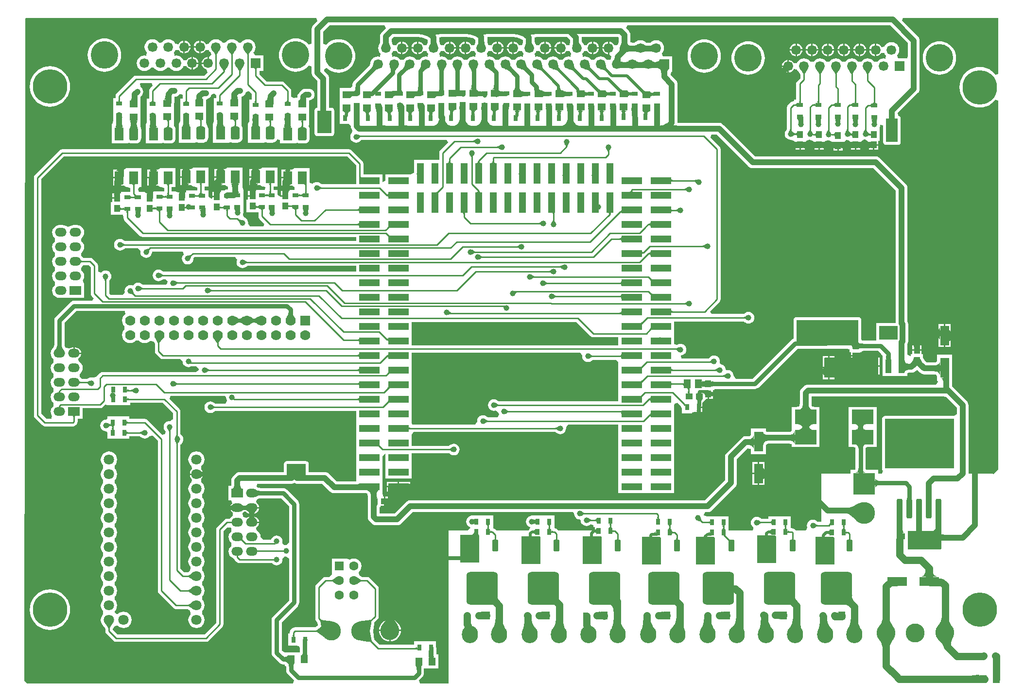
<source format=gtl>
G04*
G04 #@! TF.GenerationSoftware,Altium Limited,Altium Designer,20.1.12 (249)*
G04*
G04 Layer_Physical_Order=1*
G04 Layer_Color=255*
%FSTAX24Y24*%
%MOIN*%
G70*
G04*
G04 #@! TF.SameCoordinates,65647CF5-6095-42B6-9084-E7F1C421F8D5*
G04*
G04*
G04 #@! TF.FilePolarity,Positive*
G04*
G01*
G75*
%ADD17C,0.0100*%
G04:AMPARAMS|DCode=24|XSize=90mil|YSize=63mil|CornerRadius=15.7mil|HoleSize=0mil|Usage=FLASHONLY|Rotation=270.000|XOffset=0mil|YOffset=0mil|HoleType=Round|Shape=RoundedRectangle|*
%AMROUNDEDRECTD24*
21,1,0.0900,0.0315,0,0,270.0*
21,1,0.0585,0.0630,0,0,270.0*
1,1,0.0315,-0.0157,-0.0293*
1,1,0.0315,-0.0157,0.0293*
1,1,0.0315,0.0157,0.0293*
1,1,0.0315,0.0157,-0.0293*
%
%ADD24ROUNDEDRECTD24*%
%ADD25R,0.0630X0.0900*%
%ADD26R,0.0433X0.0315*%
%ADD27R,0.0550X0.0500*%
%ADD28R,0.0433X0.0472*%
%ADD29R,0.0315X0.0433*%
G04:AMPARAMS|DCode=30|XSize=39.4mil|YSize=78.7mil|CornerRadius=4.9mil|HoleSize=0mil|Usage=FLASHONLY|Rotation=180.000|XOffset=0mil|YOffset=0mil|HoleType=Round|Shape=RoundedRectangle|*
%AMROUNDEDRECTD30*
21,1,0.0394,0.0689,0,0,180.0*
21,1,0.0295,0.0787,0,0,180.0*
1,1,0.0098,-0.0148,0.0344*
1,1,0.0098,0.0148,0.0344*
1,1,0.0098,0.0148,-0.0344*
1,1,0.0098,-0.0148,-0.0344*
%
%ADD30ROUNDEDRECTD30*%
G04:AMPARAMS|DCode=31|XSize=216.5mil|YSize=224.4mil|CornerRadius=27.1mil|HoleSize=0mil|Usage=FLASHONLY|Rotation=180.000|XOffset=0mil|YOffset=0mil|HoleType=Round|Shape=RoundedRectangle|*
%AMROUNDEDRECTD31*
21,1,0.2165,0.1703,0,0,180.0*
21,1,0.1624,0.2244,0,0,180.0*
1,1,0.0541,-0.0812,0.0851*
1,1,0.0541,0.0812,0.0851*
1,1,0.0541,0.0812,-0.0851*
1,1,0.0541,-0.0812,-0.0851*
%
%ADD31ROUNDEDRECTD31*%
G04:AMPARAMS|DCode=32|XSize=39.4mil|YSize=133.9mil|CornerRadius=9.8mil|HoleSize=0mil|Usage=FLASHONLY|Rotation=0.000|XOffset=0mil|YOffset=0mil|HoleType=Round|Shape=RoundedRectangle|*
%AMROUNDEDRECTD32*
21,1,0.0394,0.1142,0,0,0.0*
21,1,0.0197,0.1339,0,0,0.0*
1,1,0.0197,0.0098,-0.0571*
1,1,0.0197,-0.0098,-0.0571*
1,1,0.0197,-0.0098,0.0571*
1,1,0.0197,0.0098,0.0571*
%
%ADD32ROUNDEDRECTD32*%
%ADD33R,0.1299X0.0945*%
%ADD34R,0.0394X0.0945*%
%ADD35R,0.1378X0.0630*%
%ADD36R,0.0630X0.1378*%
%ADD37R,0.0472X0.0433*%
%ADD38R,0.0500X0.0550*%
%ADD39R,0.1398X0.0472*%
%ADD40R,0.1417X0.0472*%
%ADD41R,0.0472X0.1417*%
%ADD42R,0.1516X0.0984*%
%ADD43R,0.0512X0.0591*%
%ADD44C,0.0200*%
%ADD82C,0.0394*%
%ADD83C,0.0250*%
%ADD84C,0.0300*%
%ADD85C,0.0400*%
%ADD86C,0.0500*%
%ADD87C,0.0197*%
%ADD88R,0.4724X0.3399*%
%ADD89O,0.0787X0.0591*%
%ADD90R,0.0787X0.0591*%
%ADD91C,0.0709*%
%ADD92C,0.1500*%
%ADD93R,0.1500X0.1500*%
%ADD94C,0.0630*%
%ADD95R,0.0630X0.0630*%
%ADD96C,0.0700*%
%ADD97R,0.0700X0.0700*%
%ADD98C,0.1300*%
%ADD99R,0.0665X0.0665*%
%ADD100C,0.0665*%
%ADD101C,0.1890*%
%ADD102O,0.1100X0.1200*%
%ADD103C,0.0394*%
%ADD104C,0.2362*%
%ADD105C,0.0500*%
G36*
X048314Y084416D02*
Y084248D01*
X048313Y084246D01*
X048313Y084211D01*
X04831Y084127D01*
X048307Y084092D01*
X048306Y084084D01*
X048306Y084083D01*
X048305Y084079D01*
X048305Y084079D01*
X048295Y084056D01*
X048083Y084047D01*
X048074Y084068D01*
X048005Y084159D01*
X047914Y084228D01*
X047809Y084272D01*
X047746Y08428D01*
Y08385D01*
Y08342D01*
X047809Y083428D01*
X047914Y083472D01*
X048005Y083541D01*
X048074Y083632D01*
X048083Y083653D01*
X048295Y083644D01*
X048321Y083581D01*
X048407Y08347D01*
X048374Y083265D01*
X04836Y083253D01*
X048241Y083269D01*
X048102Y083251D01*
X047973Y083197D01*
X047861Y083112D01*
X047813Y083048D01*
X04774Y083031D01*
X047652Y083031D01*
X047579Y083048D01*
X047531Y083112D01*
X047419Y083197D01*
X04729Y083251D01*
X047151Y083269D01*
X047012Y083251D01*
X046882Y083197D01*
X046771Y083112D01*
X046722Y083048D01*
X04665Y083031D01*
X046561D01*
X046489Y083048D01*
X04644Y083112D01*
X046329Y083197D01*
X046199Y083251D01*
X04606Y083269D01*
X045941Y083253D01*
X045927Y083265D01*
X045895Y08347D01*
X04598Y083581D01*
X046006Y083644D01*
X046219Y083653D01*
X046228Y083632D01*
X046297Y083541D01*
X046387Y083472D01*
X046493Y083428D01*
X046556Y08342D01*
Y08385D01*
Y08428D01*
X046493Y084272D01*
X046387Y084228D01*
X046297Y084159D01*
X046228Y084068D01*
X046219Y084047D01*
X046006Y084056D01*
X04598Y084119D01*
X045943Y084167D01*
X045935Y084184D01*
X045925Y084197D01*
X04592Y084205D01*
X045916Y084213D01*
X045911Y084224D01*
X045907Y084236D01*
X045903Y08425D01*
X045901Y084264D01*
X045896Y084311D01*
X045895Y084336D01*
X045895Y084338D01*
Y084583D01*
X045895Y084583D01*
X04609Y084595D01*
X04616Y084596D01*
X046162Y084597D01*
X046163D01*
X046165Y084596D01*
X046166Y084597D01*
X048133D01*
X048314Y084416D01*
D02*
G37*
G36*
X044385Y084596D02*
X044496Y084593D01*
X044595Y084583D01*
X044689Y084568D01*
X044777Y084546D01*
X04486Y084519D01*
X044937Y084486D01*
X04501Y084448D01*
X045079Y084404D01*
X045088Y084397D01*
Y084301D01*
X045088Y084299D01*
X045087Y084267D01*
X045086Y084242D01*
X045081Y084194D01*
X045079Y08418D01*
X045076Y084167D01*
X045073Y084157D01*
X045071Y084152D01*
X045071Y084151D01*
X045066Y084144D01*
X045064Y084137D01*
X04505Y084119D01*
X045024Y084056D01*
X044811Y084047D01*
X044802Y084068D01*
X044733Y084159D01*
X044643Y084228D01*
X044537Y084272D01*
X044474Y08428D01*
Y08385D01*
Y08342D01*
X044537Y083428D01*
X044643Y083472D01*
X044733Y083541D01*
X044802Y083632D01*
X044811Y083653D01*
X045024Y083644D01*
X04505Y083581D01*
X045135Y08347D01*
X045103Y083265D01*
X045089Y083253D01*
X04497Y083269D01*
X044831Y083251D01*
X044701Y083197D01*
X04459Y083112D01*
X044542Y083049D01*
X044471Y083032D01*
X044379D01*
X044308Y083049D01*
X04426Y083112D01*
X044149Y083197D01*
X044019Y083251D01*
X04388Y083269D01*
X043741Y083251D01*
X043611Y083197D01*
X0435Y083112D01*
X043451Y083048D01*
X043377Y08303D01*
X043292D01*
X043218Y083048D01*
X043168Y083112D01*
X043057Y083197D01*
X042928Y083251D01*
X042789Y083269D01*
X042669Y083253D01*
X042656Y083265D01*
X042623Y08347D01*
X042709Y083581D01*
X042734Y083644D01*
X042947Y083653D01*
X042956Y083632D01*
X043025Y083541D01*
X043116Y083472D01*
X043221Y083428D01*
X043284Y08342D01*
Y08385D01*
Y08428D01*
X043221Y084272D01*
X043116Y084228D01*
X043025Y084159D01*
X042956Y084068D01*
X042947Y084047D01*
X042734Y084056D01*
X042709Y084119D01*
X042684Y084151D01*
X042678Y084164D01*
X042671Y084175D01*
X042668Y08418D01*
X042665Y084187D01*
X042661Y084197D01*
X042658Y08421D01*
X042654Y084225D01*
X042652Y084241D01*
X042648Y084291D01*
X042647Y084319D01*
X042647Y084321D01*
Y084592D01*
X042936Y084596D01*
X042938Y084597D01*
X042939D01*
X042941Y084596D01*
X042942Y084597D01*
X044384D01*
X044385Y084596D01*
D02*
G37*
G36*
X041161Y084596D02*
X041272Y084593D01*
X041372Y084584D01*
X041465Y08457D01*
X041551Y08455D01*
X041632Y084524D01*
X041707Y084494D01*
X041777Y084458D01*
X04184Y084419D01*
Y084321D01*
X041839Y084319D01*
X041839Y084291D01*
X041835Y084241D01*
X041832Y084225D01*
X041829Y084209D01*
X041825Y084197D01*
X041822Y084187D01*
X041818Y08418D01*
X041816Y084175D01*
X041809Y084164D01*
X041803Y084151D01*
X041778Y084119D01*
X041752Y084056D01*
X04154Y084047D01*
X041531Y084068D01*
X041461Y084159D01*
X041371Y084228D01*
X041266Y084272D01*
X041203Y08428D01*
Y08385D01*
Y08342D01*
X041266Y083428D01*
X041371Y083472D01*
X041461Y083541D01*
X041531Y083632D01*
X04154Y083653D01*
X041752Y083644D01*
X041778Y083581D01*
X041863Y08347D01*
X041831Y083265D01*
X041817Y083253D01*
X041698Y083269D01*
X041559Y083251D01*
X041429Y083197D01*
X041318Y083112D01*
X041269Y083048D01*
X041197Y083031D01*
X041108D01*
X041036Y083048D01*
X040987Y083112D01*
X040876Y083197D01*
X040747Y083251D01*
X040607Y083269D01*
X040468Y083251D01*
X040339Y083197D01*
X040228Y083112D01*
X040179Y083048D01*
X040107Y083031D01*
X040018D01*
X039946Y083048D01*
X039897Y083112D01*
X039786Y083197D01*
X039656Y083251D01*
X039517Y083269D01*
X039398Y083253D01*
X039384Y083265D01*
X039352Y08347D01*
X039437Y083581D01*
X039463Y083644D01*
X039675Y083653D01*
X039684Y083632D01*
X039754Y083541D01*
X039844Y083472D01*
X039949Y083428D01*
X040012Y08342D01*
Y08385D01*
Y08428D01*
X039949Y084272D01*
X039844Y084228D01*
X039754Y084159D01*
X039684Y084068D01*
X039675Y084047D01*
X039463Y084056D01*
X039437Y084119D01*
X03941Y084154D01*
X039404Y084168D01*
X039396Y084179D01*
X039393Y084185D01*
X039389Y084192D01*
X039386Y084202D01*
X039382Y084215D01*
X039379Y08423D01*
X039376Y084246D01*
X039372Y084295D01*
X039371Y084323D01*
X039371Y084325D01*
Y084583D01*
X039371Y084583D01*
X039565Y084595D01*
X039636Y084596D01*
X039638Y084597D01*
X039639D01*
X039641Y084596D01*
X039642Y084597D01*
X04116D01*
X041161Y084596D01*
D02*
G37*
G36*
X042933Y0848D02*
X042632Y084795D01*
X042496Y084787D01*
X042448Y084781D01*
X042412Y084775D01*
X04239Y084767D01*
X042381Y084758D01*
X042385Y084748D01*
X042102Y084465D01*
X042032Y084529D01*
X041957Y084586D01*
X041877Y084636D01*
X041792Y084679D01*
X041701Y084716D01*
X041605Y084746D01*
X041503Y08477D01*
X041397Y084787D01*
X041284Y084797D01*
X041167Y0848D01*
X04185Y0852D01*
X042933Y0848D01*
D02*
G37*
G36*
X046157D02*
X045944Y084797D01*
X045785Y084788D01*
X045726Y084781D01*
X04568Y084773D01*
X045648Y084763D01*
X04563Y084751D01*
X045625Y084739D01*
X045633Y084724D01*
X04535Y084441D01*
X045276Y084509D01*
X045197Y08457D01*
X045113Y084624D01*
X045025Y084671D01*
X044931Y08471D01*
X044833Y084743D01*
X04473Y084768D01*
X044622Y084786D01*
X044509Y084796D01*
X044391Y0848D01*
X045074Y0852D01*
X046157Y0848D01*
D02*
G37*
G36*
X039633D02*
X03942Y084797D01*
X039261Y084788D01*
X039202Y084781D01*
X039156Y084773D01*
X039124Y084763D01*
X039105Y084751D01*
X0391Y084739D01*
X039109Y084724D01*
X038826Y084441D01*
X038752Y084509D01*
X038673Y08457D01*
X038589Y084624D01*
X0385Y084671D01*
X038407Y08471D01*
X038309Y084743D01*
X038205Y084768D01*
X038098Y084786D01*
X037985Y084796D01*
X037867Y0848D01*
X03855Y0852D01*
X039633Y0848D01*
D02*
G37*
G36*
X042444Y084281D02*
X042449Y084217D01*
X042454Y084188D01*
X04246Y08416D01*
X042467Y084134D01*
X042476Y084111D01*
X042486Y084089D01*
X042497Y084068D01*
X042509Y08405D01*
X041977D01*
X04199Y084068D01*
X042001Y084089D01*
X042011Y084111D01*
X04202Y084134D01*
X042027Y08416D01*
X042033Y084188D01*
X042037Y084217D01*
X042043Y084281D01*
X042043Y084315D01*
X042443D01*
X042444Y084281D01*
D02*
G37*
G36*
X035901D02*
X035906Y084217D01*
X035911Y084188D01*
X035917Y08416D01*
X035924Y084134D01*
X035932Y084111D01*
X035942Y084089D01*
X035953Y084068D01*
X035966Y08405D01*
X035434D01*
X035447Y084068D01*
X035458Y084089D01*
X035468Y084111D01*
X035476Y084134D01*
X035484Y08416D01*
X035489Y084188D01*
X035494Y084217D01*
X035499Y084281D01*
X0355Y084315D01*
X0359D01*
X035901Y084281D01*
D02*
G37*
G36*
X039168Y084284D02*
X039174Y08422D01*
X039178Y084191D01*
X039185Y084164D01*
X039192Y084138D01*
X039201Y084114D01*
X039211Y084091D01*
X039223Y084071D01*
X039236Y084052D01*
X038704Y084048D01*
X038716Y084066D01*
X038727Y084086D01*
X038736Y084107D01*
X038745Y084131D01*
X038751Y084157D01*
X038757Y084184D01*
X038762Y084213D01*
X038767Y084277D01*
X038767Y084312D01*
X039167Y084319D01*
X039168Y084284D01*
D02*
G37*
G36*
X051655Y084575D02*
Y084321D01*
X051654Y084319D01*
X051654Y084291D01*
X05165Y084241D01*
X051647Y084225D01*
X051644Y084209D01*
X05164Y084197D01*
X051637Y084187D01*
X051633Y08418D01*
X051631Y084175D01*
X051624Y084164D01*
X051618Y084151D01*
X051593Y084119D01*
X051567Y084056D01*
X051355Y084047D01*
X051346Y084068D01*
X051276Y084159D01*
X051186Y084228D01*
X051081Y084272D01*
X051018Y08428D01*
Y08385D01*
Y083403D01*
X05115Y083285D01*
X051136Y083114D01*
X051133Y083112D01*
X051129Y083107D01*
X051129Y083107D01*
X051129Y083107D01*
X051084Y083048D01*
X051012Y083031D01*
X050923D01*
X050851Y083048D01*
X050802Y083112D01*
X050691Y083197D01*
X050561Y083251D01*
X050422Y083269D01*
X050283Y083251D01*
X050154Y083197D01*
X050043Y083112D01*
X049994Y083048D01*
X049922Y083031D01*
X049833D01*
X04976Y083048D01*
X049712Y083112D01*
X049601Y083197D01*
X049471Y083251D01*
X049332Y083269D01*
X049213Y083253D01*
X049199Y083265D01*
X049167Y08347D01*
X049252Y083581D01*
X049278Y083644D01*
X04949Y083653D01*
X049499Y083632D01*
X049569Y083541D01*
X049659Y083472D01*
X049764Y083428D01*
X049827Y08342D01*
Y08385D01*
Y08428D01*
X049764Y084272D01*
X049659Y084228D01*
X049569Y084159D01*
X049499Y084068D01*
X04949Y084047D01*
X049278Y084056D01*
X049252Y084119D01*
X049179Y084214D01*
X049175Y08422D01*
X049169Y084227D01*
X049167Y08423D01*
X049165Y084231D01*
X04916Y084236D01*
X049152Y084247D01*
X049145Y084258D01*
X049139Y084269D01*
X049134Y08428D01*
X04913Y084292D01*
X049126Y084306D01*
X049124Y084321D01*
X049122Y084337D01*
X049121Y084362D01*
X049121Y084364D01*
Y084583D01*
X049121Y084583D01*
X049133Y084597D01*
X051633D01*
X051655Y084575D01*
D02*
G37*
G36*
X037861Y084596D02*
X037972Y084593D01*
X038071Y084583D01*
X038165Y084568D01*
X038253Y084546D01*
X038335Y084519D01*
X038413Y084486D01*
X038486Y084448D01*
X038555Y084404D01*
X038564Y084397D01*
Y084318D01*
X038563Y084316D01*
X038563Y084287D01*
X038559Y084237D01*
X038556Y08422D01*
X038553Y084204D01*
X03855Y084191D01*
X038546Y084182D01*
X038543Y084175D01*
X038541Y084171D01*
X038534Y084161D01*
X038529Y084149D01*
X038506Y084119D01*
X038481Y084056D01*
X038268Y084047D01*
X038259Y084068D01*
X03819Y084159D01*
X038099Y084228D01*
X037994Y084272D01*
X037931Y08428D01*
Y08385D01*
Y08342D01*
X037994Y083428D01*
X038099Y083472D01*
X03819Y083541D01*
X038259Y083632D01*
X038268Y083653D01*
X038481Y083644D01*
X038506Y083581D01*
X038592Y08347D01*
X038559Y083265D01*
X038545Y083253D01*
X038426Y083269D01*
X038287Y083251D01*
X038158Y083197D01*
X038046Y083112D01*
X037998Y083048D01*
X037926Y083031D01*
X037837D01*
X037764Y083048D01*
X037716Y083112D01*
X037604Y083197D01*
X037475Y083251D01*
X037336Y083269D01*
X037197Y083251D01*
X037067Y083197D01*
X036956Y083112D01*
X036907Y083048D01*
X036835Y083031D01*
X036746D01*
X036674Y083048D01*
X036625Y083112D01*
X036514Y083197D01*
X036384Y083251D01*
X036245Y083269D01*
X036126Y083253D01*
X036112Y083265D01*
X03608Y08347D01*
X036165Y083581D01*
X036191Y083644D01*
X036404Y083653D01*
X036413Y083632D01*
X036482Y083541D01*
X036572Y083472D01*
X036678Y083428D01*
X036741Y08342D01*
Y08385D01*
Y08428D01*
X036678Y084272D01*
X036572Y084228D01*
X036482Y084159D01*
X036413Y084068D01*
X036404Y084047D01*
X036191Y084056D01*
X036165Y084119D01*
X03614Y084151D01*
X036135Y084164D01*
X036127Y084175D01*
X036125Y08418D01*
X036122Y084187D01*
X036118Y084197D01*
X036114Y08421D01*
X036111Y084225D01*
X036109Y084241D01*
X036104Y084291D01*
X036104Y084319D01*
X036103Y084321D01*
Y084483D01*
X036217Y084597D01*
X037859D01*
X037861Y084596D01*
D02*
G37*
G36*
X045692Y084298D02*
X045699Y084235D01*
X045704Y084205D01*
X045712Y084178D01*
X045721Y084151D01*
X045731Y084127D01*
X045743Y084103D01*
X045757Y084082D01*
X045772Y084061D01*
X04524Y084038D01*
X04525Y084054D01*
X045259Y084072D01*
X045267Y084093D01*
X045273Y084115D01*
X045279Y08414D01*
X045283Y084167D01*
X04529Y084227D01*
X045291Y084261D01*
X045292Y084296D01*
X045692Y084332D01*
X045692Y084298D01*
D02*
G37*
G36*
X048918Y084323D02*
X048922Y084292D01*
X048927Y084262D01*
X048934Y084233D01*
X048944Y084206D01*
X048956Y084179D01*
X04897Y084153D01*
X048986Y084129D01*
X049004Y084105D01*
X049024Y084083D01*
X048497Y084013D01*
X048501Y084022D01*
X048504Y084034D01*
X048507Y084049D01*
X04851Y084068D01*
X048514Y084114D01*
X048517Y084208D01*
X048517Y084245D01*
X048917Y084356D01*
X048918Y084323D01*
D02*
G37*
G36*
X054065Y083566D02*
X054053Y083573D01*
X054038Y083578D01*
X05402Y083584D01*
X054Y083588D01*
X053951Y083595D01*
X053922Y083597D01*
X05382Y0836D01*
X053743Y084D01*
X053776Y084001D01*
X053807Y084004D01*
X053838Y084009D01*
X053867Y084015D01*
X053895Y084024D01*
X053921Y084035D01*
X053947Y084047D01*
X053971Y084061D01*
X053994Y084078D01*
X054015Y084096D01*
X054065Y083566D01*
D02*
G37*
G36*
X053394Y084078D02*
X053417Y084061D01*
X053442Y084047D01*
X053467Y084035D01*
X053494Y084024D01*
X053521Y084015D01*
X053551Y084009D01*
X053581Y084004D01*
X053613Y084001D01*
X053645Y084D01*
X053568Y0836D01*
X053531Y0836D01*
X053411Y083592D01*
X053388Y083588D01*
X05335Y083578D01*
X053335Y083573D01*
X053323Y083566D01*
X053373Y084096D01*
X053394Y084078D01*
D02*
G37*
G36*
X052975Y083566D02*
X052963Y083573D01*
X052948Y083578D01*
X05293Y083584D01*
X052909Y083588D01*
X05286Y083595D01*
X052832Y083597D01*
X05273Y0836D01*
X052652Y084D01*
X052685Y084001D01*
X052717Y084004D01*
X052747Y084009D01*
X052776Y084015D01*
X052804Y084024D01*
X052831Y084035D01*
X052856Y084047D01*
X05288Y084061D01*
X052903Y084078D01*
X052925Y084096D01*
X052975Y083566D01*
D02*
G37*
G36*
X052259Y084281D02*
X052264Y084217D01*
X052269Y084188D01*
X052275Y08416D01*
X052282Y084134D01*
X052291Y084111D01*
X052301Y084089D01*
X052308Y084075D01*
X052327Y084061D01*
X052351Y084047D01*
X052376Y084035D01*
X052403Y084024D01*
X052431Y084015D01*
X05246Y084009D01*
X05249Y084004D01*
X052522Y084001D01*
X052555Y084D01*
X052477Y0836D01*
X052441Y0836D01*
X052321Y083592D01*
X052298Y083588D01*
X052259Y083578D01*
X052244Y083573D01*
X052232Y083566D01*
X052278Y08405D01*
X051792D01*
X051805Y084068D01*
X051816Y084089D01*
X051826Y084111D01*
X051834Y084134D01*
X051842Y08416D01*
X051848Y084188D01*
X051852Y084217D01*
X051858Y084281D01*
X051858Y084315D01*
X052258D01*
X052259Y084281D01*
D02*
G37*
G36*
X05217Y083537D02*
X052039Y083399D01*
X051625Y08355D01*
X051646Y083573D01*
X051664Y083597D01*
X051681Y083622D01*
X051695Y083649D01*
X051706Y083676D01*
X051715Y083705D01*
X051721Y083734D01*
X051725Y083765D01*
X051727Y083797D01*
X051726Y08383D01*
X05217Y083537D01*
D02*
G37*
G36*
X030999Y085715D02*
X030717Y085433D01*
X030653Y08535D01*
X030613Y085254D01*
X0306Y08515D01*
Y084146D01*
X030574Y084129D01*
X0304Y08408D01*
X030321Y084172D01*
X030184Y084289D01*
X03003Y084383D01*
X029864Y084452D01*
X029689Y084494D01*
X029509Y084508D01*
X029329Y084494D01*
X029154Y084452D01*
X028988Y084383D01*
X028834Y084289D01*
X028697Y084172D01*
X02858Y084035D01*
X028486Y083881D01*
X028417Y083715D01*
X028375Y083539D01*
X028361Y08336D01*
X028375Y08318D01*
X028417Y083005D01*
X028486Y082838D01*
X02858Y082685D01*
X028697Y082548D01*
X028834Y082431D01*
X028988Y082337D01*
X029154Y082268D01*
X029329Y082226D01*
X029509Y082211D01*
X029689Y082226D01*
X029864Y082268D01*
X03003Y082337D01*
X030184Y082431D01*
X030321Y082548D01*
X0304Y08264D01*
X030574Y082591D01*
X0306Y082574D01*
Y08215D01*
X030613Y082046D01*
X030653Y08195D01*
X030717Y081867D01*
X031Y081584D01*
Y079754D01*
X030922Y079738D01*
X030856Y079694D01*
X030812Y079628D01*
X030796Y07955D01*
Y078D01*
X030812Y077922D01*
X030856Y077856D01*
X030922Y077812D01*
X031Y077796D01*
X03195D01*
X032028Y077812D01*
X032094Y077856D01*
X032138Y077922D01*
X032154Y078D01*
Y07955D01*
X032138Y079628D01*
X032094Y079694D01*
X032028Y079738D01*
X03195Y079754D01*
X0318D01*
Y08175D01*
X031787Y081854D01*
X031747Y08195D01*
X031683Y082033D01*
X031445Y082271D01*
X031461Y082387D01*
X031541Y082433D01*
X031672Y082458D01*
X031774Y082372D01*
X031927Y082278D01*
X032094Y082209D01*
X032269Y082167D01*
X032449Y082152D01*
X032629Y082167D01*
X032804Y082209D01*
X03297Y082278D01*
X033124Y082372D01*
X033261Y082489D01*
X033378Y082626D01*
X033472Y082779D01*
X033541Y082946D01*
X033583Y083121D01*
X033597Y083301D01*
X033583Y08348D01*
X033541Y083656D01*
X033472Y083822D01*
X033378Y083976D01*
X033261Y084113D01*
X033124Y08423D01*
X03297Y084324D01*
X032804Y084393D01*
X032629Y084435D01*
X032449Y084449D01*
X032269Y084435D01*
X032094Y084393D01*
X031927Y084324D01*
X031774Y08423D01*
X031637Y084113D01*
X0316Y08407D01*
X0314Y084144D01*
Y084984D01*
X031816Y0854D01*
X035596D01*
X035679Y0852D01*
X035415Y084935D01*
X035351Y084852D01*
X03531Y084754D01*
X035297Y08465D01*
X035297Y08465D01*
Y084321D01*
X035296Y084319D01*
X035296Y084291D01*
X035291Y084241D01*
X035289Y084225D01*
X035286Y084209D01*
X035282Y084197D01*
X035278Y084187D01*
X035275Y08418D01*
X035273Y084175D01*
X035265Y084164D01*
X03526Y084151D01*
X035235Y084119D01*
X035181Y083989D01*
X035163Y08385D01*
X035181Y083711D01*
X035235Y083581D01*
X03532Y08347D01*
X035288Y083265D01*
X035274Y083253D01*
X035155Y083269D01*
X035016Y083251D01*
X034886Y083197D01*
X034775Y083112D01*
X034689Y083001D01*
X034636Y082871D01*
X03463Y08283D01*
X034625Y082817D01*
X034613Y082752D01*
X034607Y082731D01*
X0346Y08271D01*
X034593Y082692D01*
X034585Y082676D01*
X034578Y082662D01*
X03457Y08265D01*
X034562Y08264D01*
X034548Y082625D01*
X034546Y082622D01*
X03351Y081587D01*
X033454Y081514D01*
X033419Y081429D01*
X033407Y081337D01*
Y081242D01*
X033354Y081187D01*
X033249Y081103D01*
X033245Y081101D01*
X033243Y0811D01*
X032525D01*
Y0802D01*
Y079522D01*
X032523Y079514D01*
X032524Y079507D01*
X032522Y079501D01*
X032525Y079488D01*
Y0793D01*
X032525Y0793D01*
X03254Y079252D01*
X032543Y079243D01*
Y078633D01*
X033174D01*
X033293Y07848D01*
X0333Y078451D01*
X03331Y078371D01*
X033351Y078274D01*
X033357Y078265D01*
X033409Y078171D01*
X033367Y078033D01*
X033303Y07795D01*
X033263Y077854D01*
X03325Y07775D01*
X033263Y077646D01*
X033303Y07755D01*
X033367Y077467D01*
X03345Y077403D01*
X033546Y077363D01*
X03365Y07735D01*
X033754Y077363D01*
X03385Y077403D01*
X033894Y077437D01*
X033896Y077438D01*
X033902Y077443D01*
X033932Y077466D01*
X033935Y077468D01*
X033958Y077491D01*
X033997Y077528D01*
X034013Y077542D01*
X03987D01*
X039947Y077357D01*
X03942Y07683D01*
X039365Y076748D01*
X039345Y07665D01*
Y076159D01*
X038686D01*
X038486Y076159D01*
X038414Y076159D01*
X037614D01*
Y075305D01*
X037613Y075304D01*
X03761Y075279D01*
X037455Y07519D01*
X037405Y075186D01*
X035651D01*
Y07473D01*
X035451Y074623D01*
X035449Y074625D01*
Y075186D01*
X034156D01*
Y075899D01*
X034137Y075996D01*
X034081Y076079D01*
X03333Y07683D01*
X033248Y076885D01*
X03315Y076905D01*
X0135D01*
X013402Y076885D01*
X01332Y07683D01*
X01162Y07513D01*
X011565Y075048D01*
X011545Y07495D01*
Y05865D01*
X011565Y058552D01*
X01162Y05847D01*
X012128Y057961D01*
X012211Y057906D01*
X012309Y057887D01*
X014241D01*
X014339Y057906D01*
X014422Y057961D01*
X01448Y05802D01*
X014535Y058102D01*
X014555Y0582D01*
Y058405D01*
X014894D01*
Y059129D01*
X016083D01*
X016181Y059148D01*
X016264Y059203D01*
X016443Y059382D01*
X016643Y059333D01*
X016643Y059333D01*
X017357D01*
Y059333D01*
X017443D01*
Y059333D01*
X018157D01*
Y059495D01*
X020394D01*
X021095Y058794D01*
Y058394D01*
X021042Y058336D01*
X020895Y058244D01*
X02085Y05825D01*
X020746Y058237D01*
X02065Y058197D01*
X020567Y058133D01*
X020503Y05805D01*
X020463Y057954D01*
X02045Y05785D01*
X020463Y057746D01*
X020503Y05765D01*
X020521Y057627D01*
X020529Y057611D01*
X020547Y057585D01*
X020577Y057543D01*
X020583Y057533D01*
X02055Y057375D01*
X020355Y057305D01*
X01933Y05833D01*
X019248Y058386D01*
X01915Y058405D01*
X018107D01*
Y058567D01*
X017507D01*
X017393Y058567D01*
X017193Y058567D01*
X016593D01*
Y058431D01*
X0165Y05835D01*
X016396Y058337D01*
X0163Y058297D01*
X016217Y058233D01*
X016153Y05815D01*
X016113Y058054D01*
X0161Y05795D01*
X016113Y057846D01*
X016153Y05775D01*
X016217Y057667D01*
X0163Y057603D01*
X016396Y057563D01*
X0165Y05755D01*
X016593Y057469D01*
Y057033D01*
X017193D01*
X017307Y057033D01*
X017507Y057033D01*
X018107D01*
Y057195D01*
X018812D01*
X018887Y057146D01*
X018911Y057129D01*
X018927Y057121D01*
X01895Y057103D01*
X019046Y057063D01*
X01915Y05705D01*
X019254Y057063D01*
X01935Y057103D01*
X019433Y057167D01*
X019458Y057199D01*
X019634Y057239D01*
X019706Y057233D01*
X020045Y056894D01*
Y0466D01*
X020064Y046502D01*
X02012Y04642D01*
X021114Y045426D01*
X021196Y045371D01*
X021294Y045351D01*
X022084D01*
X02227Y045227D01*
X022306Y045059D01*
X022306Y045058D01*
X022296Y045001D01*
X022286Y044979D01*
X022284Y044975D01*
X022216Y044886D01*
X02216Y044751D01*
X022141Y044606D01*
X02216Y044461D01*
X022216Y044327D01*
X022305Y044211D01*
X02242Y044122D01*
X022555Y044066D01*
X0227Y044047D01*
X022845Y044066D01*
X02298Y044122D01*
X023095Y044211D01*
X023184Y044327D01*
X02324Y044461D01*
X023259Y044606D01*
X02324Y044751D01*
X023184Y044886D01*
X023095Y045001D01*
Y045211D01*
X023184Y045327D01*
X02324Y045461D01*
X023259Y045606D01*
X02324Y045751D01*
X023184Y045886D01*
X023095Y046001D01*
Y046211D01*
X023184Y046327D01*
X02324Y046461D01*
X023259Y046606D01*
X02324Y046751D01*
X023184Y046886D01*
X023095Y047001D01*
Y047211D01*
X023184Y047327D01*
X02324Y047461D01*
X023259Y047606D01*
X02324Y047751D01*
X023184Y047886D01*
X023095Y048001D01*
Y048211D01*
X023184Y048327D01*
X02324Y048461D01*
X023259Y048606D01*
X02324Y048751D01*
X023184Y048886D01*
X023095Y049001D01*
Y049211D01*
X023184Y049327D01*
X02324Y049461D01*
X023259Y049606D01*
X02324Y049751D01*
X023184Y049886D01*
X023095Y050001D01*
Y050211D01*
X023184Y050327D01*
X02324Y050461D01*
X023259Y050606D01*
X02324Y050751D01*
X023184Y050886D01*
X023095Y051001D01*
Y051211D01*
X023184Y051327D01*
X02324Y051461D01*
X023259Y051606D01*
X02324Y051751D01*
X023184Y051886D01*
X023095Y052001D01*
Y052211D01*
X023184Y052327D01*
X02324Y052461D01*
X023259Y052606D01*
X02324Y052751D01*
X023184Y052886D01*
X023095Y053001D01*
Y053211D01*
X023184Y053327D01*
X02324Y053461D01*
X023259Y053606D01*
X02324Y053751D01*
X023184Y053886D01*
X023095Y054001D01*
X023036Y054047D01*
X023015Y054244D01*
X023024Y054282D01*
X023097Y054377D01*
X023129Y054454D01*
X023101Y054442D01*
X023067Y054424D01*
X022994Y05438D01*
X022954Y054353D01*
X022913Y054323D01*
Y054556D01*
X0227D01*
X022248D01*
X022257Y054487D01*
X022303Y054377D01*
X022376Y054282D01*
X022385Y054244D01*
X022364Y054047D01*
X022305Y054001D01*
X022216Y053886D01*
X02216Y053751D01*
X022141Y053606D01*
X02216Y053461D01*
X022216Y053327D01*
X022305Y053211D01*
Y053001D01*
X022216Y052886D01*
X02216Y052751D01*
X022141Y052606D01*
X02216Y052461D01*
X022216Y052327D01*
X022305Y052211D01*
Y052001D01*
X022216Y051886D01*
X02216Y051751D01*
X022141Y051606D01*
X02216Y051461D01*
X022216Y051327D01*
X022305Y051211D01*
Y051001D01*
X022216Y050886D01*
X02216Y050751D01*
X022141Y050606D01*
X02216Y050461D01*
X022216Y050327D01*
X022305Y050211D01*
Y050001D01*
X022216Y049886D01*
X02216Y049751D01*
X022141Y049606D01*
X02216Y049461D01*
X022216Y049327D01*
X022305Y049211D01*
Y049001D01*
X022216Y048886D01*
X02216Y048751D01*
X022141Y048606D01*
X02216Y048461D01*
X022216Y048327D01*
X022285Y048236D01*
X022296Y048211D01*
X022305Y048159D01*
X022306Y048148D01*
X022271Y047984D01*
X022131Y047884D01*
X022094Y047861D01*
X021849D01*
X021605Y048106D01*
Y0539D01*
Y05595D01*
Y056635D01*
X021618Y05665D01*
X021655Y056689D01*
X021679Y056712D01*
X021681Y056716D01*
X021683Y056717D01*
X021693Y05673D01*
X021699Y056736D01*
X021703Y056743D01*
X021747Y0568D01*
X021787Y056896D01*
X0218Y057D01*
X021787Y057104D01*
X021747Y0572D01*
X021703Y057257D01*
X021699Y057264D01*
X021693Y05727D01*
X021683Y057283D01*
X021681Y057284D01*
X021679Y057288D01*
X021655Y057311D01*
X021618Y05735D01*
X021605Y057365D01*
Y0589D01*
X021586Y058998D01*
X02153Y05908D01*
X020853Y059758D01*
X020936Y059958D01*
X024661D01*
X024741Y059866D01*
X024755Y059762D01*
X024795Y059666D01*
X024803Y059655D01*
X02471Y059455D01*
X023988D01*
X023913Y059504D01*
X023889Y059521D01*
X023873Y059529D01*
X02385Y059547D01*
X023754Y059587D01*
X02365Y0596D01*
X023546Y059587D01*
X02345Y059547D01*
X023367Y059483D01*
X023303Y0594D01*
X023263Y059304D01*
X02325Y0592D01*
X023263Y059096D01*
X023303Y059D01*
X023367Y058917D01*
X02345Y058853D01*
X023546Y058813D01*
X02365Y0588D01*
X023754Y058813D01*
X02385Y058853D01*
X023873Y058871D01*
X023889Y058879D01*
X023915Y058897D01*
X023957Y058927D01*
X023987Y058945D01*
X033651D01*
Y058386D01*
X033651Y058186D01*
X033651Y058114D01*
Y057386D01*
X033651Y057186D01*
X033651Y057114D01*
Y056386D01*
X033651Y056314D01*
X033651D01*
Y056186D01*
X033651D01*
Y055386D01*
X033651Y055186D01*
X033651Y055114D01*
Y054386D01*
X033651Y054314D01*
X033651Y054114D01*
X03352Y054105D01*
X03345Y054104D01*
X033448Y054103D01*
X032317D01*
X031785Y054635D01*
X031702Y054699D01*
X031604Y05474D01*
X0315Y054753D01*
X0315Y054753D01*
X030404D01*
Y0553D01*
X030388Y055378D01*
X030344Y055444D01*
X030278Y055488D01*
X0302Y055504D01*
X0289D01*
X028822Y055488D01*
X028756Y055444D01*
X028712Y055378D01*
X028696Y0553D01*
Y054753D01*
X025676D01*
X025571Y05474D01*
X025474Y054699D01*
X02539Y054635D01*
X02539Y054635D01*
X025215Y05446D01*
X025151Y054376D01*
X02511Y054279D01*
X025097Y054174D01*
X025097Y054174D01*
Y054001D01*
X025096Y053999D01*
X025094Y053929D01*
X02509Y053875D01*
X025083Y053832D01*
X025075Y053801D01*
X025073Y053795D01*
X024906D01*
Y053608D01*
X024904Y053594D01*
X024906Y053583D01*
X024905Y053572D01*
X024906Y053567D01*
Y052805D01*
X025083D01*
X025149Y052605D01*
X02512Y052582D01*
X025056Y052499D01*
X025033Y052443D01*
X02504Y052444D01*
X025076Y052455D01*
X02511Y052468D01*
X025144Y052484D01*
X025176Y052502D01*
X025207Y052523D01*
X025237Y052546D01*
Y05235D01*
X0255D01*
Y05225D01*
X025237D01*
Y052054D01*
X025207Y052077D01*
X025176Y052098D01*
X025144Y052116D01*
X02511Y052132D01*
X025076Y052145D01*
X02504Y052156D01*
X025033Y052157D01*
X025056Y052101D01*
X02512Y052018D01*
X025189Y051965D01*
X025198Y051903D01*
X025184Y051746D01*
X025152Y051733D01*
X025048Y051653D01*
X024973Y051555D01*
X0248D01*
X024702Y051536D01*
X02462Y05148D01*
X02412Y05098D01*
X024065Y050898D01*
X024045Y0508D01*
Y044406D01*
X023244Y043605D01*
X017306D01*
X016955Y043956D01*
Y043984D01*
X017081Y044173D01*
X017241Y044209D01*
X017305Y044201D01*
X017327Y044192D01*
X017335Y044188D01*
X01742Y044122D01*
X017555Y044066D01*
X0177Y044047D01*
X017845Y044066D01*
X01798Y044122D01*
X018095Y044211D01*
X018184Y044327D01*
X01824Y044461D01*
X018259Y044606D01*
X01824Y044751D01*
X018184Y044886D01*
X018095Y045001D01*
X01798Y04509D01*
X017845Y045146D01*
X0177Y045165D01*
X017555Y045146D01*
X01742Y04509D01*
X017305Y045001D01*
X017239Y045D01*
X017095Y045139D01*
Y045205D01*
X017184Y04532D01*
X01724Y045455D01*
X017259Y0456D01*
X01724Y045745D01*
X017184Y04588D01*
X017095Y045995D01*
Y046205D01*
X017184Y04632D01*
X01724Y046455D01*
X017259Y0466D01*
X01724Y046745D01*
X017184Y04688D01*
X017095Y046995D01*
Y047205D01*
X017184Y04732D01*
X01724Y047455D01*
X017259Y0476D01*
X01724Y047745D01*
X017184Y04788D01*
X017095Y047995D01*
Y048205D01*
X017184Y04832D01*
X01724Y048455D01*
X017259Y0486D01*
X01724Y048745D01*
X017184Y04888D01*
X017095Y048995D01*
Y049205D01*
X017184Y04932D01*
X01724Y049455D01*
X017259Y0496D01*
X01724Y049745D01*
X017184Y04988D01*
X017095Y049995D01*
Y050205D01*
X017184Y05032D01*
X01724Y050455D01*
X017259Y0506D01*
X01724Y050745D01*
X017184Y05088D01*
X017095Y050995D01*
Y051205D01*
X017184Y05132D01*
X01724Y051455D01*
X017259Y0516D01*
X01724Y051745D01*
X017184Y05188D01*
X017095Y051995D01*
Y052205D01*
X017184Y05232D01*
X01724Y052455D01*
X017259Y0526D01*
X01724Y052745D01*
X017184Y05288D01*
X017095Y052995D01*
Y053205D01*
X017184Y05332D01*
X01724Y053455D01*
X017259Y0536D01*
X01724Y053745D01*
X017184Y05388D01*
X017095Y053995D01*
Y054205D01*
X017184Y05432D01*
X01724Y054455D01*
X017259Y0546D01*
X01724Y054745D01*
X017184Y05488D01*
X017095Y054995D01*
Y055205D01*
X017184Y05532D01*
X01724Y055455D01*
X017259Y0556D01*
X01724Y055745D01*
X017184Y05588D01*
X017095Y055995D01*
X01698Y056084D01*
X016845Y05614D01*
X0167Y056159D01*
X016555Y05614D01*
X01642Y056084D01*
X016305Y055995D01*
X016216Y05588D01*
X01616Y055745D01*
X016141Y0556D01*
X01616Y055455D01*
X016216Y05532D01*
X016305Y055205D01*
Y054995D01*
X016216Y05488D01*
X01616Y054745D01*
X016141Y0546D01*
X01616Y054455D01*
X016216Y05432D01*
X016305Y054205D01*
Y053995D01*
X016216Y05388D01*
X01616Y053745D01*
X016141Y0536D01*
X01616Y053455D01*
X016216Y05332D01*
X016305Y053205D01*
Y052995D01*
X016216Y05288D01*
X01616Y052745D01*
X016141Y0526D01*
X01616Y052455D01*
X016216Y05232D01*
X016305Y052205D01*
Y051995D01*
X016216Y05188D01*
X01616Y051745D01*
X016141Y0516D01*
X01616Y051455D01*
X016216Y05132D01*
X016305Y051205D01*
Y050995D01*
X016216Y05088D01*
X01616Y050745D01*
X016141Y0506D01*
X01616Y050455D01*
X016216Y05032D01*
X016305Y050205D01*
Y049995D01*
X016216Y04988D01*
X01616Y049745D01*
X016141Y0496D01*
X01616Y049455D01*
X016216Y04932D01*
X016305Y049205D01*
Y048995D01*
X016216Y04888D01*
X01616Y048745D01*
X016141Y0486D01*
X01616Y048455D01*
X016216Y04832D01*
X016305Y048205D01*
Y047995D01*
X016216Y04788D01*
X01616Y047745D01*
X016141Y0476D01*
X01616Y047455D01*
X016216Y04732D01*
X016305Y047205D01*
Y046995D01*
X016216Y04688D01*
X01616Y046745D01*
X016141Y0466D01*
X01616Y046455D01*
X016216Y04632D01*
X016305Y046205D01*
Y045995D01*
X016216Y04588D01*
X01616Y045745D01*
X016141Y0456D01*
X01616Y045455D01*
X016216Y04532D01*
X016305Y045205D01*
Y044995D01*
X016216Y04488D01*
X01616Y044745D01*
X016141Y0446D01*
X01616Y044455D01*
X016216Y04432D01*
X016245Y044282D01*
X016253Y044265D01*
X016296Y044208D01*
X016422Y044031D01*
X016445Y043994D01*
Y04385D01*
X016465Y043752D01*
X01652Y04367D01*
X01702Y04317D01*
X017102Y043115D01*
X0172Y043095D01*
X02335D01*
X023448Y043115D01*
X02353Y04317D01*
X02448Y04412D01*
X024536Y044202D01*
X024555Y0443D01*
Y050694D01*
X024808Y050947D01*
X025048Y050947D01*
X025083Y05092D01*
X025097Y050881D01*
Y050719D01*
X025083Y05068D01*
X025048Y050653D01*
X024969Y05055D01*
X024919Y050429D01*
X024902Y0503D01*
X024919Y050171D01*
X024969Y05005D01*
X025048Y049947D01*
X025083Y04992D01*
X025097Y049881D01*
Y049719D01*
X025083Y04968D01*
X025048Y049653D01*
X024969Y04955D01*
X024919Y049429D01*
X024902Y0493D01*
X024919Y049171D01*
X024969Y04905D01*
X025048Y048947D01*
X025152Y048867D01*
X025261Y048822D01*
X025264Y048802D01*
X02532Y04872D01*
X02547Y04857D01*
X025552Y048514D01*
X02565Y048495D01*
X027895D01*
X027917Y048467D01*
X028Y048403D01*
X028096Y048363D01*
X0282Y04835D01*
X028304Y048363D01*
X0284Y048403D01*
X028483Y048467D01*
X028547Y04855D01*
X028587Y048646D01*
X0286Y04875D01*
X028592Y048811D01*
X028687Y048917D01*
X028758Y048962D01*
X02885Y04895D01*
X029047Y048804D01*
Y045946D01*
X02795Y04485D01*
X027894Y044777D01*
X027859Y044691D01*
X027847Y0446D01*
Y04235D01*
X027859Y042259D01*
X027894Y042173D01*
X02795Y0421D01*
X0284Y04165D01*
X028473Y041594D01*
X028559Y041559D01*
X028633Y041549D01*
X028647Y041546D01*
X028699Y041545D01*
X028738Y041542D01*
X02875Y04154D01*
Y041425D01*
X028841D01*
X028845Y041373D01*
X028846Y041323D01*
X028847Y041319D01*
Y04115D01*
X028859Y041059D01*
X028894Y040973D01*
X02895Y0409D01*
X029401Y04045D01*
X029335Y040264D01*
X029324Y04025D01*
X0111D01*
X0109Y040409D01*
X01095Y085879D01*
X011Y0859D01*
X030923D01*
X030999Y085715D01*
D02*
G37*
G36*
X0777Y082083D02*
X077697Y082081D01*
X0775Y082019D01*
X077401Y082135D01*
X077236Y082276D01*
X077051Y08239D01*
X07685Y082473D01*
X076638Y082524D01*
X076422Y082541D01*
X076205Y082524D01*
X075993Y082473D01*
X075793Y08239D01*
X075607Y082276D01*
X075442Y082135D01*
X075301Y08197D01*
X075187Y081784D01*
X075104Y081583D01*
X075053Y081372D01*
X075036Y081155D01*
X075053Y080939D01*
X075104Y080727D01*
X075187Y080526D01*
X075301Y080341D01*
X075442Y080176D01*
X075607Y080034D01*
X075793Y079921D01*
X075993Y079838D01*
X076205Y079787D01*
X076422Y07977D01*
X076638Y079787D01*
X07685Y079838D01*
X077051Y079921D01*
X077236Y080034D01*
X077401Y080176D01*
X0775Y080291D01*
X077697Y080229D01*
X0777Y080227D01*
Y05495D01*
X07735Y0546D01*
X0773Y05465D01*
X075653D01*
X075653Y05465D01*
Y05935D01*
X07564Y059454D01*
X075599Y059552D01*
X075535Y059635D01*
X075535Y059635D01*
X074531Y06064D01*
Y060819D01*
X074531Y060821D01*
X074531Y060821D01*
X074531Y060822D01*
X074531Y06096D01*
Y061744D01*
X074531Y061744D01*
X074527Y061771D01*
Y062798D01*
X073497D01*
Y062474D01*
X073496Y062469D01*
X073492Y062406D01*
X073485Y062365D01*
X073476Y062336D01*
X073465Y062317D01*
X073454Y062304D01*
X073441Y062293D01*
X073422Y062283D01*
X073393Y062273D01*
X073351Y062266D01*
X073288Y062262D01*
X073287Y062262D01*
X072786D01*
X072678Y062385D01*
X072634Y062442D01*
X072598Y062495D01*
X07257Y062541D01*
X07255Y062581D01*
X072538Y062612D01*
X072533Y062634D01*
X07253Y062664D01*
X072529Y06267D01*
Y062847D01*
X072429D01*
Y063061D01*
X071795D01*
Y062847D01*
X071695D01*
Y062731D01*
X071671Y062707D01*
X071471Y06279D01*
Y063528D01*
X071501Y063602D01*
X071515Y063706D01*
X071515Y063706D01*
Y064899D01*
X071515Y064899D01*
X071501Y065004D01*
X071471Y065077D01*
Y074232D01*
X071471Y074232D01*
X071457Y074337D01*
X071417Y074434D01*
X071353Y074518D01*
X071353Y074518D01*
X069585Y076285D01*
X069502Y076349D01*
X069404Y07639D01*
X0693Y076403D01*
X0693Y076403D01*
X061017D01*
X058835Y078585D01*
X058752Y078649D01*
X058654Y07869D01*
X05855Y078703D01*
X05855Y078703D01*
X055992D01*
X055991Y078704D01*
X055989Y078703D01*
X055986D01*
X055984Y078704D01*
X055877Y078704D01*
X055703Y078717D01*
Y08135D01*
X05569Y081454D01*
X055649Y081552D01*
X055585Y081635D01*
X055585Y081635D01*
X055221Y081999D01*
X055266Y082199D01*
X055317D01*
Y082387D01*
X05532Y0824D01*
X055317Y082414D01*
Y082429D01*
X055317Y082433D01*
X055317Y082433D01*
Y083265D01*
X05468D01*
X054612Y083465D01*
X054619Y08347D01*
X054705Y083581D01*
X054758Y083711D01*
X054777Y08385D01*
X054758Y083989D01*
X054705Y084119D01*
X054619Y08423D01*
X054508Y084315D01*
X054378Y084369D01*
X054239Y084387D01*
X0541Y084369D01*
X053971Y084315D01*
X053899Y08426D01*
X053884Y084252D01*
X053869Y084239D01*
X053859Y084232D01*
X053849Y084226D01*
X053839Y084221D01*
X053827Y084216D01*
X053813Y084212D01*
X053799Y084209D01*
X053782Y084206D01*
X053763Y084205D01*
X053737Y084204D01*
X053735Y084203D01*
X053653D01*
X053651Y084204D01*
X053625Y084205D01*
X053606Y084206D01*
X05359Y084209D01*
X053575Y084212D01*
X053561Y084216D01*
X05355Y084221D01*
X053539Y084226D01*
X053529Y084232D01*
X053519Y084239D01*
X053504Y084252D01*
X053489Y08426D01*
X053417Y084315D01*
X053288Y084369D01*
X053149Y084387D01*
X05301Y084369D01*
X05288Y084315D01*
X052808Y08426D01*
X052794Y084252D01*
X052778Y084239D01*
X052769Y084232D01*
X052759Y084226D01*
X052748Y084221D01*
X052736Y084216D01*
X052723Y084212D01*
X052708Y084209D01*
X052691Y084206D01*
X052673Y084205D01*
X052646Y084204D01*
X052466Y084254D01*
X052463Y084291D01*
X052462Y084319D01*
X052462Y084321D01*
Y084742D01*
X052448Y084846D01*
X052408Y084943D01*
X052344Y085027D01*
X052344Y085027D01*
X052171Y0852D01*
X052254Y0854D01*
X070284D01*
X0715Y084184D01*
Y083313D01*
X07145Y083133D01*
X0713Y083133D01*
X070812D01*
X070744Y083333D01*
X070752Y083339D01*
X070837Y08345D01*
X070891Y08358D01*
X070909Y083719D01*
X070891Y083858D01*
X070837Y083988D01*
X070752Y084099D01*
X07064Y084184D01*
X070511Y084238D01*
X070372Y084256D01*
X070233Y084238D01*
X070103Y084184D01*
X069992Y084099D01*
X069906Y083988D01*
X06988Y083925D01*
X069668Y083916D01*
X069659Y083937D01*
X06959Y084027D01*
X069499Y084097D01*
X069394Y08414D01*
X069331Y084149D01*
Y083719D01*
X069281D01*
D01*
X069331D01*
Y083289D01*
X069394Y083297D01*
X069499Y083341D01*
X06959Y08341D01*
X069659Y083501D01*
X069668Y083522D01*
X06988Y083513D01*
X069906Y08345D01*
X069992Y083339D01*
X069959Y083134D01*
X069946Y083122D01*
X069826Y083138D01*
X069687Y08312D01*
X069558Y083066D01*
X069446Y082981D01*
X069398Y082917D01*
X069326Y0829D01*
X069237D01*
X069164Y082917D01*
X069116Y082981D01*
X069004Y083066D01*
X068875Y08312D01*
X068736Y083138D01*
X068597Y08312D01*
X068467Y083066D01*
X068356Y082981D01*
X068307Y082917D01*
X068235Y0829D01*
X068146D01*
X068074Y082917D01*
X068025Y082981D01*
X067914Y083066D01*
X067784Y08312D01*
X067645Y083138D01*
X067506Y08312D01*
X067377Y083066D01*
X067265Y082981D01*
X067217Y082917D01*
X067144Y0829D01*
X067056D01*
X066983Y082917D01*
X066935Y082981D01*
X066823Y083066D01*
X066694Y08312D01*
X066555Y083138D01*
X066416Y08312D01*
X066286Y083066D01*
X066175Y082981D01*
X066126Y082917D01*
X066054Y0829D01*
X065965D01*
X065893Y082917D01*
X065844Y082981D01*
X065733Y083066D01*
X065603Y08312D01*
X065464Y083138D01*
X065325Y08312D01*
X065196Y083066D01*
X065084Y082981D01*
X065036Y082917D01*
X064963Y0829D01*
X064874D01*
X064802Y082917D01*
X064754Y082981D01*
X064642Y083066D01*
X064513Y08312D01*
X064374Y083138D01*
X064235Y08312D01*
X064105Y083066D01*
X063994Y082981D01*
X063908Y082869D01*
X063884Y082812D01*
X06367Y082807D01*
X063666Y082817D01*
X063596Y082907D01*
X063506Y082977D01*
X063401Y08302D01*
X063338Y083029D01*
Y082599D01*
Y082169D01*
X063401Y082177D01*
X063506Y082221D01*
X063596Y08229D01*
X063666Y082381D01*
X06367Y082391D01*
X063885Y082388D01*
X063908Y082332D01*
X063936Y082296D01*
X063944Y08228D01*
X06402Y082177D01*
X064099Y082063D01*
X064119Y082031D01*
Y081779D01*
X063914Y081575D01*
X063859Y081492D01*
X06384Y081395D01*
Y080307D01*
X063678D01*
Y080205D01*
X06365D01*
X063552Y080185D01*
X06347Y08013D01*
X06327Y07993D01*
X063215Y079848D01*
X063195Y07975D01*
Y078288D01*
X063146Y078213D01*
X063129Y078189D01*
X063121Y078173D01*
X063103Y07815D01*
X063063Y078054D01*
X06305Y07795D01*
X063063Y077846D01*
X063103Y07775D01*
X063167Y077667D01*
X06325Y077603D01*
X063346Y077563D01*
X06345Y07755D01*
X063483Y077554D01*
X063683Y077464D01*
X063719Y077407D01*
X063849Y077416D01*
X063869Y077421D01*
X063881Y077428D01*
X063885Y077435D01*
Y07725D01*
X0641D01*
X064315D01*
Y077435D01*
X064319Y077428D01*
X064331Y077421D01*
X064351Y077416D01*
X064378Y077411D01*
X064414Y077406D01*
X064478Y077402D01*
X064517Y077464D01*
X064678Y077553D01*
X064717Y077561D01*
X0648Y07755D01*
X064983Y077464D01*
Y077464D01*
X065019Y077407D01*
X065149Y077416D01*
X065169Y077421D01*
X065181Y077428D01*
X065185Y077435D01*
Y07725D01*
X0654D01*
X065615D01*
Y077435D01*
X065619Y077428D01*
X065631Y077421D01*
X065651Y077416D01*
X065678Y077411D01*
X065714Y077406D01*
X065778Y077402D01*
X065817Y077464D01*
X066017Y077504D01*
X06605Y0775D01*
X066083Y077504D01*
X066283Y077414D01*
X066298Y077391D01*
X066485Y077385D01*
Y0772D01*
X0667D01*
X066915D01*
Y077385D01*
X067102Y077391D01*
X067117Y077414D01*
X067271Y077525D01*
X067317Y077554D01*
X067321Y077554D01*
X067483Y077464D01*
X067519Y077407D01*
X067649Y077416D01*
X067669Y077421D01*
X067681Y077428D01*
X067685Y077435D01*
Y07725D01*
X0679D01*
X068115D01*
Y077435D01*
X068119Y077428D01*
X068131Y077421D01*
X068151Y077416D01*
X068178Y077411D01*
X068214Y077406D01*
X068278Y077402D01*
X068317Y077464D01*
X068479Y077559D01*
X068517Y077567D01*
X068573Y077559D01*
X068733Y077464D01*
Y077464D01*
X068769Y077407D01*
X068899Y077416D01*
X068919Y077421D01*
X068931Y077428D01*
X068935Y077435D01*
Y07725D01*
X06915D01*
X069467D01*
Y077464D01*
X069567D01*
Y078336D01*
X069567Y078336D01*
X069591Y078526D01*
X069596Y078568D01*
X069796Y078555D01*
Y0774D01*
X069812Y077322D01*
X069856Y077256D01*
X069922Y077212D01*
X07Y077196D01*
X0708D01*
X070878Y077212D01*
X070944Y077256D01*
X070988Y077322D01*
X071004Y0774D01*
Y079D01*
X070988Y079078D01*
X070944Y079144D01*
X070878Y079188D01*
X070832Y079197D01*
X07081Y079394D01*
X072183Y080767D01*
X072247Y08085D01*
X072263Y08089D01*
X072287Y080946D01*
X0723Y08105D01*
Y08435D01*
X072287Y084454D01*
X072247Y08455D01*
X072183Y084633D01*
X071101Y085715D01*
X071177Y0859D01*
X0777D01*
Y082083D01*
D02*
G37*
G36*
X054453Y0824D02*
X055116D01*
X055091Y082396D01*
X055069Y082384D01*
X055049Y082364D01*
X055032Y082336D01*
X055017Y0823D01*
X055006Y082256D01*
X054996Y082204D01*
X05499Y082144D01*
X054985Y082D01*
X054585D01*
X054583Y082076D01*
X054573Y082204D01*
X054564Y082256D01*
X054552Y0823D01*
X054537Y082336D01*
X05452Y082364D01*
X0545Y082384D01*
X054478Y082396D01*
X054453Y0824D01*
X054449Y082416D01*
X054437Y08243D01*
X054417Y082442D01*
X054389Y082453D01*
X054353Y082462D01*
X054309Y082469D01*
X054257Y082475D01*
X054129Y082481D01*
X054081Y082482D01*
X054076Y082482D01*
X053957Y082473D01*
X053934Y08247D01*
X053895Y08246D01*
X05388Y082455D01*
X053868Y082448D01*
X053918Y082978D01*
X05394Y08296D01*
X053963Y082943D01*
X053987Y082929D01*
X054012Y082916D01*
X054039Y082906D01*
X054067Y082897D01*
X054096Y082891D01*
X054126Y082886D01*
X054139Y082885D01*
X054197Y082889D01*
X054257Y082898D01*
X054309Y082911D01*
X054353Y082927D01*
X054389Y082947D01*
X054417Y082971D01*
X054437Y082998D01*
X054449Y083029D01*
X054453Y083063D01*
Y0824D01*
D02*
G37*
G36*
X05352Y082448D02*
X053508Y082455D01*
X053493Y08246D01*
X053475Y082465D01*
X053455Y08247D01*
X053406Y082477D01*
X053377Y082479D01*
X053275Y082482D01*
X053198Y082882D01*
X05323Y082883D01*
X053262Y082886D01*
X053292Y082891D01*
X053321Y082897D01*
X053349Y082906D01*
X053376Y082916D01*
X053401Y082929D01*
X053425Y082943D01*
X053448Y08296D01*
X05347Y082978D01*
X05352Y082448D01*
D02*
G37*
G36*
X052849Y08296D02*
X052872Y082943D01*
X052896Y082929D01*
X052922Y082916D01*
X052948Y082906D01*
X052976Y082897D01*
X053005Y082891D01*
X053036Y082886D01*
X053067Y082883D01*
X0531Y082882D01*
X053023Y082482D01*
X052986Y082482D01*
X052866Y082473D01*
X052843Y08247D01*
X052805Y08246D01*
X05279Y082455D01*
X052777Y082448D01*
X052827Y082978D01*
X052849Y08296D01*
D02*
G37*
G36*
X05243Y082448D02*
X052417Y082455D01*
X052402Y08246D01*
X052385Y082465D01*
X052364Y08247D01*
X052315Y082477D01*
X052286Y082479D01*
X052184Y082482D01*
X052107Y082882D01*
X05214Y082883D01*
X052171Y082886D01*
X052202Y082891D01*
X052231Y082897D01*
X052259Y082906D01*
X052285Y082916D01*
X052311Y082929D01*
X052335Y082943D01*
X052358Y08296D01*
X05238Y082978D01*
X05243Y082448D01*
D02*
G37*
G36*
X051783Y083126D02*
X051783Y083089D01*
X051793Y082937D01*
X051806Y082929D01*
X051831Y082916D01*
X051858Y082906D01*
X051886Y082897D01*
X051915Y082891D01*
X051945Y082886D01*
X051977Y082883D01*
X05201Y082882D01*
X051932Y082482D01*
X051895Y082482D01*
X051776Y082473D01*
X051752Y08247D01*
X051714Y08246D01*
X051699Y082455D01*
X051687Y082448D01*
X05173Y082904D01*
X051278Y082968D01*
X051298Y082989D01*
X051316Y083011D01*
X051332Y083035D01*
X051345Y083059D01*
X051357Y083084D01*
X051366Y083111D01*
X051373Y083138D01*
X051379Y083166D01*
X051382Y083195D01*
X051383Y083226D01*
X051783Y083126D01*
D02*
G37*
G36*
X05076Y082726D02*
X050788Y082593D01*
X050798Y082556D01*
X05082Y082496D01*
X050833Y082472D01*
X050845Y082453D01*
X050859Y082437D01*
X050717Y082296D01*
X050702Y082309D01*
X050682Y082322D01*
X050658Y082334D01*
X05063Y082345D01*
X050598Y082356D01*
X050521Y082377D01*
X050477Y082386D01*
X050376Y082403D01*
X050752Y082779D01*
X05076Y082726D01*
D02*
G37*
G36*
X049669D02*
X049697Y082593D01*
X049707Y082556D01*
X04973Y082496D01*
X049742Y082472D01*
X049755Y082453D01*
X049768Y082437D01*
X049627Y082296D01*
X049611Y082309D01*
X049591Y082322D01*
X049567Y082334D01*
X049539Y082345D01*
X049507Y082356D01*
X049431Y082377D01*
X049386Y082386D01*
X049285Y082403D01*
X049661Y082779D01*
X049669Y082726D01*
D02*
G37*
G36*
X048579D02*
X048606Y082593D01*
X048617Y082556D01*
X048639Y082496D01*
X048652Y082472D01*
X048664Y082453D01*
X048678Y082437D01*
X048536Y082296D01*
X04852Y082309D01*
X048501Y082322D01*
X048477Y082334D01*
X048449Y082345D01*
X048417Y082356D01*
X04834Y082377D01*
X048296Y082386D01*
X048194Y082403D01*
X048571Y082779D01*
X048579Y082726D01*
D02*
G37*
G36*
X047488Y082726D02*
X047516Y082593D01*
X047526Y082556D01*
X047549Y082496D01*
X047561Y082472D01*
X047574Y082453D01*
X047587Y082437D01*
X047446Y082296D01*
X04743Y082309D01*
X04741Y082322D01*
X047386Y082334D01*
X047358Y082345D01*
X047326Y082356D01*
X04725Y082377D01*
X047205Y082386D01*
X047104Y082403D01*
X04748Y082779D01*
X047488Y082726D01*
D02*
G37*
G36*
X046398D02*
X046425Y082593D01*
X046436Y082556D01*
X046458Y082496D01*
X04647Y082472D01*
X046483Y082453D01*
X046496Y082437D01*
X046355Y082296D01*
X046339Y082309D01*
X04632Y082322D01*
X046296Y082334D01*
X046268Y082345D01*
X046236Y082356D01*
X046159Y082377D01*
X046115Y082386D01*
X046013Y082403D01*
X04639Y082779D01*
X046398Y082726D01*
D02*
G37*
G36*
X045305Y082741D02*
X045322Y082672D01*
X045333Y08264D01*
X045345Y08261D01*
X045358Y082582D01*
X045373Y082555D01*
X04539Y082531D01*
X045407Y082508D01*
X045427Y082487D01*
X045215Y082275D01*
X045194Y082294D01*
X045171Y082312D01*
X045146Y082328D01*
X04512Y082343D01*
X045091Y082357D01*
X045061Y082369D01*
X045029Y08238D01*
X044996Y082389D01*
X044923Y082403D01*
X045299Y082779D01*
X045305Y082741D01*
D02*
G37*
G36*
X044216D02*
X044232Y082672D01*
X044243Y08264D01*
X044255Y08261D01*
X044268Y082582D01*
X044283Y082555D01*
X0443Y082531D01*
X044318Y082508D01*
X044337Y082487D01*
X044125Y082275D01*
X044104Y082294D01*
X044081Y082312D01*
X044057Y082328D01*
X04403Y082343D01*
X044002Y082357D01*
X043972Y082369D01*
X04394Y08238D01*
X043906Y082389D01*
X043833Y082403D01*
X044209Y082779D01*
X044216Y082741D01*
D02*
G37*
G36*
X037383Y082403D02*
X037345Y082396D01*
X037276Y08238D01*
X037244Y082369D01*
X037214Y082357D01*
X037186Y082343D01*
X037159Y082328D01*
X037135Y082312D01*
X037112Y082294D01*
X037091Y082275D01*
X036879Y082487D01*
X036898Y082508D01*
X036916Y082531D01*
X036932Y082555D01*
X036947Y082582D01*
X036961Y08261D01*
X036973Y08264D01*
X036984Y082672D01*
X036993Y082706D01*
X037006Y082779D01*
X037383Y082403D01*
D02*
G37*
G36*
X035202D02*
X035164Y082396D01*
X035095Y08238D01*
X035063Y082369D01*
X035033Y082357D01*
X035005Y082343D01*
X034978Y082328D01*
X034954Y082312D01*
X034931Y082294D01*
X03491Y082275D01*
X034698Y082487D01*
X034717Y082508D01*
X034735Y082531D01*
X034751Y082555D01*
X034766Y082582D01*
X03478Y08261D01*
X034792Y08264D01*
X034802Y082672D01*
X034812Y082706D01*
X034825Y082779D01*
X035202Y082403D01*
D02*
G37*
G36*
X043123Y082691D02*
X04313Y082612D01*
X043137Y082577D01*
X043146Y082544D01*
X043156Y082513D01*
X043168Y082486D01*
X043182Y082461D01*
X043197Y082439D01*
X043215Y082419D01*
X042951Y082259D01*
X042928Y082281D01*
X04288Y08232D01*
X042856Y082338D01*
X042805Y082369D01*
X042779Y082382D01*
X042753Y082393D01*
X042726Y082403D01*
X042699Y082412D01*
X043121Y082735D01*
X043123Y082691D01*
D02*
G37*
G36*
X038516Y082412D02*
X038489Y082403D01*
X038462Y082393D01*
X038436Y082382D01*
X03841Y082369D01*
X038384Y082354D01*
X038335Y08232D01*
X038311Y082301D01*
X038264Y082259D01*
X038Y082419D01*
X038018Y082439D01*
X038033Y082461D01*
X038047Y082486D01*
X038059Y082513D01*
X038069Y082544D01*
X038078Y082577D01*
X038084Y082612D01*
X038089Y08265D01*
X038094Y082735D01*
X038516Y082412D01*
D02*
G37*
G36*
X040851Y082501D02*
X040814Y082441D01*
X040799Y08241D01*
X040786Y082381D01*
X040776Y082351D01*
X040768Y082322D01*
X040762Y082293D01*
X040759Y082264D01*
X040757Y082235D01*
X040457D01*
X040456Y082264D01*
X040453Y082293D01*
X040447Y082322D01*
X040439Y082351D01*
X040428Y082381D01*
X040416Y08241D01*
X040401Y082441D01*
X040383Y082471D01*
X040341Y082532D01*
X040873D01*
X040851Y082501D01*
D02*
G37*
G36*
X03978Y082528D02*
X039757Y082497D01*
X039718Y082436D01*
X039702Y082405D01*
X039689Y082376D01*
X039678Y082346D01*
X039669Y082317D01*
X039663Y082288D01*
X03966Y082259D01*
X039658Y082231D01*
X039358Y08224D01*
X039357Y082269D01*
X039354Y082298D01*
X039348Y082327D01*
X039341Y082356D01*
X039331Y082386D01*
X039319Y082416D01*
X039304Y082446D01*
X039288Y082476D01*
X039248Y082536D01*
X03978Y082528D01*
D02*
G37*
G36*
X041955Y082516D02*
X041923Y082457D01*
X04191Y082428D01*
X041899Y082398D01*
X04189Y082369D01*
X041883Y082339D01*
X041878Y082309D01*
X041875Y08228D01*
X041874Y08225D01*
X041574Y082224D01*
X041573Y082251D01*
X041569Y082279D01*
X041562Y082308D01*
X041553Y082337D01*
X041541Y082366D01*
X041527Y082396D01*
X041509Y082426D01*
X04149Y082457D01*
X041442Y082519D01*
X041973Y082545D01*
X041955Y082516D01*
D02*
G37*
G36*
X036483Y082499D02*
X036453Y082467D01*
X036402Y082406D01*
X036382Y082376D01*
X036365Y082346D01*
X036351Y082318D01*
X03634Y08229D01*
X036332Y082262D01*
X036327Y082236D01*
X036325Y082209D01*
X036025Y082283D01*
X036025Y082315D01*
X036019Y082376D01*
X036014Y082406D01*
X036Y082463D01*
X035991Y082491D01*
X03598Y082518D01*
X035969Y082544D01*
X035955Y082569D01*
X036483Y082499D01*
D02*
G37*
G36*
X068961Y082346D02*
X068788Y082083D01*
X068786Y082072D01*
X068686D01*
X068684Y082083D01*
X068677Y082099D01*
X068666Y082119D01*
X068632Y082175D01*
X068548Y082296D01*
X06847Y082401D01*
X069002D01*
X068961Y082346D01*
D02*
G37*
G36*
X06787D02*
X067697Y082083D01*
X067695Y082072D01*
X067595D01*
X067593Y082083D01*
X067587Y082099D01*
X067576Y082119D01*
X067541Y082175D01*
X067457Y082296D01*
X067379Y082401D01*
X067911D01*
X06787Y082346D01*
D02*
G37*
G36*
X06678D02*
X066607Y082083D01*
X066605Y082072D01*
X066505D01*
X066503Y082083D01*
X066496Y082099D01*
X066485Y082119D01*
X066451Y082175D01*
X066366Y082296D01*
X066289Y082401D01*
X066821D01*
X06678Y082346D01*
D02*
G37*
G36*
X065689D02*
X065516Y082083D01*
X065514Y082072D01*
X065414D01*
X065412Y082083D01*
X065406Y082099D01*
X065395Y082119D01*
X06536Y082175D01*
X065276Y082296D01*
X065198Y082401D01*
X06573D01*
X065689Y082346D01*
D02*
G37*
G36*
X064599D02*
X064426Y082083D01*
X064424Y082072D01*
X064324D01*
X064321Y082083D01*
X064315Y082099D01*
X064304Y082119D01*
X06427Y082175D01*
X064185Y082296D01*
X064108Y082401D01*
X06464D01*
X064599Y082346D01*
D02*
G37*
G36*
X0434Y081242D02*
X043415Y081011D01*
X043419Y081002D01*
X043424Y080999D01*
X042876D01*
X042919Y081002D01*
X042957Y081011D01*
X04299Y081026D01*
X043019Y081047D01*
X043044Y081074D01*
X043064Y081107D01*
X04308Y081146D01*
X043091Y081191D01*
X043098Y081242D01*
X0431Y081299D01*
X0434D01*
X0434Y081242D01*
D02*
G37*
G36*
X041875D02*
X041883Y081146D01*
X04189Y081107D01*
X041899Y081074D01*
X04191Y081047D01*
X041923Y081026D01*
X041938Y081011D01*
X041955Y081002D01*
X041974Y080999D01*
X041426D01*
X041454Y081002D01*
X041479Y081011D01*
X041502Y081026D01*
X041521Y081047D01*
X041537Y081074D01*
X04155Y081107D01*
X041561Y081146D01*
X041568Y081191D01*
X041573Y081242D01*
X041574Y081299D01*
X041874D01*
X041875Y081242D01*
D02*
G37*
G36*
X044851Y081192D02*
X044861Y081096D01*
X04487Y081057D01*
X044881Y081024D01*
X044895Y080997D01*
X044911Y080976D01*
X044929Y080961D01*
X04495Y080952D01*
X044974Y080949D01*
X044426D01*
X04445Y080952D01*
X044471Y080961D01*
X044489Y080976D01*
X044505Y080997D01*
X044519Y081024D01*
X04453Y081057D01*
X044539Y081096D01*
X044545Y081141D01*
X044549Y081192D01*
X04455Y081249D01*
X04485D01*
X044851Y081192D01*
D02*
G37*
G36*
X047644Y081111D02*
X04765Y081077D01*
X04766Y081046D01*
X047674Y08102D01*
X047692Y080998D01*
X047714Y08098D01*
X04774Y080966D01*
X04777Y080956D01*
X047804Y08095D01*
X047842Y080948D01*
X047326Y080949D01*
X047348Y080951D01*
X047368Y080957D01*
X047385Y080967D01*
X0474Y080981D01*
X047413Y080999D01*
X047424Y081021D01*
X047432Y081047D01*
X047437Y081077D01*
X047441Y081111D01*
X047442Y081149D01*
X047642D01*
X047644Y081111D01*
D02*
G37*
G36*
X046177Y081132D02*
X046183Y081093D01*
X046192Y081059D01*
X046205Y08103D01*
X046222Y081005D01*
X046243Y080984D01*
X046268Y080968D01*
X046296Y080957D01*
X046328Y08095D01*
X046364Y080948D01*
X045876Y080949D01*
X045876Y080951D01*
X045876Y080958D01*
X045875Y081175D01*
X046175D01*
X046177Y081132D01*
D02*
G37*
G36*
X036751Y081099D02*
X03676Y081003D01*
X036768Y080964D01*
X036779Y080931D01*
X036792Y080904D01*
X036807Y080883D01*
X036824Y080868D01*
X036843Y080859D01*
X036865Y080856D01*
X036474D01*
Y080593D01*
X036435Y080591D01*
Y080544D01*
X036432Y080553D01*
X036423Y080561D01*
X036408Y080569D01*
X036387Y080575D01*
X03636Y08058D01*
X03635Y080582D01*
X036321Y080575D01*
X036282Y080562D01*
X036249Y080545D01*
X036222Y080524D01*
X036201Y080499D01*
X036186Y08047D01*
X036177Y080438D01*
X036174Y080401D01*
Y080592D01*
X036135Y080593D01*
Y080893D01*
X036174Y080888D01*
Y080899D01*
X036177Y080898D01*
X036186Y080897D01*
X036201Y080896D01*
X036443Y080893D01*
X036444Y080904D01*
X036449Y081003D01*
X03645Y081156D01*
X03675D01*
X036751Y081099D01*
D02*
G37*
G36*
X039659Y081129D02*
X039668Y080994D01*
X039673Y080961D01*
X039679Y080934D01*
X039686Y080913D01*
X039695Y080898D01*
X039705Y080889D01*
X039715Y080886D01*
X039285D01*
Y080873D01*
X039374Y080872D01*
Y080572D01*
X039317Y08057D01*
X039266Y080565D01*
X039221Y080557D01*
X039182Y080545D01*
X039149Y080529D01*
X039122Y080511D01*
X039101Y080488D01*
X039086Y080463D01*
X039077Y080434D01*
X039074Y080401D01*
Y080572D01*
X038985Y080572D01*
Y080872D01*
X039074Y080876D01*
Y080899D01*
X039077Y080894D01*
X039086Y080889D01*
X039101Y080885D01*
X039122Y080882D01*
X039143Y080879D01*
X039285Y080886D01*
X039299Y080889D01*
X039311Y080898D01*
X039322Y080913D01*
X039332Y080934D01*
X03934Y080961D01*
X039347Y080994D01*
X039352Y081033D01*
X039358Y081129D01*
X039358Y081186D01*
X039658D01*
X039659Y081129D01*
D02*
G37*
G36*
X038201D02*
X03821Y080994D01*
X038216Y080961D01*
X038224Y080934D01*
X038232Y080913D01*
X038242Y080898D01*
X038253Y080889D01*
X038265Y080886D01*
X037835D01*
Y080873D01*
X037924Y080872D01*
Y080572D01*
X037867Y08057D01*
X037816Y080565D01*
X037771Y080557D01*
X037732Y080545D01*
X037699Y080529D01*
X037672Y080511D01*
X037651Y080488D01*
X037636Y080463D01*
X037627Y080434D01*
X037624Y080401D01*
Y080572D01*
X037535Y080572D01*
Y080872D01*
X037624Y080876D01*
Y080899D01*
X037627Y080894D01*
X037636Y080889D01*
X037651Y080885D01*
X037672Y080882D01*
X037693Y080879D01*
X037835Y080886D01*
X037847Y080889D01*
X037858Y080898D01*
X037868Y080913D01*
X037876Y080934D01*
X037884Y080961D01*
X03789Y080994D01*
X037894Y081033D01*
X037899Y081129D01*
X0379Y081186D01*
X0382D01*
X038201Y081129D01*
D02*
G37*
G36*
X033915Y080886D02*
X033485D01*
Y080873D01*
X033574Y080872D01*
Y080572D01*
X033517Y08057D01*
X033466Y080565D01*
X033421Y080557D01*
X033382Y080545D01*
X033349Y080529D01*
X033322Y080511D01*
X033301Y080488D01*
X033286Y080463D01*
X033277Y080434D01*
X033274Y080401D01*
Y080572D01*
X033185Y080572D01*
Y080872D01*
X033274Y080876D01*
Y080899D01*
X033277Y080894D01*
X033286Y080889D01*
X033301Y080885D01*
X033322Y080882D01*
X033343Y080879D01*
X033485Y080886D01*
X033508Y080889D01*
X03353Y080898D01*
X033549Y080913D01*
X033565Y080934D01*
X033579Y080961D01*
X03359Y080994D01*
X033599Y081033D01*
X033605Y081078D01*
X033609Y081129D01*
X03361Y081186D01*
X03391D01*
X033915Y080886D01*
D02*
G37*
G36*
X053826Y080875D02*
X053832Y080854D01*
X053842Y080836D01*
X053856Y08082D01*
X053874Y080806D01*
X053896Y080795D01*
X053922Y080786D01*
X053952Y08078D01*
X053957Y080779D01*
X053987Y080782D01*
X054013Y080788D01*
X054035Y080795D01*
X054053Y080804D01*
X054067Y080815D01*
X054077Y080827D01*
X054083Y080841D01*
X054085Y080856D01*
Y080544D01*
X054083Y08055D01*
X054077Y080555D01*
X054067Y08056D01*
X054053Y080564D01*
X054035Y080567D01*
X054013Y08057D01*
X053979Y080572D01*
X053952Y080568D01*
X053922Y080559D01*
X053896Y080547D01*
X053874Y080532D01*
X053856Y080512D01*
X053842Y08049D01*
X053832Y080464D01*
X053826Y080434D01*
X053824Y080401D01*
Y080899D01*
X053826Y080875D01*
D02*
G37*
G36*
X052276Y080921D02*
X052282Y080895D01*
X052292Y080873D01*
X052306Y080854D01*
X052324Y080837D01*
X052346Y080824D01*
X052372Y080813D01*
X052402Y080806D01*
X052418Y080804D01*
X052437Y080805D01*
X052463Y080809D01*
X052485Y080814D01*
X052503Y08082D01*
X052517Y080828D01*
X052527Y080836D01*
X052533Y080846D01*
X052535Y080856D01*
Y080544D01*
X052533Y080554D01*
X052527Y080564D01*
X052517Y080572D01*
X052503Y08058D01*
X052485Y080586D01*
X052463Y080591D01*
X052437Y080595D01*
X05242Y080596D01*
X052402Y080594D01*
X052372Y080587D01*
X052346Y080576D01*
X052324Y080563D01*
X052306Y080546D01*
X052292Y080527D01*
X052282Y080505D01*
X052276Y080479D01*
X052274Y080451D01*
Y080949D01*
X052276Y080921D01*
D02*
G37*
G36*
X050776D02*
X050782Y080895D01*
X050792Y080873D01*
X050806Y080854D01*
X050824Y080837D01*
X050846Y080824D01*
X050872Y080813D01*
X050902Y080806D01*
X050918Y080804D01*
X050937Y080805D01*
X050963Y080809D01*
X050985Y080814D01*
X051003Y08082D01*
X051017Y080828D01*
X051027Y080836D01*
X051033Y080846D01*
X051035Y080856D01*
Y080544D01*
X051033Y080554D01*
X051027Y080564D01*
X051017Y080572D01*
X051003Y08058D01*
X050985Y080586D01*
X050963Y080591D01*
X050937Y080595D01*
X05092Y080596D01*
X050902Y080594D01*
X050872Y080587D01*
X050846Y080576D01*
X050824Y080563D01*
X050806Y080546D01*
X050792Y080527D01*
X050782Y080505D01*
X050776Y080479D01*
X050774Y080451D01*
Y080949D01*
X050776Y080921D01*
D02*
G37*
G36*
X049326D02*
X049332Y080895D01*
X049342Y080873D01*
X049356Y080854D01*
X049374Y080837D01*
X049396Y080824D01*
X049422Y080813D01*
X049448Y080807D01*
X049463Y080809D01*
X049485Y080814D01*
X049503Y08082D01*
X049517Y080828D01*
X049527Y080836D01*
X049533Y080846D01*
X049535Y080856D01*
Y080544D01*
X049533Y080554D01*
X049527Y080564D01*
X049517Y080572D01*
X049503Y08058D01*
X049485Y080586D01*
X049463Y080591D01*
X049448Y080593D01*
X049422Y080587D01*
X049396Y080576D01*
X049374Y080563D01*
X049356Y080546D01*
X049342Y080527D01*
X049332Y080505D01*
X049326Y080479D01*
X049324Y080451D01*
Y080949D01*
X049326Y080921D01*
D02*
G37*
G36*
X047877Y08093D02*
X047886Y080913D01*
X047901Y080898D01*
X047922Y080886D01*
X047949Y080875D01*
X047982Y080866D01*
X048021Y080859D01*
X048051Y080856D01*
X048085Y080856D01*
Y080853D01*
X048174Y08085D01*
Y08055D01*
X048117Y080549D01*
X048085Y080546D01*
Y080544D01*
X048082Y080545D01*
X048076Y080546D01*
X048021Y080541D01*
X047982Y080534D01*
X047949Y080525D01*
X047922Y080514D01*
X047901Y080502D01*
X047886Y080487D01*
X047877Y08047D01*
X047874Y080451D01*
Y080549D01*
X047785Y08055D01*
Y08085D01*
X047874Y080852D01*
Y080949D01*
X047877Y08093D01*
D02*
G37*
G36*
X046427D02*
X046436Y080913D01*
X046451Y080898D01*
X046472Y080886D01*
X046499Y080875D01*
X046532Y080866D01*
X046571Y080859D01*
X046601Y080856D01*
X046635Y080856D01*
Y080853D01*
X046724Y08085D01*
Y08055D01*
X046667Y080549D01*
X046635Y080546D01*
Y080544D01*
X046632Y080545D01*
X046626Y080546D01*
X046571Y080541D01*
X046532Y080534D01*
X046499Y080525D01*
X046472Y080514D01*
X046451Y080502D01*
X046436Y080487D01*
X046427Y08047D01*
X046424Y080451D01*
Y080549D01*
X046335Y08055D01*
Y08085D01*
X046424Y080852D01*
Y080949D01*
X046427Y08093D01*
D02*
G37*
G36*
X044977D02*
X044986Y080913D01*
X045001Y080898D01*
X045022Y080886D01*
X045049Y080875D01*
X045082Y080866D01*
X045121Y080859D01*
X045151Y080856D01*
X045185Y080856D01*
Y080853D01*
X045274Y08085D01*
Y08055D01*
X045217Y080549D01*
X045185Y080546D01*
Y080544D01*
X045182Y080545D01*
X045176Y080546D01*
X045121Y080541D01*
X045082Y080534D01*
X045049Y080525D01*
X045022Y080514D01*
X045001Y080502D01*
X044986Y080487D01*
X044977Y08047D01*
X044974Y080451D01*
Y080549D01*
X044885Y08055D01*
Y08085D01*
X044974Y080852D01*
Y080949D01*
X044977Y08093D01*
D02*
G37*
G36*
X051781Y081038D02*
X051834Y080994D01*
X051883Y080958D01*
X05193Y080931D01*
X051974Y080913D01*
X052015Y080903D01*
X052053Y080901D01*
X052088Y080908D01*
X052121Y080924D01*
X05215Y080948D01*
X051727Y080525D01*
X051751Y080554D01*
X051767Y080587D01*
X051774Y080622D01*
X051772Y08066D01*
X051762Y080701D01*
X051744Y080745D01*
X051717Y080792D01*
X051681Y080841D01*
X051637Y080894D01*
X051585Y080949D01*
X051726Y08109D01*
X051781Y081038D01*
D02*
G37*
G36*
X050281D02*
X050334Y080994D01*
X050383Y080958D01*
X05043Y080931D01*
X050474Y080913D01*
X050515Y080903D01*
X050553Y080901D01*
X050588Y080908D01*
X050621Y080924D01*
X05065Y080948D01*
X050227Y080525D01*
X050251Y080554D01*
X050267Y080587D01*
X050274Y080622D01*
X050272Y08066D01*
X050262Y080701D01*
X050244Y080745D01*
X050217Y080792D01*
X050181Y080841D01*
X050137Y080894D01*
X050085Y080949D01*
X050226Y08109D01*
X050281Y081038D01*
D02*
G37*
G36*
X043427Y080975D02*
X043436Y080953D01*
X043451Y080934D01*
X043472Y080918D01*
X043499Y080904D01*
X043532Y080892D01*
X043571Y080884D01*
X043598Y08088D01*
X043735Y080886D01*
Y080573D01*
X043732Y080573D01*
X043724Y080573D01*
Y080572D01*
X043667Y080571D01*
X043532Y080561D01*
X043499Y080554D01*
X043472Y080547D01*
X043451Y080537D01*
X043436Y080527D01*
X043427Y080515D01*
X043424Y080501D01*
Y080999D01*
X043427Y080975D01*
D02*
G37*
G36*
X041977Y080971D02*
X041986Y080945D01*
X042001Y080923D01*
X042022Y080904D01*
X042049Y080887D01*
X042082Y080874D01*
X042121Y080863D01*
X042137Y080861D01*
X04216Y080864D01*
X042187Y08087D01*
X042208Y080878D01*
X042223Y080886D01*
X042232Y080896D01*
X042235Y080906D01*
Y080851D01*
X042274Y08085D01*
Y08055D01*
X042217Y08055D01*
X042049Y080538D01*
X042022Y080532D01*
X042001Y080526D01*
X041986Y080519D01*
X041977Y08051D01*
X041974Y080501D01*
Y080551D01*
X041935Y08055D01*
Y08085D01*
X041974Y08085D01*
Y080999D01*
X041977Y080971D01*
D02*
G37*
G36*
X040649Y080891D02*
X04066Y080893D01*
X040687Y080902D01*
X040708Y080913D01*
X040723Y080926D01*
X040732Y08094D01*
X040735Y080956D01*
Y080876D01*
X040767Y080873D01*
X040824Y080872D01*
Y080572D01*
X040767Y080571D01*
X040632Y080561D01*
X040599Y080554D01*
X040572Y080547D01*
X040551Y080537D01*
X040536Y080527D01*
X040527Y080515D01*
X040524Y080501D01*
Y080575D01*
X040492Y080573D01*
X040435Y080572D01*
Y080872D01*
X040492Y080873D01*
X040524Y080875D01*
Y080999D01*
X040512Y080999D01*
X040503Y081D01*
X040496Y081002D01*
X04049Y081005D01*
X040487Y081009D01*
X040486Y081013D01*
X040487Y081018D01*
X04049Y081024D01*
X040494Y081031D01*
X040501Y081039D01*
X040649Y080891D01*
D02*
G37*
G36*
X053331Y080988D02*
X053384Y080944D01*
X053433Y080908D01*
X05348Y080881D01*
X053524Y080863D01*
X053565Y080853D01*
X053603Y080851D01*
X053638Y080858D01*
X053671Y080874D01*
X0537Y080898D01*
X053277Y080475D01*
X053301Y080504D01*
X053317Y080537D01*
X053324Y080572D01*
X053322Y08061D01*
X053312Y080651D01*
X053294Y080695D01*
X053267Y080742D01*
X053231Y080791D01*
X053187Y080844D01*
X053135Y080899D01*
X053276Y08104D01*
X053331Y080988D01*
D02*
G37*
G36*
X067951Y080187D02*
X067954Y08017D01*
X067959Y080155D01*
X067966Y080142D01*
X067975Y08013D01*
X067986Y080121D01*
X067999Y080114D01*
X068014Y080109D01*
X068031Y080106D01*
X06805Y080105D01*
X06775D01*
X067769Y080106D01*
X067786Y080109D01*
X067801Y080114D01*
X067814Y080121D01*
X067825Y08013D01*
X067834Y080142D01*
X067841Y080155D01*
X067846Y08017D01*
X067849Y080187D01*
X06785Y080206D01*
X06795D01*
X067951Y080187D01*
D02*
G37*
G36*
X066751D02*
X066754Y08017D01*
X066759Y080155D01*
X066766Y080142D01*
X066775Y08013D01*
X066786Y080121D01*
X066799Y080114D01*
X066814Y080109D01*
X066831Y080106D01*
X06685Y080105D01*
X06655D01*
X066569Y080106D01*
X066586Y080109D01*
X066601Y080114D01*
X066614Y080121D01*
X066625Y08013D01*
X066634Y080142D01*
X066641Y080155D01*
X066646Y08017D01*
X066649Y080187D01*
X06665Y080206D01*
X06675D01*
X066751Y080187D01*
D02*
G37*
G36*
X065401D02*
X065404Y08017D01*
X065409Y080155D01*
X065416Y080142D01*
X065425Y08013D01*
X065436Y080121D01*
X065449Y080114D01*
X065464Y080109D01*
X065481Y080106D01*
X0655Y080105D01*
X0652D01*
X065219Y080106D01*
X065236Y080109D01*
X065251Y080114D01*
X065264Y080121D01*
X065275Y08013D01*
X065284Y080142D01*
X065291Y080155D01*
X065296Y08017D01*
X065299Y080187D01*
X0653Y080206D01*
X0654D01*
X065401Y080187D01*
D02*
G37*
G36*
X064146D02*
X064149Y08017D01*
X064154Y080155D01*
X064161Y080142D01*
X06417Y08013D01*
X064181Y080121D01*
X064194Y080114D01*
X064209Y080109D01*
X064226Y080106D01*
X064245Y080105D01*
X063945D01*
X063964Y080106D01*
X063981Y080109D01*
X063996Y080114D01*
X064009Y080121D01*
X06402Y08013D01*
X064029Y080142D01*
X064036Y080155D01*
X064041Y08017D01*
X064044Y080187D01*
X064045Y080206D01*
X064145D01*
X064146Y080187D01*
D02*
G37*
G36*
X069251Y080137D02*
X069254Y08012D01*
X069259Y080105D01*
X069266Y080092D01*
X069275Y08008D01*
X069286Y080071D01*
X069299Y080064D01*
X069314Y080059D01*
X069331Y080056D01*
X06935Y080055D01*
X06905D01*
X069069Y080056D01*
X069086Y080059D01*
X069101Y080064D01*
X069114Y080071D01*
X069125Y08008D01*
X069134Y080092D01*
X069141Y080105D01*
X069146Y08012D01*
X069149Y080137D01*
X06915Y080156D01*
X06925D01*
X069251Y080137D01*
D02*
G37*
G36*
X067686Y0798D02*
X067685Y079819D01*
X067682Y079836D01*
X067677Y079851D01*
X06767Y079864D01*
X067661Y079875D01*
X067649Y079884D01*
X067636Y079891D01*
X067621Y079896D01*
X067604Y079899D01*
X067585Y0799D01*
Y08D01*
X067604Y080001D01*
X067621Y080004D01*
X067636Y080009D01*
X067649Y080016D01*
X067661Y080025D01*
X06767Y080036D01*
X067677Y080049D01*
X067682Y080064D01*
X067685Y080081D01*
X067686Y0801D01*
Y0798D01*
D02*
G37*
G36*
X066486D02*
X066485Y079819D01*
X066482Y079836D01*
X066477Y079851D01*
X06647Y079864D01*
X066461Y079875D01*
X066449Y079884D01*
X066436Y079891D01*
X066421Y079896D01*
X066404Y079899D01*
X066385Y0799D01*
Y08D01*
X066404Y080001D01*
X066421Y080004D01*
X066436Y080009D01*
X066449Y080016D01*
X066461Y080025D01*
X06647Y080036D01*
X066477Y080049D01*
X066482Y080064D01*
X066485Y080081D01*
X066486Y0801D01*
Y0798D01*
D02*
G37*
G36*
X065136D02*
X065135Y079819D01*
X065132Y079836D01*
X065127Y079851D01*
X06512Y079864D01*
X065111Y079875D01*
X065099Y079884D01*
X065086Y079891D01*
X065071Y079896D01*
X065054Y079899D01*
X065035Y0799D01*
Y08D01*
X065054Y080001D01*
X065071Y080004D01*
X065086Y080009D01*
X065099Y080016D01*
X065111Y080025D01*
X06512Y080036D01*
X065127Y080049D01*
X065132Y080064D01*
X065135Y080081D01*
X065136Y0801D01*
Y0798D01*
D02*
G37*
G36*
X063881D02*
X06388Y079819D01*
X063877Y079836D01*
X063871Y079851D01*
X063864Y079864D01*
X063855Y079875D01*
X063844Y079884D01*
X063831Y079891D01*
X063816Y079896D01*
X063799Y079899D01*
X063779Y0799D01*
Y08D01*
X063799Y080001D01*
X063816Y080004D01*
X063831Y080009D01*
X063844Y080016D01*
X063855Y080025D01*
X063864Y080036D01*
X063871Y080049D01*
X063877Y080064D01*
X06388Y080081D01*
X063881Y0801D01*
Y0798D01*
D02*
G37*
G36*
X068986Y07975D02*
X068985Y079769D01*
X068982Y079786D01*
X068977Y079801D01*
X06897Y079814D01*
X068961Y079825D01*
X068949Y079834D01*
X068936Y079841D01*
X068921Y079846D01*
X068904Y079849D01*
X068885Y07985D01*
Y07995D01*
X068904Y079951D01*
X068921Y079954D01*
X068936Y079959D01*
X068949Y079966D01*
X068961Y079975D01*
X06897Y079986D01*
X068977Y079999D01*
X068982Y080014D01*
X068985Y080031D01*
X068986Y08005D01*
Y07975D01*
D02*
G37*
G36*
X041162Y07984D02*
X04116Y079828D01*
X041158Y079808D01*
X041154Y079744D01*
X04115Y079444D01*
X04075D01*
X040735Y079844D01*
X041165D01*
X041162Y07984D01*
D02*
G37*
G36*
X042662Y07979D02*
X04266Y079778D01*
X042658Y079758D01*
X042654Y079694D01*
X04265Y079394D01*
X04225D01*
X042235Y079794D01*
X042665D01*
X042662Y07979D01*
D02*
G37*
G36*
X044153Y079769D02*
X044142Y079757D01*
X044132Y079737D01*
X044124Y079709D01*
X044116Y079673D01*
X04411Y079629D01*
X044103Y079517D01*
X0441Y079373D01*
X0437D01*
X043735Y079773D01*
X044165D01*
X044153Y079769D01*
D02*
G37*
G36*
X039712D02*
X03971Y079757D01*
X039708Y079737D01*
X039704Y079673D01*
X0397Y079373D01*
X0393D01*
X039285Y079773D01*
X039715D01*
X039712Y079769D01*
D02*
G37*
G36*
X03835Y079373D02*
X03795D01*
X037949Y079449D01*
X03794Y079577D01*
X037932Y079629D01*
X037921Y079673D01*
X037908Y079709D01*
X037893Y079737D01*
X037876Y079757D01*
X037857Y079769D01*
X037835Y079773D01*
X038265D01*
X03835Y079373D01*
D02*
G37*
G36*
X033912Y079769D02*
X03391Y079757D01*
X033908Y079737D01*
X033904Y079673D01*
X0339Y079373D01*
X0335D01*
X033485Y079773D01*
X033915D01*
X033912Y079769D01*
D02*
G37*
G36*
X054512Y07974D02*
X05451Y079728D01*
X054508Y079708D01*
X054504Y079644D01*
X0545Y079344D01*
X0541D01*
X054085Y079744D01*
X054515D01*
X054512Y07974D01*
D02*
G37*
G36*
X052962D02*
X05296Y079728D01*
X052958Y079708D01*
X052954Y079644D01*
X05295Y079344D01*
X05255D01*
X052535Y079744D01*
X052965D01*
X052962Y07974D01*
D02*
G37*
G36*
X0515Y079344D02*
X0511D01*
X051099Y07942D01*
X051084Y079644D01*
X051076Y07968D01*
X051068Y079708D01*
X051058Y079728D01*
X051047Y07974D01*
X051035Y079744D01*
X051465D01*
X0515Y079344D01*
D02*
G37*
G36*
X05D02*
X0496D01*
X049599Y07942D01*
X049584Y079644D01*
X049576Y07968D01*
X049568Y079708D01*
X049558Y079728D01*
X049547Y07974D01*
X049535Y079744D01*
X049965D01*
X05Y079344D01*
D02*
G37*
G36*
X04855D02*
X04815D01*
X048149Y07942D01*
X048134Y079644D01*
X048126Y07968D01*
X048118Y079708D01*
X048108Y079728D01*
X048097Y07974D01*
X048085Y079744D01*
X048515D01*
X04855Y079344D01*
D02*
G37*
G36*
X0471D02*
X0467D01*
X046699Y07942D01*
X046684Y079644D01*
X046676Y07968D01*
X046668Y079708D01*
X046658Y079728D01*
X046647Y07974D01*
X046635Y079744D01*
X047065D01*
X0471Y079344D01*
D02*
G37*
G36*
X045612Y07974D02*
X04561Y079728D01*
X045608Y079708D01*
X045604Y079644D01*
X0456Y079344D01*
X0452D01*
X045185Y079744D01*
X045615D01*
X045612Y07974D01*
D02*
G37*
G36*
X03695Y079344D02*
X03655D01*
X036549Y07942D01*
X03654Y079548D01*
X036532Y0796D01*
X036521Y079644D01*
X036508Y07968D01*
X036493Y079708D01*
X036476Y079728D01*
X036457Y07974D01*
X036435Y079744D01*
X036865D01*
X03695Y079344D01*
D02*
G37*
G36*
X03545D02*
X03505D01*
X035049Y07942D01*
X03504Y079548D01*
X035032Y0796D01*
X035021Y079644D01*
X035008Y07968D01*
X034993Y079708D01*
X034976Y079728D01*
X034957Y07974D01*
X034935Y079744D01*
X035365D01*
X03545Y079344D01*
D02*
G37*
G36*
X052241Y079549D02*
X052211Y079543D01*
X052185Y079533D01*
X052163Y079519D01*
X052143Y079501D01*
X052128Y079479D01*
X052116Y079453D01*
X052107Y079423D01*
X052105Y079412D01*
X052109Y079387D01*
X052114Y079365D01*
X05212Y079347D01*
X052128Y079333D01*
X052136Y079323D01*
X052146Y079317D01*
X052156Y079315D01*
X051844D01*
X051854Y079317D01*
X051864Y079323D01*
X051872Y079333D01*
X05188Y079347D01*
X051886Y079365D01*
X051891Y079387D01*
X051895Y079412D01*
X051893Y079423D01*
X051884Y079453D01*
X051872Y079479D01*
X051857Y079501D01*
X051837Y079519D01*
X051815Y079533D01*
X051789Y079543D01*
X051759Y079549D01*
X051726Y079551D01*
X052274D01*
X052241Y079549D01*
D02*
G37*
G36*
X053625Y079501D02*
X053824D01*
X053786Y079499D01*
X053752Y079493D01*
X053722Y079483D01*
X053697Y079469D01*
X053675Y079451D01*
X053657Y079429D01*
X053643Y079403D01*
X053633Y079373D01*
X053632Y07937D01*
X053633Y079365D01*
X053636Y079347D01*
X05364Y079333D01*
X053645Y079323D01*
X05365Y079317D01*
X053656Y079315D01*
X053626D01*
X053625Y079301D01*
X053425D01*
X053424Y079315D01*
X053344D01*
X053359Y079317D01*
X053373Y079323D01*
X053385Y079333D01*
X053396Y079347D01*
X053405Y079365D01*
X053412Y079387D01*
X053414Y079395D01*
X053412Y079403D01*
X053401Y079429D01*
X053388Y079451D01*
X053371Y079469D01*
X053352Y079483D01*
X05333Y079493D01*
X053304Y079499D01*
X053276Y079501D01*
X053425D01*
X053425Y079515D01*
X053625D01*
X053625Y079501D01*
D02*
G37*
G36*
X050741Y079549D02*
X050711Y079543D01*
X050685Y079533D01*
X050663Y079519D01*
X050643Y079501D01*
X050628Y079479D01*
X050616Y079453D01*
X050607Y079423D01*
X050603Y079396D01*
X050605Y079363D01*
X050609Y079337D01*
X050614Y079315D01*
X05062Y079297D01*
X050628Y079283D01*
X050636Y079273D01*
X050646Y079267D01*
X050656Y079265D01*
X050344D01*
X050354Y079267D01*
X050364Y079273D01*
X050372Y079283D01*
X05038Y079297D01*
X050386Y079315D01*
X050391Y079337D01*
X050395Y079363D01*
X050398Y079393D01*
X050393Y079423D01*
X050384Y079453D01*
X050372Y079479D01*
X050357Y079501D01*
X050337Y079519D01*
X050315Y079533D01*
X050289Y079543D01*
X050259Y079549D01*
X050226Y079551D01*
X050774D01*
X050741Y079549D01*
D02*
G37*
G36*
X049286D02*
X049252Y079543D01*
X049222Y079533D01*
X049197Y079519D01*
X049175Y079501D01*
X049157Y079479D01*
X049143Y079453D01*
X049133Y079423D01*
X049128Y079393D01*
X049133Y079315D01*
X049136Y079297D01*
X04914Y079283D01*
X049145Y079273D01*
X04915Y079267D01*
X049156Y079265D01*
X048844D01*
X048859Y079267D01*
X048873Y079273D01*
X048885Y079283D01*
X048896Y079297D01*
X048905Y079315D01*
X048912Y079337D01*
X048918Y079363D01*
X048922Y079393D01*
X048922Y079399D01*
X048919Y079423D01*
X048912Y079453D01*
X048901Y079479D01*
X048888Y079501D01*
X048871Y079519D01*
X048852Y079533D01*
X04883Y079543D01*
X048804Y079549D01*
X048776Y079551D01*
X049324D01*
X049286Y079549D01*
D02*
G37*
G36*
X047836D02*
X047802Y079543D01*
X047772Y079533D01*
X047747Y079519D01*
X047725Y079501D01*
X047707Y079479D01*
X047693Y079453D01*
X047683Y079423D01*
X047678Y079393D01*
X047683Y079315D01*
X047686Y079297D01*
X04769Y079283D01*
X047695Y079273D01*
X0477Y079267D01*
X047706Y079265D01*
X047394D01*
X047409Y079267D01*
X047423Y079273D01*
X047435Y079283D01*
X047446Y079297D01*
X047455Y079315D01*
X047462Y079337D01*
X047468Y079363D01*
X047472Y079393D01*
X047472Y079399D01*
X047469Y079423D01*
X047462Y079453D01*
X047451Y079479D01*
X047438Y079501D01*
X047421Y079519D01*
X047402Y079533D01*
X04738Y079543D01*
X047354Y079549D01*
X047326Y079551D01*
X047874D01*
X047836Y079549D01*
D02*
G37*
G36*
X046386D02*
X046352Y079543D01*
X046322Y079533D01*
X046297Y079519D01*
X046275Y079501D01*
X046257Y079479D01*
X046243Y079453D01*
X046233Y079423D01*
X046228Y079393D01*
X046233Y079315D01*
X046236Y079297D01*
X04624Y079283D01*
X046245Y079273D01*
X04625Y079267D01*
X046256Y079265D01*
X045944D01*
X045959Y079267D01*
X045973Y079273D01*
X045985Y079283D01*
X045996Y079297D01*
X046005Y079315D01*
X046012Y079337D01*
X046018Y079363D01*
X046022Y079393D01*
X046022Y079399D01*
X046019Y079423D01*
X046012Y079453D01*
X046001Y079479D01*
X045988Y079501D01*
X045971Y079519D01*
X045952Y079533D01*
X04593Y079543D01*
X045904Y079549D01*
X045876Y079551D01*
X046424D01*
X046386Y079549D01*
D02*
G37*
G36*
X044941D02*
X044911Y079543D01*
X044885Y079533D01*
X044863Y079519D01*
X044843Y079501D01*
X044828Y079479D01*
X044816Y079453D01*
X044807Y079423D01*
X044802Y079389D01*
X0448Y079351D01*
X044794D01*
X044793Y079337D01*
X044789Y079315D01*
X044784Y079297D01*
X044779Y079283D01*
X044772Y079273D01*
X044765Y079267D01*
X044756Y079265D01*
X044444D01*
X044473Y079267D01*
X0445Y079273D01*
X044523Y079283D01*
X044544Y079297D01*
X044561Y079315D01*
X044575Y079337D01*
X044586Y079363D01*
X044594Y079393D01*
X044596Y079407D01*
X044593Y079423D01*
X044584Y079453D01*
X044572Y079479D01*
X044557Y079501D01*
X044537Y079519D01*
X044515Y079533D01*
X044489Y079543D01*
X044459Y079549D01*
X044426Y079551D01*
X044974D01*
X044941Y079549D01*
D02*
G37*
G36*
X043386Y079599D02*
X043352Y079593D01*
X043322Y079583D01*
X043297Y079569D01*
X043275Y079551D01*
X043257Y079529D01*
X043243Y079503D01*
X043233Y079473D01*
X043227Y079439D01*
X043226Y079419D01*
X043233Y079315D01*
X043236Y079297D01*
X04324Y079283D01*
X043245Y079273D01*
X04325Y079267D01*
X043256Y079265D01*
X042944D01*
X042959Y079267D01*
X042973Y079273D01*
X042985Y079283D01*
X042996Y079297D01*
X043005Y079315D01*
X043012Y079337D01*
X043018Y079363D01*
X043022Y079393D01*
X043024Y079425D01*
X043024Y079439D01*
X043019Y079473D01*
X043012Y079503D01*
X043001Y079529D01*
X042988Y079551D01*
X042971Y079569D01*
X042952Y079583D01*
X04293Y079593D01*
X042904Y079599D01*
X042876Y079601D01*
X043424D01*
X043386Y079599D01*
D02*
G37*
G36*
X041936D02*
X041902Y079593D01*
X041872Y079583D01*
X041847Y079569D01*
X041825Y079551D01*
X041807Y079529D01*
X041793Y079503D01*
X041783Y079473D01*
X041777Y079439D01*
X041776Y079419D01*
X041783Y079315D01*
X041786Y079297D01*
X04179Y079283D01*
X041795Y079273D01*
X0418Y079267D01*
X041806Y079265D01*
X041494D01*
X041509Y079267D01*
X041523Y079273D01*
X041535Y079283D01*
X041546Y079297D01*
X041555Y079315D01*
X041562Y079337D01*
X041568Y079363D01*
X041572Y079393D01*
X041574Y079425D01*
X041574Y079439D01*
X041569Y079473D01*
X041562Y079503D01*
X041551Y079529D01*
X041538Y079551D01*
X041521Y079569D01*
X041502Y079583D01*
X04148Y079593D01*
X041454Y079599D01*
X041426Y079601D01*
X041974D01*
X041936Y079599D01*
D02*
G37*
G36*
X040462Y0796D02*
X040428Y079594D01*
X040398Y079584D01*
X040372Y07957D01*
X04035Y079552D01*
X040332Y07953D01*
X040318Y079504D01*
X040308Y079473D01*
X040302Y079439D01*
X040301Y079425D01*
X040306Y079265D01*
X039994D01*
X040014Y079267D01*
X040032Y079273D01*
X040048Y079283D01*
X040062Y079297D01*
X040073Y079315D01*
X040083Y079337D01*
X04009Y079363D01*
X040096Y079393D01*
X040099Y079427D01*
X040099Y079431D01*
X040099Y079439D01*
X040095Y079473D01*
X040089Y079503D01*
X04008Y079529D01*
X040069Y079551D01*
X040055Y079569D01*
X040039Y079583D01*
X040021Y079593D01*
X04Y079599D01*
X039976Y079601D01*
X0405Y079602D01*
X040462Y0796D01*
D02*
G37*
G36*
X039036Y079499D02*
X039002Y079493D01*
X038972Y079483D01*
X038947Y079469D01*
X038925Y079451D01*
X038907Y079429D01*
X038893Y079403D01*
X038883Y079373D01*
X03888Y079357D01*
X038883Y079315D01*
X038886Y079297D01*
X03889Y079283D01*
X038895Y079273D01*
X0389Y079267D01*
X038906Y079265D01*
X038594D01*
X038609Y079267D01*
X038623Y079273D01*
X038635Y079283D01*
X038646Y079297D01*
X038655Y079315D01*
X038662Y079337D01*
X038668Y079363D01*
X038669Y079373D01*
X038662Y079403D01*
X038651Y079429D01*
X038638Y079451D01*
X038621Y079469D01*
X038602Y079483D01*
X03858Y079493D01*
X038554Y079499D01*
X038526Y079501D01*
X039074D01*
X039036Y079499D01*
D02*
G37*
G36*
X037591D02*
X037561Y079493D01*
X037535Y079483D01*
X037513Y079469D01*
X037493Y079451D01*
X037478Y079429D01*
X037466Y079403D01*
X037457Y079373D01*
X037455Y079362D01*
X037459Y079337D01*
X037464Y079315D01*
X03747Y079297D01*
X037478Y079283D01*
X037486Y079273D01*
X037496Y079267D01*
X037506Y079265D01*
X037194D01*
X037204Y079267D01*
X037214Y079273D01*
X037222Y079283D01*
X03723Y079297D01*
X037236Y079315D01*
X037241Y079337D01*
X037245Y079362D01*
X037243Y079373D01*
X037234Y079403D01*
X037222Y079429D01*
X037207Y079451D01*
X037187Y079469D01*
X037165Y079483D01*
X037139Y079493D01*
X037109Y079499D01*
X037076Y079501D01*
X037624D01*
X037591Y079499D01*
D02*
G37*
G36*
X036146D02*
X03612Y079493D01*
X036098Y079483D01*
X036079Y079469D01*
X036062Y079451D01*
X036049Y079429D01*
X036038Y079403D01*
X036031Y079374D01*
X036032Y079363D01*
X036038Y079337D01*
X036045Y079315D01*
X036054Y079297D01*
X036065Y079283D01*
X036077Y079273D01*
X036091Y079267D01*
X036106Y079265D01*
X035794D01*
X0358Y079267D01*
X035805Y079273D01*
X03581Y079283D01*
X035814Y079297D01*
X035817Y079315D01*
X03582Y079337D01*
X035821Y079351D01*
X035817Y079373D01*
X035807Y079403D01*
X035793Y079429D01*
X035775Y079451D01*
X035753Y079469D01*
X035728Y079483D01*
X035698Y079493D01*
X035664Y079499D01*
X035626Y079501D01*
X036174D01*
X036146Y079499D01*
D02*
G37*
G36*
X034646D02*
X03462Y079493D01*
X034598Y079483D01*
X034579Y079469D01*
X034562Y079451D01*
X034549Y079429D01*
X034538Y079403D01*
X034531Y079374D01*
X034532Y079363D01*
X034538Y079337D01*
X034545Y079315D01*
X034554Y079297D01*
X034565Y079283D01*
X034577Y079273D01*
X034591Y079267D01*
X034606Y079265D01*
X034294D01*
X0343Y079267D01*
X034305Y079273D01*
X03431Y079283D01*
X034314Y079297D01*
X034317Y079315D01*
X03432Y079337D01*
X034321Y079351D01*
X034317Y079373D01*
X034307Y079403D01*
X034293Y079429D01*
X034275Y079451D01*
X034253Y079469D01*
X034228Y079483D01*
X034198Y079493D01*
X034164Y079499D01*
X034126Y079501D01*
X034674D01*
X034646Y079499D01*
D02*
G37*
G36*
X033241D02*
X033211Y079493D01*
X033185Y079483D01*
X033163Y079469D01*
X033143Y079451D01*
X033128Y079429D01*
X033116Y079403D01*
X033107Y079373D01*
X033102Y079339D01*
X0331Y079301D01*
X033085D01*
X033084Y079297D01*
X033079Y079283D01*
X033072Y079273D01*
X033065Y079267D01*
X033056Y079265D01*
X032744D01*
X032773Y079267D01*
X0328Y079273D01*
X032823Y079283D01*
X032844Y079297D01*
X032861Y079315D01*
X032875Y079337D01*
X032886Y079363D01*
X032891Y079381D01*
X032884Y079403D01*
X032872Y079429D01*
X032857Y079451D01*
X032837Y079469D01*
X032815Y079483D01*
X032789Y079493D01*
X032759Y079499D01*
X032726Y079501D01*
X033274D01*
X033241Y079499D01*
D02*
G37*
G36*
X068103Y078991D02*
X068092Y078982D01*
X068082Y078967D01*
X068074Y078946D01*
X068066Y078919D01*
X06806Y078886D01*
X068056Y078847D01*
X068052Y078783D01*
X068056Y078721D01*
X068057Y078718D01*
X06805D01*
X06805Y078694D01*
X06775D01*
X06775Y078718D01*
X067743D01*
X067744Y078721D01*
X067745Y078726D01*
X067746Y078734D01*
X067748Y078755D01*
X067748Y078764D01*
X06774Y078886D01*
X067734Y078919D01*
X067726Y078946D01*
X067718Y078967D01*
X067708Y078982D01*
X067697Y078991D01*
X067685Y078994D01*
X068115D01*
X068103Y078991D01*
D02*
G37*
G36*
X066903D02*
X066892Y078982D01*
X066882Y078967D01*
X066874Y078946D01*
X066866Y078919D01*
X06686Y078886D01*
X066856Y078847D01*
X066854Y078809D01*
X066856Y078771D01*
X066857Y078768D01*
X066852D01*
X066851Y078751D01*
X06685Y078694D01*
X06655D01*
X066549Y078751D01*
X066548Y078768D01*
X066543D01*
X066544Y078771D01*
X066545Y078776D01*
X066546Y078784D01*
X066547Y078787D01*
X06654Y078886D01*
X066534Y078919D01*
X066526Y078946D01*
X066518Y078967D01*
X066508Y078982D01*
X066497Y078991D01*
X066485Y078994D01*
X066915D01*
X066903Y078991D01*
D02*
G37*
G36*
X065553D02*
X065542Y078982D01*
X065532Y078967D01*
X065524Y078946D01*
X065516Y078919D01*
X06551Y078886D01*
X065506Y078847D01*
X065502Y078783D01*
X065506Y078721D01*
X065507Y078718D01*
X0655D01*
X0655Y078694D01*
X0652D01*
X0652Y078718D01*
X065193D01*
X065194Y078721D01*
X065195Y078726D01*
X065196Y078734D01*
X065198Y078755D01*
X065198Y078764D01*
X06519Y078886D01*
X065184Y078919D01*
X065176Y078946D01*
X065168Y078967D01*
X065158Y078982D01*
X065147Y078991D01*
X065135Y078994D01*
X065565D01*
X065553Y078991D01*
D02*
G37*
G36*
X064308D02*
X064306Y078982D01*
X064305Y078967D01*
X064302Y078886D01*
X064301Y078808D01*
X064306Y078721D01*
X064307Y078718D01*
X0643D01*
X0643Y078694D01*
X064D01*
X063999Y078718D01*
X063993D01*
X063994Y078721D01*
X063995Y078726D01*
X063996Y078734D01*
X063998Y078755D01*
X063998Y078757D01*
X063989Y078847D01*
X063981Y078886D01*
X06397Y078919D01*
X063957Y078946D01*
X063941Y078967D01*
X063923Y078982D01*
X063902Y078991D01*
X063879Y078994D01*
X06431D01*
X064308Y078991D01*
D02*
G37*
G36*
X069403Y078941D02*
X069392Y078932D01*
X069382Y078917D01*
X069374Y078896D01*
X069366Y078869D01*
X06936Y078836D01*
X069356Y078797D01*
X069354Y078759D01*
X069356Y078721D01*
X069357Y078718D01*
X069352D01*
X069351Y078701D01*
X06935Y078644D01*
X06905D01*
X069049Y078701D01*
X069048Y078718D01*
X069043D01*
X069044Y078721D01*
X069045Y078726D01*
X069046Y078734D01*
X069047Y078737D01*
X06904Y078836D01*
X069034Y078869D01*
X069026Y078896D01*
X069018Y078917D01*
X069008Y078932D01*
X068997Y078941D01*
X068985Y078944D01*
X069415D01*
X069403Y078941D01*
D02*
G37*
G36*
X055441Y078559D02*
X055436Y078547D01*
X055444Y078537D01*
X055466Y078529D01*
X055869Y078501D01*
X055983Y0785D01*
X0549Y0781D01*
X054217Y0785D01*
X054335Y078503D01*
X054447Y078514D01*
X054554Y078531D01*
X054656Y078555D01*
X054753Y078585D01*
X054844Y078623D01*
X05493Y078667D01*
X055012Y078719D01*
X055088Y078777D01*
X055159Y078841D01*
X055441Y078559D01*
D02*
G37*
G36*
X0542Y0783D02*
Y0781D01*
X053517Y0785D01*
X053827Y078504D01*
X054036Y078515D01*
X054083Y07852D01*
X05412Y078527D01*
X054145Y078534D01*
X054159Y078541D01*
X0542Y0783D01*
D02*
G37*
G36*
X048556Y078945D02*
X048574Y078852D01*
X048604Y078769D01*
X048646Y078698D01*
X0487Y078637D01*
X048766Y078588D01*
X048844Y078549D01*
X048934Y078522D01*
X049036Y078506D01*
X04915Y0785D01*
X04835Y0781D01*
X04755Y0785D01*
X047664Y078506D01*
X047766Y078522D01*
X047856Y078549D01*
X047934Y078588D01*
X048Y078637D01*
X048054Y078698D01*
X048096Y078769D01*
X048126Y078852D01*
X048144Y078945D01*
X04815Y07905D01*
X04855D01*
X048556Y078945D01*
D02*
G37*
G36*
X039756Y078953D02*
X039774Y078858D01*
X039804Y078774D01*
X039846Y078701D01*
X0399Y07864D01*
X039966Y078589D01*
X040044Y07855D01*
X040134Y078522D01*
X040236Y078506D01*
X040251Y078505D01*
X040264Y078506D01*
X040366Y078522D01*
X040456Y078549D01*
X040534Y078588D01*
X0406Y078637D01*
X040654Y078698D01*
X040696Y078769D01*
X040726Y078852D01*
X040744Y078945D01*
X04075Y07905D01*
X04115D01*
X041156Y078945D01*
X041174Y078852D01*
X041204Y078769D01*
X041246Y078698D01*
X0413Y078637D01*
X041366Y078588D01*
X041444Y078549D01*
X041534Y078522D01*
X041636Y078506D01*
X0417Y078502D01*
X041764Y078506D01*
X041866Y078522D01*
X041956Y078549D01*
X042034Y078588D01*
X0421Y078637D01*
X042154Y078698D01*
X042196Y078769D01*
X042226Y078852D01*
X042244Y078945D01*
X04225Y07905D01*
X04265D01*
X042656Y078945D01*
X042674Y078852D01*
X042704Y078769D01*
X042746Y078698D01*
X0428Y078637D01*
X042866Y078588D01*
X042944Y078549D01*
X043034Y078522D01*
X043136Y078506D01*
X04325Y0785D01*
X04245Y0781D01*
X0417Y078475D01*
X04095Y0781D01*
X04025Y07845D01*
X03955Y0781D01*
X03875Y0785D01*
X038864Y078506D01*
X038966Y078522D01*
X039056Y07855D01*
X039134Y078589D01*
X0392Y07864D01*
X039254Y078701D01*
X039296Y078774D01*
X039326Y078858D01*
X039344Y078953D01*
X03935Y079059D01*
X03975D01*
X039756Y078953D01*
D02*
G37*
G36*
X036905Y078534D02*
X037418Y0785D01*
X037533Y0785D01*
X03685Y0781D01*
Y0783D01*
X036891Y078541D01*
X036905Y078534D01*
D02*
G37*
G36*
X035405D02*
X035918Y0785D01*
X036033Y0785D01*
X03535Y0781D01*
Y0783D01*
X035391Y078541D01*
X035405Y078534D01*
D02*
G37*
G36*
X064851Y078248D02*
X064854Y078236D01*
X06486Y078222D01*
X064867Y078205D01*
X064877Y078187D01*
X064903Y078145D01*
X064937Y078096D01*
X064957Y078068D01*
X064643D01*
X064663Y078096D01*
X064723Y078187D01*
X064733Y078205D01*
X06474Y078222D01*
X064746Y078236D01*
X064749Y078248D01*
X06475Y078259D01*
X06485D01*
X064851Y078248D01*
D02*
G37*
G36*
X066101Y078198D02*
X066104Y078186D01*
X06611Y078172D01*
X066117Y078155D01*
X066127Y078137D01*
X066153Y078095D01*
X066187Y078046D01*
X066207Y078018D01*
X065893D01*
X065913Y078046D01*
X065973Y078137D01*
X065983Y078155D01*
X06599Y078172D01*
X065996Y078186D01*
X065999Y078198D01*
X066Y078208D01*
X0661D01*
X066101Y078198D01*
D02*
G37*
G36*
X03195Y078D02*
X031D01*
Y07955D01*
X03195D01*
Y078D01*
D02*
G37*
G36*
X063886Y0778D02*
X063885Y077819D01*
X063882Y077836D01*
X063877Y077851D01*
X06387Y077864D01*
X063861Y077875D01*
X063849Y077884D01*
X063836Y077891D01*
X063821Y077896D01*
X063804Y077899D01*
X063785Y0779D01*
Y078D01*
X063804Y078001D01*
X063821Y078004D01*
X063836Y078009D01*
X063849Y078016D01*
X063861Y078025D01*
X06387Y078036D01*
X063877Y078049D01*
X063882Y078064D01*
X063885Y078081D01*
X063886Y0781D01*
Y0778D01*
D02*
G37*
G36*
X063501Y078248D02*
X063504Y078236D01*
X06351Y078222D01*
X063517Y078205D01*
X063527Y078187D01*
X063553Y078145D01*
X063587Y078096D01*
X063591Y078091D01*
X063596Y078087D01*
X063687Y078027D01*
X063705Y078017D01*
X063722Y07801D01*
X063736Y078004D01*
X063748Y078001D01*
X063759Y078D01*
Y0779D01*
X063748Y077899D01*
X063736Y077896D01*
X063722Y07789D01*
X063705Y077883D01*
X063687Y077873D01*
X063645Y077847D01*
X063596Y077813D01*
X063568Y077793D01*
Y078068D01*
X063293D01*
X063313Y078096D01*
X063373Y078187D01*
X063383Y078205D01*
X06339Y078222D01*
X063396Y078236D01*
X063399Y078248D01*
X0634Y078259D01*
X0635D01*
X063501Y078248D01*
D02*
G37*
G36*
X068651Y078254D02*
X068654Y078242D01*
X06866Y078228D01*
X068667Y078212D01*
X068677Y078193D01*
X068703Y078152D01*
X068737Y078102D01*
X068751Y078082D01*
X06877Y078063D01*
X068852Y077985D01*
X068868Y077972D01*
X068882Y077963D01*
X068887Y07796D01*
X068899Y077966D01*
X068911Y077975D01*
X06892Y077986D01*
X068927Y077999D01*
X068932Y078014D01*
X068935Y078031D01*
X068936Y07805D01*
Y07775D01*
X068935Y077769D01*
X068932Y077786D01*
X068927Y077801D01*
X06892Y077814D01*
X068911Y077825D01*
X068899Y077834D01*
X068886Y077841D01*
X068871Y077846D01*
X068861Y077848D01*
X068858Y077847D01*
X068843Y077844D01*
X068826Y077839D01*
X068786Y077825D01*
X068741Y077805D01*
X068688Y07778D01*
X068742Y078074D01*
X068443D01*
X068463Y078102D01*
X068523Y078193D01*
X068533Y078212D01*
X06854Y078228D01*
X068546Y078242D01*
X068549Y078254D01*
X06855Y078265D01*
X06865D01*
X068651Y078254D01*
D02*
G37*
G36*
X067401Y078248D02*
X067404Y078236D01*
X06741Y078222D01*
X067417Y078205D01*
X067427Y078187D01*
X067453Y078145D01*
X067487Y078096D01*
X0675Y078078D01*
X067517Y078061D01*
X067601Y077984D01*
X067617Y077972D01*
X067632Y077962D01*
X067637Y077959D01*
X067649Y077966D01*
X067661Y077975D01*
X06767Y077986D01*
X067677Y077999D01*
X067682Y078014D01*
X067685Y078031D01*
X067686Y07805D01*
Y07775D01*
X067685Y077769D01*
X067682Y077786D01*
X067677Y077801D01*
X06767Y077814D01*
X067661Y077825D01*
X067649Y077834D01*
X067636Y077841D01*
X067621Y077846D01*
X067614Y077847D01*
X067612Y077847D01*
X067597Y077843D01*
X06758Y077838D01*
X067541Y077823D01*
X067495Y077802D01*
X067442Y077776D01*
X067489Y078068D01*
X067193D01*
X067213Y078096D01*
X067273Y078187D01*
X067283Y078205D01*
X06729Y078222D01*
X067296Y078236D01*
X067299Y078248D01*
X0673Y078259D01*
X0674D01*
X067401Y078248D01*
D02*
G37*
G36*
X066486Y07775D02*
X066485Y077769D01*
X066482Y077786D01*
X066477Y077801D01*
X06647Y077814D01*
X066461Y077825D01*
X066449Y077834D01*
X066436Y077841D01*
X066421Y077846D01*
X066404Y077849D01*
X066385Y07785D01*
Y07795D01*
X066404Y077951D01*
X066421Y077954D01*
X066436Y077959D01*
X066449Y077966D01*
X066461Y077975D01*
X06647Y077986D01*
X066477Y077999D01*
X066482Y078014D01*
X066485Y078031D01*
X066486Y07805D01*
Y07775D01*
D02*
G37*
G36*
X065186D02*
X065185Y077769D01*
X065182Y077786D01*
X065177Y077801D01*
X06517Y077814D01*
X065161Y077825D01*
X065149Y077834D01*
X065136Y077841D01*
X065121Y077846D01*
X065104Y077849D01*
X065085Y07785D01*
Y07795D01*
X065104Y077951D01*
X065121Y077954D01*
X065136Y077959D01*
X065149Y077966D01*
X065161Y077975D01*
X06517Y077986D01*
X065177Y077999D01*
X065182Y078014D01*
X065185Y078031D01*
X065186Y07805D01*
Y07775D01*
D02*
G37*
G36*
X033771Y077909D02*
X033882Y077859D01*
X033899Y077854D01*
X033914Y07785D01*
X033928Y077848D01*
X033939Y077847D01*
X033965Y077747D01*
X033956Y077745D01*
X033944Y077741D01*
X033932Y077735D01*
X033917Y077725D01*
X0339Y077713D01*
X033862Y077681D01*
X033816Y077638D01*
X03379Y077612D01*
X033743Y077923D01*
X033771Y077909D01*
D02*
G37*
G36*
X0708Y0774D02*
X07D01*
Y079D01*
X0708D01*
Y0774D01*
D02*
G37*
G36*
X041882Y077293D02*
X041854Y077313D01*
X041763Y077373D01*
X041745Y077383D01*
X041728Y07739D01*
X041714Y077396D01*
X041702Y077399D01*
X041691Y0774D01*
Y0775D01*
X041702Y077501D01*
X041714Y077504D01*
X041728Y07751D01*
X041745Y077517D01*
X041763Y077527D01*
X041805Y077553D01*
X041854Y077587D01*
X041882Y077607D01*
Y077293D01*
D02*
G37*
G36*
X048237Y077257D02*
X048167Y07715D01*
X04816Y077134D01*
X048154Y077121D01*
X048151Y077109D01*
X04815Y0771D01*
X04805D01*
X048049Y077109D01*
X048046Y077121D01*
X04804Y077134D01*
X048033Y07715D01*
X048023Y077167D01*
X047997Y077208D01*
X047943Y077285D01*
X048257D01*
X048237Y077257D01*
D02*
G37*
G36*
X043532Y076893D02*
X043504Y076913D01*
X043413Y076973D01*
X043395Y076983D01*
X043378Y07699D01*
X043364Y076996D01*
X043352Y076999D01*
X043341Y077D01*
Y0771D01*
X043352Y077101D01*
X043364Y077104D01*
X043378Y07711D01*
X043395Y077117D01*
X043413Y077127D01*
X043455Y077153D01*
X043504Y077187D01*
X043532Y077207D01*
Y076893D01*
D02*
G37*
G36*
X051087Y076904D02*
X051027Y076813D01*
X051017Y076795D01*
X05101Y076778D01*
X051004Y076764D01*
X051001Y076752D01*
X051Y076741D01*
X0509D01*
X050899Y076752D01*
X050896Y076764D01*
X05089Y076778D01*
X050883Y076795D01*
X050873Y076813D01*
X050847Y076855D01*
X050813Y076904D01*
X050793Y076932D01*
X051107D01*
X051087Y076904D01*
D02*
G37*
G36*
X041737Y076504D02*
X041677Y076413D01*
X041667Y076395D01*
X04166Y076378D01*
X041654Y076364D01*
X041651Y076352D01*
X04165Y076342D01*
X04155D01*
X041549Y076352D01*
X041546Y076364D01*
X04154Y076378D01*
X041533Y076395D01*
X041523Y076413D01*
X041497Y076455D01*
X041463Y076504D01*
X041443Y076532D01*
X041757D01*
X041737Y076504D01*
D02*
G37*
G36*
X043101Y076038D02*
X043104Y076021D01*
X043109Y076006D01*
X043116Y075993D01*
X043125Y075982D01*
X043136Y075972D01*
X043149Y075965D01*
X043164Y07596D01*
X043181Y075957D01*
X0432Y075956D01*
X0429D01*
X042919Y075957D01*
X042936Y07596D01*
X042951Y075965D01*
X042964Y075972D01*
X042975Y075982D01*
X042984Y075993D01*
X042991Y076006D01*
X042996Y076021D01*
X042999Y076038D01*
X043Y076057D01*
X0431D01*
X043101Y076038D01*
D02*
G37*
G36*
X042101D02*
X042104Y076021D01*
X042109Y076006D01*
X042116Y075993D01*
X042125Y075982D01*
X042136Y075972D01*
X042149Y075965D01*
X042164Y07596D01*
X042181Y075957D01*
X0422Y075956D01*
X0419D01*
X041919Y075957D01*
X041936Y07596D01*
X041951Y075965D01*
X041964Y075972D01*
X041975Y075982D01*
X041984Y075993D01*
X041991Y076006D01*
X041996Y076021D01*
X041999Y076038D01*
X042Y076057D01*
X0421D01*
X042101Y076038D01*
D02*
G37*
G36*
X040101D02*
X040104Y076021D01*
X040109Y076006D01*
X040116Y075993D01*
X040125Y075982D01*
X040136Y075972D01*
X040149Y075965D01*
X040164Y07596D01*
X040181Y075957D01*
X0402Y075956D01*
X0399D01*
X039919Y075957D01*
X039936Y07596D01*
X039951Y075965D01*
X039964Y075972D01*
X039975Y075982D01*
X039984Y075993D01*
X039991Y076006D01*
X039996Y076021D01*
X039999Y076038D01*
X04Y076057D01*
X0401D01*
X040101Y076038D01*
D02*
G37*
G36*
X033952Y075066D02*
X033955Y075049D01*
X03396Y075034D01*
X033967Y075021D01*
X033976Y075009D01*
X033987Y075D01*
X034Y074993D01*
X034015Y074988D01*
X034032Y074985D01*
X034051Y074984D01*
X033852Y074985D01*
X033852Y074986D01*
X033852Y074989D01*
X033851Y075034D01*
X033851Y075085D01*
X033951D01*
X033952Y075066D01*
D02*
G37*
G36*
X051187Y074954D02*
X051127Y074863D01*
X051117Y074845D01*
X05111Y074828D01*
X051104Y074814D01*
X051101Y074802D01*
X0511Y074791D01*
X051D01*
X050999Y074802D01*
X050996Y074814D01*
X05099Y074828D01*
X050983Y074845D01*
X050973Y074863D01*
X050947Y074905D01*
X050913Y074954D01*
X050893Y074982D01*
X051207D01*
X051187Y074954D01*
D02*
G37*
G36*
X055257Y074881D02*
X05526Y074864D01*
X055265Y074849D01*
X055272Y074836D01*
X055282Y074825D01*
X055293Y074816D01*
X055306Y074809D01*
X055321Y074804D01*
X055338Y074801D01*
X055357Y0748D01*
Y0747D01*
X055338Y074699D01*
X055321Y074696D01*
X055306Y074691D01*
X055293Y074684D01*
X055282Y074675D01*
X055272Y074664D01*
X055265Y074651D01*
X05526Y074636D01*
X055257Y074619D01*
X055256Y0746D01*
Y0749D01*
X055257Y074881D01*
D02*
G37*
G36*
X056986Y07454D02*
X056966Y074571D01*
X056897Y07466D01*
X056883Y074674D01*
X05687Y074686D01*
X056859Y074694D01*
X05685Y074698D01*
X056842Y0747D01*
X056904Y0748D01*
X056919Y0748D01*
X05695Y074803D01*
X056967Y074806D01*
X057024Y074818D01*
X057067Y07483D01*
X05709Y074837D01*
X056986Y07454D01*
D02*
G37*
G36*
X033646Y075793D02*
Y074936D01*
X033651Y074912D01*
Y074505D01*
X031288D01*
X031213Y074554D01*
X031189Y074571D01*
X031173Y074579D01*
X03115Y074597D01*
X031054Y074637D01*
X03095Y07465D01*
X030846Y074637D01*
X03075Y074597D01*
X030667Y074533D01*
X030665Y07453D01*
X030465Y074598D01*
Y0756D01*
X029524D01*
X029435Y0756D01*
X029276Y0755D01*
X029235Y0755D01*
X029122D01*
X029126Y075489D01*
X029141Y075461D01*
X029159Y075439D01*
X02918Y075421D01*
X029205Y075409D01*
X029233Y075401D01*
X029264Y075399D01*
X029D01*
Y07495D01*
Y074501D01*
X029264D01*
X029213Y074497D01*
X029168Y074485D01*
X029128Y074466D01*
X029093Y074438D01*
X029064Y074403D01*
X029062Y0744D01*
X029276Y0744D01*
X029435Y0743D01*
X029417Y074107D01*
X029083D01*
Y074036D01*
X029011D01*
X029015Y073935D01*
X02885D01*
Y0737D01*
X0288D01*
Y07365D01*
X028483D01*
Y073634D01*
X028467Y073628D01*
X028267Y073771D01*
Y074107D01*
X028005D01*
Y07435D01*
X028265D01*
Y07565D01*
X027324D01*
X027235Y07565D01*
X027076Y07555D01*
X027035Y07555D01*
X026975D01*
X026976Y075547D01*
X026989Y075512D01*
X027004Y075484D01*
X027022Y075465D01*
X027042Y075453D01*
X027064Y075449D01*
X0268D01*
Y075D01*
Y074551D01*
X027064D01*
X027004Y074547D01*
X02695Y074535D01*
X026902Y074516D01*
X026861Y074488D01*
X026826Y074453D01*
X026824Y07445D01*
X027076Y07445D01*
X027235Y07435D01*
X027295Y07435D01*
X027419Y074307D01*
X027386Y074107D01*
X026783D01*
Y074036D01*
X026761D01*
X026765Y073935D01*
X0266D01*
Y0737D01*
X02655D01*
Y07365D01*
X026233D01*
Y073436D01*
X026133D01*
Y072564D01*
X026945D01*
Y0723D01*
X026964Y072202D01*
X02702Y07212D01*
X027364Y071776D01*
X027287Y071591D01*
X026389D01*
X026317Y071664D01*
X026243Y071791D01*
X02625Y07185D01*
X026237Y071954D01*
X026197Y07205D01*
X026133Y072133D01*
X02605Y072197D01*
X026016Y072211D01*
X025942Y072281D01*
X025908Y072412D01*
X025908Y072423D01*
X025909Y072441D01*
X025909Y072445D01*
X02591Y072446D01*
X025924Y07255D01*
X025917Y072604D01*
Y07278D01*
X025919Y072794D01*
X025917Y072807D01*
Y073307D01*
X025917Y073307D01*
Y073393D01*
X025917D01*
X025917Y073507D01*
Y073878D01*
X025918Y073881D01*
X025917Y073894D01*
X025919Y073906D01*
X025917Y07392D01*
Y074107D01*
X025917D01*
X025885Y074158D01*
X025865Y07435D01*
Y07435D01*
X025867Y074549D01*
X025868Y074551D01*
X025865Y074565D01*
Y07565D01*
X024924D01*
X024835Y07565D01*
X024676Y07555D01*
X024635Y07555D01*
X024575D01*
X024576Y075547D01*
X024589Y075512D01*
X024604Y075484D01*
X024622Y075465D01*
X024642Y075453D01*
X024664Y075449D01*
X0244D01*
Y075D01*
Y074551D01*
X024664D01*
X024594Y074547D01*
X024532Y074535D01*
X024477Y074516D01*
X024429Y074488D01*
X0244Y074463D01*
Y07445D01*
X024676D01*
X024835Y07435D01*
X024849D01*
X02485Y07415D01*
X024746Y074137D01*
X024723Y074127D01*
X024716Y074126D01*
X02462Y074086D01*
X024582Y074057D01*
X024383D01*
Y073986D01*
X024311D01*
X024315Y073885D01*
X02415D01*
Y07365D01*
X0241D01*
Y0736D01*
X023783D01*
Y073559D01*
X023777Y073548D01*
X023717Y073512D01*
X023517Y073627D01*
Y074057D01*
X023255D01*
Y07435D01*
X023515D01*
Y07565D01*
X022574D01*
X022485Y07565D01*
X022326Y07555D01*
X022285Y07555D01*
X022225D01*
X022226Y075547D01*
X022239Y075512D01*
X022254Y075484D01*
X022272Y075465D01*
X022292Y075453D01*
X022314Y075449D01*
X02205D01*
Y075D01*
Y074552D01*
X022286Y074552D01*
X022246Y07455D01*
X022211Y074541D01*
X02218Y074528D01*
X022153Y074509D01*
X022131Y074485D01*
X022112Y074455D01*
X02211Y07445D01*
X022326Y07445D01*
X022485Y07435D01*
X022545Y07435D01*
X022745Y074281D01*
Y074057D01*
X021983D01*
Y073936D01*
X021916D01*
X021915Y073835D01*
X02175D01*
Y0736D01*
X02165D01*
Y073835D01*
X021485D01*
X021492Y073838D01*
X021498Y073846D01*
X021504Y073861D01*
X021509Y073881D01*
X021513Y073906D01*
X021517Y073936D01*
X021437Y073936D01*
X021267Y074007D01*
X021213Y074007D01*
X021005D01*
Y0743D01*
X021265D01*
Y0756D01*
X020324D01*
X020235Y0756D01*
X020076Y0755D01*
X020035Y0755D01*
X019975D01*
X019976Y075497D01*
X019989Y075462D01*
X020004Y075434D01*
X020022Y075415D01*
X020042Y075403D01*
X020064Y075399D01*
X0198D01*
Y07495D01*
Y074501D01*
X020064D01*
X020019Y074498D01*
X019979Y074486D01*
X019944Y074468D01*
X019913Y074442D01*
X019887Y074409D01*
X019883Y0744D01*
X020076Y0744D01*
X020235Y0743D01*
X020295Y0743D01*
X020495Y074231D01*
Y074007D01*
X019733D01*
Y073886D01*
X019716D01*
X019715Y073785D01*
X01955D01*
Y07355D01*
X01945D01*
Y073785D01*
X019285D01*
X019292Y073787D01*
X019298Y073794D01*
X019304Y073806D01*
X019309Y073823D01*
X019313Y073844D01*
X019317Y07387D01*
X019318Y073886D01*
X019287D01*
X019117Y073957D01*
Y073957D01*
X019117Y073957D01*
X018776D01*
X018688Y074144D01*
X018779Y0743D01*
X018915D01*
Y0756D01*
X017974D01*
X017885Y0756D01*
X017726Y0755D01*
X017714Y0755D01*
X017714Y075399D01*
X01745D01*
Y07495D01*
Y074501D01*
X017714D01*
X017663Y074497D01*
X017618Y074485D01*
X017578Y074466D01*
X017543Y074438D01*
X017514Y074403D01*
X017512Y0744D01*
X017726Y0744D01*
X017885Y0743D01*
X017945Y0743D01*
X018145Y074231D01*
Y073966D01*
X017531D01*
Y073886D01*
X017461D01*
X017465Y073785D01*
X0173D01*
Y07355D01*
X01725D01*
Y0735D01*
X016933D01*
Y073286D01*
X016833D01*
Y072414D01*
X017667D01*
X017693Y072225D01*
Y072202D01*
X017712Y072105D01*
X017768Y072022D01*
X018834Y070956D01*
X018916Y070901D01*
X019014Y070881D01*
X033651D01*
Y070605D01*
X017788D01*
X017713Y070654D01*
X017689Y070671D01*
X017673Y070679D01*
X01765Y070697D01*
X017554Y070737D01*
X01745Y07075D01*
X017346Y070737D01*
X01725Y070697D01*
X017167Y070633D01*
X017103Y07055D01*
X017063Y070454D01*
X01705Y07035D01*
X017063Y070246D01*
X017103Y07015D01*
X017167Y070067D01*
X01725Y070003D01*
X017346Y069963D01*
X01745Y06995D01*
X017554Y069963D01*
X01765Y070003D01*
X017673Y070021D01*
X017689Y070029D01*
X017715Y070047D01*
X017757Y070077D01*
X017787Y070095D01*
X018706D01*
X018764Y070042D01*
X018856Y069895D01*
X01885Y06985D01*
X018863Y069746D01*
X018903Y06965D01*
X018967Y069567D01*
X01905Y069503D01*
X019146Y069463D01*
X01925Y06945D01*
X019354Y069463D01*
X01945Y069503D01*
X019533Y069567D01*
X019597Y06965D01*
X019637Y069746D01*
X01964Y069775D01*
X019647Y069792D01*
X019651Y069823D01*
X01966Y069874D01*
X019662Y069881D01*
X021747D01*
X021815Y06969D01*
X021816Y069681D01*
X021753Y0696D01*
X021713Y069504D01*
X0217Y0694D01*
X021713Y069296D01*
X021753Y0692D01*
X021817Y069117D01*
X0219Y069053D01*
X021996Y069013D01*
X0221Y069D01*
X022204Y069013D01*
X0223Y069053D01*
X022383Y069117D01*
X022447Y0692D01*
X022487Y069296D01*
X02249Y069325D01*
X022497Y069342D01*
X022501Y069373D01*
X02251Y069424D01*
X022519Y069458D01*
X022556Y069495D01*
X025362D01*
X02541Y069446D01*
X025481Y069295D01*
X025463Y069254D01*
X02545Y06915D01*
X025463Y069046D01*
X025503Y06895D01*
X025567Y068867D01*
X02565Y068803D01*
X025746Y068763D01*
X02585Y06875D01*
X025954Y068763D01*
X02605Y068803D01*
X026073Y068821D01*
X026089Y068829D01*
X026115Y068847D01*
X026157Y068877D01*
X026187Y068895D01*
X033651D01*
Y068505D01*
X020438D01*
X020363Y068554D01*
X020339Y068571D01*
X020323Y068579D01*
X0203Y068597D01*
X020204Y068637D01*
X0201Y06865D01*
X019996Y068637D01*
X0199Y068597D01*
X019817Y068533D01*
X019753Y06845D01*
X019713Y068354D01*
X0197Y06825D01*
X019713Y068146D01*
X019753Y06805D01*
X019817Y067967D01*
X0199Y067903D01*
X019996Y067863D01*
X0201Y06785D01*
X020204Y067863D01*
X0203Y067903D01*
X020323Y067921D01*
X020339Y067929D01*
X020365Y067947D01*
X020403Y067974D01*
X020595Y067984D01*
X020712Y067805D01*
X020712Y067795D01*
X0207Y0677D01*
X020616Y067605D01*
X019038D01*
X018963Y067654D01*
X018939Y067671D01*
X018923Y067679D01*
X0189Y067697D01*
X018804Y067737D01*
X0187Y06775D01*
X018596Y067737D01*
X0185Y067697D01*
X018417Y067633D01*
X018353Y06755D01*
X018346Y067534D01*
X018279Y067562D01*
X018175Y067575D01*
X018071Y067562D01*
X017975Y067522D01*
X017892Y067458D01*
X017828Y067375D01*
X017788Y067279D01*
X017775Y067175D01*
X017784Y067105D01*
X01775Y067028D01*
X017641Y066905D01*
X016806D01*
X016717Y066993D01*
Y06785D01*
X016767Y067925D01*
X016784Y067948D01*
X016792Y067965D01*
X016809Y067987D01*
X016849Y068084D01*
X016863Y068187D01*
X016849Y068291D01*
X016809Y068388D01*
X016746Y068471D01*
X016663Y068534D01*
X016566Y068574D01*
X016463Y068588D01*
X016359Y068574D01*
X016262Y068534D01*
X016179Y068471D01*
X016155Y068439D01*
X015955Y068501D01*
Y0689D01*
X015935Y068998D01*
X01588Y06908D01*
X01558Y06938D01*
X015498Y069436D01*
X0154Y069455D01*
X014927D01*
X014852Y069553D01*
X014817Y06958D01*
X014803Y069619D01*
Y069781D01*
X014817Y06982D01*
X014852Y069847D01*
X014931Y06995D01*
X014981Y070071D01*
X014998Y0702D01*
X014981Y070329D01*
X014931Y07045D01*
X014852Y070553D01*
X014817Y07058D01*
X014803Y070619D01*
Y070781D01*
X014817Y07082D01*
X014852Y070847D01*
X014931Y07095D01*
X014981Y071071D01*
X014998Y0712D01*
X014981Y071329D01*
X014931Y07145D01*
X014852Y071553D01*
X014748Y071633D01*
X014628Y071683D01*
X014498Y0717D01*
X014302D01*
X014172Y071683D01*
X014052Y071633D01*
X014046Y071628D01*
X0139Y071572D01*
X013754Y071628D01*
X013748Y071633D01*
X013628Y071683D01*
X013498Y0717D01*
X013302D01*
X013172Y071683D01*
X013052Y071633D01*
X012948Y071553D01*
X012869Y07145D01*
X012819Y071329D01*
X012802Y0712D01*
X012819Y071071D01*
X012869Y07095D01*
X012948Y070847D01*
X012983Y07082D01*
X012997Y070781D01*
Y070619D01*
X012983Y07058D01*
X012948Y070553D01*
X012869Y07045D01*
X012819Y070329D01*
X012802Y0702D01*
X012819Y070071D01*
X012869Y06995D01*
X012948Y069847D01*
X012983Y06982D01*
X012997Y069781D01*
Y069619D01*
X012983Y06958D01*
X012948Y069553D01*
X012869Y06945D01*
X012819Y069329D01*
X012802Y0692D01*
X012819Y069071D01*
X012869Y06895D01*
X012948Y068847D01*
X012983Y06882D01*
X012997Y068781D01*
Y068619D01*
X012983Y06858D01*
X012948Y068553D01*
X012869Y06845D01*
X012819Y068329D01*
X012802Y0682D01*
X012819Y068071D01*
X012869Y06795D01*
X012948Y067847D01*
X012983Y06782D01*
X012997Y067781D01*
Y067619D01*
X012983Y06758D01*
X012948Y067553D01*
X012869Y06745D01*
X012819Y067329D01*
X012802Y0672D01*
X012819Y067071D01*
X012869Y06695D01*
X012948Y066847D01*
X013052Y066767D01*
X013172Y066717D01*
X013302Y0667D01*
X013498D01*
X013606Y066715D01*
X013806Y066705D01*
Y066705D01*
X014994D01*
Y067695D01*
X014978D01*
X014945Y067734D01*
X014889Y067895D01*
X014931Y06795D01*
X014981Y068071D01*
X014998Y0682D01*
X014981Y068329D01*
X014931Y06845D01*
X014852Y068553D01*
X014817Y06858D01*
X014803Y068619D01*
Y068781D01*
X014817Y06882D01*
X014852Y068847D01*
X014927Y068945D01*
X015294D01*
X015445Y068794D01*
Y067D01*
X015465Y066902D01*
X01552Y06682D01*
X015652Y066688D01*
X015575Y066503D01*
X0143D01*
X0143Y066503D01*
X014209Y066491D01*
X014123Y066456D01*
X01405Y0664D01*
X01305Y0654D01*
X012994Y065327D01*
X012959Y065241D01*
X012947Y06515D01*
Y063503D01*
X012946Y063501D01*
X012945Y063472D01*
X012942Y063452D01*
X012936Y063428D01*
X012928Y063402D01*
X012916Y063373D01*
X0129Y063342D01*
X012882Y06331D01*
X012828Y063232D01*
X012796Y06319D01*
X012787Y063173D01*
X012769Y06315D01*
X012719Y063029D01*
X012702Y0629D01*
X012719Y062771D01*
X012769Y06265D01*
X012848Y062547D01*
X012883Y06252D01*
X012897Y062481D01*
Y062319D01*
X012883Y06228D01*
X012848Y062253D01*
X012769Y06215D01*
X012719Y062029D01*
X012702Y0619D01*
X012719Y061771D01*
X012769Y06165D01*
X012848Y061547D01*
X012883Y06152D01*
X012897Y061481D01*
Y061319D01*
X012883Y06128D01*
X012848Y061253D01*
X012769Y06115D01*
X012719Y061029D01*
X012702Y0609D01*
X012719Y060771D01*
X012769Y06065D01*
X012848Y060547D01*
X012883Y06052D01*
X012897Y060481D01*
Y060319D01*
X012883Y06028D01*
X012848Y060253D01*
X012769Y06015D01*
X012719Y060029D01*
X012702Y0599D01*
X012719Y059771D01*
X012769Y05965D01*
X012848Y059547D01*
X012883Y05952D01*
X012897Y059481D01*
Y059319D01*
X012883Y05928D01*
X012848Y059253D01*
X012769Y05915D01*
X012719Y059029D01*
X012702Y0589D01*
X012719Y058771D01*
X012769Y05865D01*
X01281Y058596D01*
X012752Y058432D01*
X012722Y058396D01*
X012414D01*
X012055Y058756D01*
Y074844D01*
X013606Y076395D01*
X033044D01*
X033646Y075793D01*
D02*
G37*
G36*
X027881Y074551D02*
X027864Y074548D01*
X027849Y074543D01*
X027836Y074536D01*
X027825Y074527D01*
X027816Y074516D01*
X027809Y074503D01*
X027804Y074488D01*
X027801Y07447D01*
X0278Y074451D01*
X0277D01*
X027699Y07447D01*
X027696Y074488D01*
X027691Y074503D01*
X027684Y074516D01*
X027675Y074527D01*
X027664Y074536D01*
X027651Y074543D01*
X027636Y074548D01*
X027619Y074551D01*
X0276Y074552D01*
X0279D01*
X027881Y074551D01*
D02*
G37*
G36*
X023131D02*
X023114Y074548D01*
X023099Y074543D01*
X023086Y074536D01*
X023075Y074527D01*
X023066Y074516D01*
X023059Y074503D01*
X023054Y074488D01*
X023051Y07447D01*
X02305Y074451D01*
X02295D01*
X022949Y07447D01*
X022946Y074488D01*
X022941Y074503D01*
X022934Y074516D01*
X022925Y074527D01*
X022914Y074536D01*
X022901Y074543D01*
X022886Y074548D01*
X022869Y074551D01*
X02285Y074552D01*
X02315D01*
X023131Y074551D01*
D02*
G37*
G36*
X030264Y074501D02*
X030261Y0745D01*
X030259Y074497D01*
X030257Y074492D01*
X030255Y074485D01*
X030253Y074476D01*
X030252Y074465D01*
X030251Y074437D01*
X03025Y074401D01*
X03015D01*
X030149Y07442D01*
X030146Y074437D01*
X030141Y074453D01*
X030134Y074466D01*
X030125Y074477D01*
X030114Y074486D01*
X030101Y074493D01*
X030086Y074498D01*
X030069Y074501D01*
X03005Y074502D01*
X030264Y074501D01*
D02*
G37*
G36*
X020881Y074501D02*
X020864Y074498D01*
X020849Y074493D01*
X020836Y074486D01*
X020825Y074477D01*
X020816Y074466D01*
X020809Y074453D01*
X020804Y074438D01*
X020801Y07442D01*
X0208Y074401D01*
X0207D01*
X020699Y07442D01*
X020696Y074438D01*
X020691Y074453D01*
X020684Y074466D01*
X020675Y074477D01*
X020664Y074486D01*
X020651Y074493D01*
X020636Y074498D01*
X020619Y074501D01*
X0206Y074502D01*
X0209D01*
X020881Y074501D01*
D02*
G37*
G36*
X018531D02*
X018514Y074498D01*
X018499Y074493D01*
X018486Y074486D01*
X018475Y074477D01*
X018466Y074466D01*
X018459Y074453D01*
X018454Y074438D01*
X018451Y07442D01*
X01845Y074401D01*
X01835D01*
X018349Y07442D01*
X018346Y074438D01*
X018341Y074453D01*
X018334Y074466D01*
X018325Y074477D01*
X018314Y074486D01*
X018301Y074493D01*
X018286Y074498D01*
X018269Y074501D01*
X01825Y074502D01*
X01855D01*
X018531Y074501D01*
D02*
G37*
G36*
X031096Y074387D02*
X031187Y074327D01*
X031205Y074317D01*
X031222Y07431D01*
X031236Y074304D01*
X031248Y074301D01*
X031259Y0743D01*
Y0742D01*
X031248Y074199D01*
X031236Y074196D01*
X031222Y07419D01*
X031205Y074183D01*
X031187Y074173D01*
X031145Y074147D01*
X031096Y074113D01*
X031068Y074093D01*
Y074407D01*
X031096Y074387D01*
D02*
G37*
G36*
X056382Y073993D02*
X056354Y074013D01*
X056263Y074073D01*
X056245Y074083D01*
X056228Y07409D01*
X056214Y074096D01*
X056202Y074099D01*
X056192Y0741D01*
Y0742D01*
X056202Y074201D01*
X056214Y074204D01*
X056228Y07421D01*
X056245Y074217D01*
X056263Y074227D01*
X056305Y074253D01*
X056354Y074287D01*
X056382Y074307D01*
Y073993D01*
D02*
G37*
G36*
X052587Y07406D02*
X05259Y074044D01*
X052594Y07403D01*
X0526Y074018D01*
X052608Y074007D01*
X052618Y073999D01*
X05263Y073992D01*
X052643Y073988D01*
X052658Y073985D01*
X052675Y073984D01*
X052397D01*
X052414Y073985D01*
X052429Y073988D01*
X052443Y073992D01*
X052454Y073999D01*
X052464Y074007D01*
X052472Y074018D01*
X052478Y07403D01*
X052483Y074044D01*
X052485Y07406D01*
X052486Y074078D01*
X052586D01*
X052587Y07406D01*
D02*
G37*
G36*
X042101Y074032D02*
X042104Y074016D01*
X042108Y074002D01*
X042114Y07399D01*
X042122Y07398D01*
X042132Y073971D01*
X042144Y073965D01*
X042157Y07396D01*
X042172Y073957D01*
X042189Y073956D01*
X041911D01*
X041928Y073957D01*
X041943Y07396D01*
X041956Y073965D01*
X041968Y073971D01*
X041978Y07398D01*
X041986Y07399D01*
X041992Y074002D01*
X041996Y074016D01*
X041999Y074032D01*
X042Y07405D01*
X0421D01*
X042101Y074032D01*
D02*
G37*
G36*
X039356Y073985D02*
X039328Y073956D01*
X039304Y073928D01*
X039286Y073902D01*
X039272Y073879D01*
X039262Y073856D01*
X039257Y073836D01*
X039257Y073818D01*
X039261Y073801D01*
X03927Y073786D01*
X039284Y073773D01*
X039045Y073956D01*
X039062Y073946D01*
X039081Y073941D01*
X039101Y07394D01*
X039123Y073944D01*
X039147Y073953D01*
X039172Y073966D01*
X0392Y073983D01*
X039229Y074005D01*
X03926Y074032D01*
X039293Y074064D01*
X039356Y073985D01*
D02*
G37*
G36*
X025642Y074547D02*
X025622Y074535D01*
X025604Y074516D01*
X025589Y074488D01*
X025576Y074453D01*
X025566Y074409D01*
X025557Y074358D01*
X025552Y074299D01*
X025549Y07422D01*
X025554Y074158D01*
X025562Y074099D01*
X025574Y074048D01*
X025589Y074005D01*
X025608Y073969D01*
X025629Y073942D01*
X025655Y073922D01*
X025683Y07391D01*
X025715Y073906D01*
X025285D01*
X02526Y07391D01*
X025237Y073922D01*
X025218Y073942D01*
X025201Y073969D01*
X025186Y074005D01*
X025174Y074048D01*
X025165Y074099D01*
X025158Y074158D01*
X025153D01*
X025152Y074232D01*
X025143Y074358D01*
X025134Y074409D01*
X025124Y074453D01*
X025111Y074488D01*
X025096Y074516D01*
X025078Y074535D01*
X025058Y074547D01*
X025036Y074551D01*
X025664D01*
X025642Y074547D01*
D02*
G37*
G36*
X030251Y073987D02*
X030254Y07397D01*
X030259Y073955D01*
X030266Y073942D01*
X030275Y07393D01*
X030286Y073921D01*
X030299Y073914D01*
X030314Y073909D01*
X030331Y073906D01*
X03035Y073905D01*
X03005D01*
X030069Y073906D01*
X030086Y073909D01*
X030101Y073914D01*
X030114Y073921D01*
X030125Y07393D01*
X030134Y073942D01*
X030141Y073955D01*
X030146Y07397D01*
X030149Y073987D01*
X03015Y074006D01*
X03025D01*
X030251Y073987D01*
D02*
G37*
G36*
X027801Y073987D02*
X027804Y07397D01*
X027809Y073955D01*
X027816Y073942D01*
X027825Y073931D01*
X027836Y073921D01*
X027849Y073914D01*
X027864Y073909D01*
X027881Y073906D01*
X0279Y073905D01*
X027635Y073906D01*
X027647Y073907D01*
X027658Y07391D01*
X027668Y073915D01*
X027676Y073922D01*
X027684Y073931D01*
X02769Y073942D01*
X027694Y073955D01*
X027697Y07397D01*
X027699Y073987D01*
X0277Y074006D01*
X0278D01*
X027801Y073987D01*
D02*
G37*
G36*
X023051Y073937D02*
X023054Y07392D01*
X023059Y073905D01*
X023066Y073892D01*
X023075Y073881D01*
X023086Y073871D01*
X023099Y073864D01*
X023114Y073859D01*
X023131Y073856D01*
X02315Y073855D01*
X022885Y073856D01*
X022897Y073857D01*
X022908Y07386D01*
X022918Y073865D01*
X022926Y073872D01*
X022934Y073881D01*
X02294Y073892D01*
X022944Y073905D01*
X022947Y07392D01*
X022949Y073937D01*
X02295Y073956D01*
X02305D01*
X023051Y073937D01*
D02*
G37*
G36*
X020801Y073887D02*
X020804Y07387D01*
X020809Y073855D01*
X020816Y073842D01*
X020825Y073831D01*
X020836Y073821D01*
X020849Y073814D01*
X020864Y073809D01*
X020881Y073806D01*
X0209Y073805D01*
X020635Y073806D01*
X020647Y073807D01*
X020658Y07381D01*
X020668Y073815D01*
X020676Y073822D01*
X020684Y073831D01*
X02069Y073842D01*
X020694Y073855D01*
X020697Y07387D01*
X020699Y073887D01*
X0207Y073906D01*
X0208D01*
X020801Y073887D01*
D02*
G37*
G36*
X035854Y0736D02*
X035853Y073619D01*
X03585Y073636D01*
X035844Y073651D01*
X035837Y073664D01*
X035828Y073675D01*
X035817Y073684D01*
X035804Y073691D01*
X035789Y073696D01*
X035772Y073699D01*
X035752Y0737D01*
Y0738D01*
X035772Y073801D01*
X035789Y073804D01*
X035804Y073809D01*
X035817Y073816D01*
X035828Y073825D01*
X035837Y073836D01*
X035844Y073849D01*
X03585Y073864D01*
X035853Y073881D01*
X035854Y0739D01*
Y0736D01*
D02*
G37*
G36*
X029986D02*
X029985Y073619D01*
X029982Y073636D01*
X029977Y073651D01*
X02997Y073664D01*
X029961Y073675D01*
X029949Y073684D01*
X029936Y073691D01*
X029921Y073696D01*
X029904Y073699D01*
X029885Y0737D01*
Y0738D01*
X029904Y073801D01*
X029921Y073804D01*
X029936Y073809D01*
X029949Y073816D01*
X029961Y073825D01*
X02997Y073836D01*
X029977Y073849D01*
X029982Y073864D01*
X029985Y073881D01*
X029986Y0739D01*
Y0736D01*
D02*
G37*
G36*
X029716Y073881D02*
X029719Y073864D01*
X029724Y073849D01*
X029731Y073836D01*
X02974Y073825D01*
X029751Y073816D01*
X029764Y073809D01*
X029779Y073804D01*
X029796Y073801D01*
X029815Y0738D01*
Y0737D01*
X029796Y073699D01*
X029779Y073696D01*
X029764Y073691D01*
X029751Y073684D01*
X02974Y073675D01*
X029731Y073664D01*
X029724Y073651D01*
X029719Y073636D01*
X029716Y073619D01*
X029715Y0736D01*
Y0739D01*
X029716Y073881D01*
D02*
G37*
G36*
X027636Y0736D02*
X027635Y073619D01*
X027632Y073636D01*
X027627Y073651D01*
X02762Y073664D01*
X027611Y073675D01*
X027599Y073684D01*
X027586Y073691D01*
X027571Y073696D01*
X027554Y073699D01*
X027535Y0737D01*
Y0738D01*
X027554Y073801D01*
X027571Y073804D01*
X027586Y073809D01*
X027599Y073816D01*
X027611Y073825D01*
X02762Y073836D01*
X027627Y073849D01*
X027632Y073864D01*
X027635Y073881D01*
X027636Y0739D01*
Y0736D01*
D02*
G37*
G36*
X027416Y073881D02*
X027419Y073864D01*
X027424Y073849D01*
X027431Y073836D01*
X02744Y073825D01*
X027451Y073816D01*
X027464Y073809D01*
X027479Y073804D01*
X027496Y073801D01*
X027515Y0738D01*
Y0737D01*
X027496Y073699D01*
X027479Y073696D01*
X027464Y073691D01*
X027451Y073684D01*
X02744Y073675D01*
X027431Y073664D01*
X027424Y073651D01*
X027419Y073636D01*
X027416Y073619D01*
X027415Y0736D01*
Y0739D01*
X027416Y073881D01*
D02*
G37*
G36*
X022886Y07355D02*
X022885Y073569D01*
X022882Y073586D01*
X022877Y073601D01*
X02287Y073614D01*
X022861Y073625D01*
X022849Y073634D01*
X022836Y073641D01*
X022821Y073646D01*
X022804Y073649D01*
X022785Y07365D01*
Y07375D01*
X022804Y073751D01*
X022821Y073754D01*
X022836Y073759D01*
X022849Y073766D01*
X022861Y073775D01*
X02287Y073786D01*
X022877Y073799D01*
X022882Y073814D01*
X022885Y073831D01*
X022886Y07385D01*
Y07355D01*
D02*
G37*
G36*
X022616Y073831D02*
X022619Y073814D01*
X022624Y073799D01*
X022631Y073786D01*
X02264Y073775D01*
X022651Y073766D01*
X022664Y073759D01*
X022679Y073754D01*
X022696Y073751D01*
X022715Y07375D01*
Y07365D01*
X022696Y073649D01*
X022679Y073646D01*
X022664Y073641D01*
X022651Y073634D01*
X02264Y073625D01*
X022631Y073614D01*
X022624Y073601D01*
X022619Y073586D01*
X022616Y073569D01*
X022615Y07355D01*
Y07385D01*
X022616Y073831D01*
D02*
G37*
G36*
X018512Y073801D02*
X018539Y073779D01*
X018563Y073761D01*
X018587Y073747D01*
X018609Y073738D01*
X018629Y073733D01*
X018648Y073732D01*
X018666Y073736D01*
X018682Y073743D01*
X018697Y073755D01*
X018486Y073544D01*
X018498Y073559D01*
X018505Y073575D01*
X018509Y073593D01*
X018508Y073612D01*
X018503Y073632D01*
X018494Y073654D01*
X018486Y073668D01*
Y07345D01*
X018485Y073469D01*
X018482Y073486D01*
X018477Y073501D01*
X01847Y073514D01*
X018461Y073525D01*
X018449Y073534D01*
X018436Y073541D01*
X018421Y073546D01*
X018404Y073549D01*
X018385Y07355D01*
Y07365D01*
X018404Y073651D01*
X018421Y073654D01*
X018436Y073659D01*
X018449Y073666D01*
X018461Y073675D01*
X01847Y073686D01*
X018472Y073689D01*
X018462Y073702D01*
X01844Y073729D01*
X018414Y073756D01*
X018485Y073827D01*
X018512Y073801D01*
D02*
G37*
G36*
X020636Y0735D02*
X020635Y073519D01*
X020632Y073536D01*
X020627Y073551D01*
X02062Y073564D01*
X020611Y073575D01*
X020599Y073584D01*
X020586Y073591D01*
X020571Y073596D01*
X020554Y073599D01*
X020535Y0736D01*
Y0737D01*
X020554Y073701D01*
X020571Y073704D01*
X020586Y073709D01*
X020599Y073716D01*
X020611Y073725D01*
X02062Y073736D01*
X020627Y073749D01*
X020632Y073764D01*
X020635Y073781D01*
X020636Y0738D01*
Y0735D01*
D02*
G37*
G36*
X020366Y073781D02*
X020369Y073764D01*
X020374Y073749D01*
X020381Y073736D01*
X02039Y073725D01*
X020401Y073716D01*
X020414Y073709D01*
X020429Y073704D01*
X020446Y073701D01*
X020465Y0737D01*
Y0736D01*
X020446Y073599D01*
X020429Y073596D01*
X020414Y073591D01*
X020401Y073584D01*
X02039Y073575D01*
X020381Y073564D01*
X020374Y073551D01*
X020369Y073536D01*
X020366Y073519D01*
X020365Y0735D01*
Y0738D01*
X020366Y073781D01*
D02*
G37*
G36*
X018164Y073731D02*
X018167Y073714D01*
X018172Y073699D01*
X018179Y073686D01*
X018188Y073675D01*
X018199Y073666D01*
X018212Y073659D01*
X018227Y073654D01*
X018244Y073651D01*
X018263Y07365D01*
Y07355D01*
X018244Y073549D01*
X018227Y073546D01*
X018212Y073541D01*
X018199Y073534D01*
X018188Y073526D01*
X018179Y073515D01*
X018172Y073502D01*
X018167Y073487D01*
X018164Y073471D01*
X018163Y073452D01*
Y07375D01*
X018164Y073731D01*
D02*
G37*
G36*
X044101Y073248D02*
X044104Y073236D01*
X04411Y073222D01*
X044117Y073205D01*
X044127Y073187D01*
X044153Y073145D01*
X044187Y073096D01*
X044207Y073068D01*
X043893D01*
X043913Y073096D01*
X043973Y073187D01*
X043983Y073205D01*
X04399Y073222D01*
X043996Y073236D01*
X043999Y073248D01*
X044Y073259D01*
X0441D01*
X044101Y073248D01*
D02*
G37*
G36*
X029286Y07285D02*
X029285Y072869D01*
X029282Y072886D01*
X029277Y072901D01*
X029269Y072914D01*
X02926Y072925D01*
X029249Y072934D01*
X029236Y072941D01*
X029221Y072946D01*
X029204Y072949D01*
X029185Y07295D01*
Y07305D01*
X029204Y073051D01*
X029221Y073052D01*
X029236Y073055D01*
X029249Y073059D01*
X02926Y073064D01*
X029269Y07307D01*
X029276Y073078D01*
X029281Y073086D01*
X029284Y073096D01*
X029285Y073106D01*
X029286Y07285D01*
D02*
G37*
G36*
X029015Y073131D02*
X029018Y073114D01*
X029023Y073099D01*
X02903Y073086D01*
X029039Y073075D01*
X029051Y073066D01*
X029064Y073059D01*
X029079Y073054D01*
X029096Y073051D01*
X029115Y07305D01*
Y07295D01*
X029096Y072949D01*
X029079Y072946D01*
X029064Y072941D01*
X029051Y072934D01*
X029039Y072925D01*
X02903Y072914D01*
X029023Y072901D01*
X029018Y072886D01*
X029015Y072869D01*
X029014Y07285D01*
Y07315D01*
X029015Y073131D01*
D02*
G37*
G36*
X026986Y0728D02*
X026985Y072819D01*
X026982Y072836D01*
X026977Y072851D01*
X02697Y072864D01*
X026961Y072875D01*
X026949Y072884D01*
X026936Y072891D01*
X026921Y072896D01*
X026904Y072899D01*
X026885Y0729D01*
Y073D01*
X026904Y073001D01*
X026921Y073004D01*
X026936Y073009D01*
X026949Y073016D01*
X026961Y073025D01*
X02697Y073036D01*
X026977Y073049D01*
X026982Y073064D01*
X026985Y073081D01*
X026986Y0731D01*
Y0728D01*
D02*
G37*
G36*
X026765Y073081D02*
X026768Y073064D01*
X026773Y073049D01*
X02678Y073036D01*
X026789Y073025D01*
X026801Y073016D01*
X026814Y073009D01*
X026829Y073004D01*
X026846Y073001D01*
X026865Y073D01*
Y0729D01*
X026846Y072899D01*
X026829Y072896D01*
X026814Y072891D01*
X026801Y072884D01*
X026789Y072875D01*
X02678Y072864D01*
X026773Y072851D01*
X026768Y072836D01*
X026765Y072819D01*
X026764Y0728D01*
Y0731D01*
X026765Y073081D01*
D02*
G37*
G36*
X024586Y07275D02*
X024585Y072769D01*
X024582Y072786D01*
X024577Y072801D01*
X02457Y072814D01*
X024561Y072825D01*
X024549Y072834D01*
X024536Y072841D01*
X024521Y072846D01*
X024504Y072849D01*
X024485Y07285D01*
Y07295D01*
X024504Y072951D01*
X024521Y072954D01*
X024536Y072959D01*
X024549Y072966D01*
X024561Y072975D01*
X02457Y072986D01*
X024577Y072999D01*
X024582Y073014D01*
X024585Y073031D01*
X024586Y07305D01*
Y07275D01*
D02*
G37*
G36*
X024315Y073031D02*
X024318Y073014D01*
X024323Y072999D01*
X02433Y072986D01*
X024339Y072975D01*
X024351Y072966D01*
X024364Y072959D01*
X024379Y072954D01*
X024396Y072951D01*
X024415Y07295D01*
Y07285D01*
X024396Y072849D01*
X024379Y072846D01*
X024364Y072841D01*
X024351Y072834D01*
X024339Y072825D01*
X02433Y072814D01*
X024323Y072801D01*
X024318Y072786D01*
X024315Y072769D01*
X024314Y07275D01*
Y07305D01*
X024315Y073031D01*
D02*
G37*
G36*
X019936Y0727D02*
X019935Y072719D01*
X019932Y072736D01*
X019927Y072751D01*
X01992Y072764D01*
X019911Y072775D01*
X019899Y072784D01*
X019886Y072791D01*
X019871Y072796D01*
X019854Y072799D01*
X019835Y0728D01*
Y0729D01*
X019854Y072901D01*
X019871Y072904D01*
X019886Y072909D01*
X019899Y072916D01*
X019911Y072925D01*
X01992Y072936D01*
X019927Y072949D01*
X019932Y072964D01*
X019935Y072981D01*
X019936Y073D01*
Y0727D01*
D02*
G37*
G36*
X019715Y072981D02*
X019718Y072964D01*
X019723Y072949D01*
X01973Y072936D01*
X019739Y072925D01*
X019751Y072916D01*
X019764Y072909D01*
X019779Y072904D01*
X019796Y072901D01*
X019815Y0729D01*
Y0728D01*
X019796Y072799D01*
X019779Y072796D01*
X019764Y072791D01*
X019751Y072784D01*
X019739Y072775D01*
X01973Y072764D01*
X019723Y072751D01*
X019718Y072736D01*
X019715Y072719D01*
X019714Y0727D01*
Y073D01*
X019715Y072981D01*
D02*
G37*
G36*
X029631Y072794D02*
X029614Y072791D01*
X029599Y072786D01*
X029586Y072779D01*
X029575Y07277D01*
X029566Y072758D01*
X029559Y072745D01*
X029554Y07273D01*
X029551Y072713D01*
X02955Y072694D01*
X02945D01*
X029449Y072713D01*
X029446Y07273D01*
X029441Y072745D01*
X029434Y072758D01*
X029425Y07277D01*
X029414Y072779D01*
X029401Y072786D01*
X029386Y072791D01*
X029369Y072794D01*
X02935Y072795D01*
X02965D01*
X029631Y072794D01*
D02*
G37*
G36*
X027331D02*
X027314Y072791D01*
X027299Y072786D01*
X027286Y072779D01*
X027275Y07277D01*
X027266Y072758D01*
X027259Y072745D01*
X027254Y07273D01*
X027251Y072713D01*
X02725Y072694D01*
X02715D01*
X027149Y072713D01*
X027146Y07273D01*
X027141Y072745D01*
X027134Y072758D01*
X027125Y07277D01*
X027114Y072779D01*
X027101Y072786D01*
X027086Y072791D01*
X027069Y072794D01*
X02705Y072795D01*
X02735D01*
X027331Y072794D01*
D02*
G37*
G36*
X017734Y072659D02*
X017733Y072678D01*
X01773Y072695D01*
X017725Y07271D01*
X017718Y072723D01*
X017709Y072734D01*
X017697Y072743D01*
X017684Y07275D01*
X017669Y072755D01*
X017652Y072758D01*
X017633Y072759D01*
Y072859D01*
X017652Y07286D01*
X017669Y072863D01*
X017684Y072868D01*
X017697Y072875D01*
X017709Y072884D01*
X017718Y072895D01*
X017725Y072908D01*
X01773Y072923D01*
X017733Y07294D01*
X017734Y072959D01*
Y072659D01*
D02*
G37*
G36*
X017465Y07294D02*
X017468Y072923D01*
X017473Y072908D01*
X01748Y072895D01*
X017489Y072884D01*
X017501Y072875D01*
X017514Y072868D01*
X017529Y072863D01*
X017546Y07286D01*
X017565Y072859D01*
Y072759D01*
X017546Y072758D01*
X017529Y072755D01*
X017514Y07275D01*
X017501Y072743D01*
X017489Y072734D01*
X01748Y072723D01*
X017473Y07271D01*
X017468Y072695D01*
X017465Y072678D01*
X017464Y072659D01*
Y072959D01*
X017465Y07294D01*
D02*
G37*
G36*
X024931Y072744D02*
X024914Y072741D01*
X024899Y072736D01*
X024886Y072729D01*
X024875Y07272D01*
X024866Y072708D01*
X024859Y072695D01*
X024854Y07268D01*
X024851Y072663D01*
X02485Y072644D01*
X02475D01*
X024749Y072663D01*
X024746Y07268D01*
X024741Y072695D01*
X024734Y072708D01*
X024725Y07272D01*
X024714Y072729D01*
X024701Y072736D01*
X024686Y072741D01*
X024669Y072744D01*
X02465Y072745D01*
X02495D01*
X024931Y072744D01*
D02*
G37*
G36*
X033854Y0726D02*
X033853Y072619D01*
X03385Y072636D01*
X033844Y072651D01*
X033837Y072664D01*
X033828Y072675D01*
X033817Y072684D01*
X033804Y072691D01*
X033789Y072696D01*
X033772Y072699D01*
X033752Y0727D01*
Y0728D01*
X033772Y072801D01*
X033789Y072804D01*
X033804Y072809D01*
X033817Y072816D01*
X033828Y072825D01*
X033837Y072836D01*
X033844Y072849D01*
X03385Y072864D01*
X033853Y072881D01*
X033854Y0729D01*
Y0726D01*
D02*
G37*
G36*
X020281Y072694D02*
X020264Y072691D01*
X020249Y072686D01*
X020236Y072679D01*
X020225Y07267D01*
X020216Y072658D01*
X020209Y072645D01*
X020204Y07263D01*
X020201Y072613D01*
X0202Y072594D01*
X0201D01*
X020099Y072613D01*
X020096Y07263D01*
X020091Y072645D01*
X020084Y072658D01*
X020075Y07267D01*
X020064Y072679D01*
X020051Y072686D01*
X020036Y072691D01*
X020019Y072694D01*
X02Y072695D01*
X0203D01*
X020281Y072694D01*
D02*
G37*
G36*
X025662Y072794D02*
X025715D01*
X025705Y072791D01*
X025696Y072784D01*
X025688Y072773D01*
X025681Y072757D01*
X025675Y072736D01*
X02567Y07271D01*
X025668Y072696D01*
X025669Y072694D01*
X025671Y072685D01*
X025673Y072679D01*
X025676Y072674D01*
X025666Y072674D01*
X025662Y072606D01*
X025662Y072562D01*
X025362D01*
X025361Y072606D01*
X025355Y07268D01*
X025349Y07271D01*
X025342Y072736D01*
X025334Y072757D01*
X025324Y072773D01*
X025312Y072784D01*
X025299Y072791D01*
X025285Y072794D01*
X025506D01*
X025662Y072808D01*
X025662Y072794D01*
D02*
G37*
G36*
X018079Y072652D02*
X018062Y072649D01*
X018047Y072644D01*
X018034Y072637D01*
X018023Y072628D01*
X018014Y072617D01*
X018007Y072604D01*
X018002Y072589D01*
X017999Y072572D01*
X017998Y072552D01*
X017898D01*
X017897Y072572D01*
X017894Y072589D01*
X017889Y072604D01*
X017882Y072617D01*
X017873Y072628D01*
X017862Y072637D01*
X017849Y072644D01*
X017834Y072649D01*
X017817Y072652D01*
X017798Y072653D01*
X018098D01*
X018079Y072652D01*
D02*
G37*
G36*
X055257Y072831D02*
X05526Y072814D01*
X055265Y072799D01*
X055272Y072786D01*
X055282Y072775D01*
X055293Y072766D01*
X055306Y072759D01*
X055321Y072754D01*
X055338Y072751D01*
X055357Y07275D01*
Y07265D01*
X055338Y072649D01*
X055321Y072646D01*
X055306Y072641D01*
X055293Y072634D01*
X055282Y072625D01*
X055272Y072614D01*
X055265Y072601D01*
X05526Y072586D01*
X055257Y072569D01*
X055256Y07255D01*
Y07285D01*
X055257Y072831D01*
D02*
G37*
G36*
X055782Y072543D02*
X055754Y072563D01*
X055663Y072623D01*
X055645Y072633D01*
X055628Y07264D01*
X055614Y072646D01*
X055602Y072649D01*
X055592Y07265D01*
Y07275D01*
X055602Y072751D01*
X055614Y072754D01*
X055628Y07276D01*
X055645Y072767D01*
X055663Y072777D01*
X055705Y072803D01*
X055754Y072837D01*
X055782Y072857D01*
Y072543D01*
D02*
G37*
G36*
X030403Y072791D02*
X030392Y072783D01*
X030382Y072769D01*
X030374Y07275D01*
X030366Y072725D01*
X03036Y072694D01*
X030356Y072659D01*
X030355Y07265D01*
X030356Y072639D01*
X030357Y072636D01*
X030355D01*
X030351Y07257D01*
X03035Y072518D01*
X03005D01*
X030049Y07257D01*
X030044Y072636D01*
X030043D01*
X030044Y072639D01*
X03004Y072694D01*
X030034Y072725D01*
X030026Y07275D01*
X030018Y072769D01*
X030008Y072783D01*
X029997Y072791D01*
X029985Y072794D01*
X030415D01*
X030403Y072791D01*
D02*
G37*
G36*
X028059Y072791D02*
X028053Y072783D01*
X028048Y072769D01*
X028044Y07275D01*
X02804Y072725D01*
X028036Y072676D01*
X028037Y072672D01*
X028039Y072659D01*
X028041Y072648D01*
X028044Y072639D01*
X028047Y072632D01*
X02805Y072627D01*
X028034Y072626D01*
X028032Y072518D01*
X027732D01*
X027731Y07257D01*
X027723Y072659D01*
X027716Y072694D01*
X027708Y072725D01*
X027697Y07275D01*
X027684Y072769D01*
X02767Y072783D01*
X027653Y072791D01*
X027635Y072794D01*
X028065D01*
X028059Y072791D01*
D02*
G37*
G36*
X051843Y072515D02*
X051842Y072522D01*
X051839Y072528D01*
X051834Y072533D01*
X051828Y072537D01*
X051819Y072541D01*
X051809Y072544D01*
X051797Y072547D01*
X051783Y072549D01*
X051768Y07255D01*
X05175Y07255D01*
Y07265D01*
X051768Y072651D01*
X051784Y072653D01*
X051798Y072658D01*
X05181Y072664D01*
X05182Y072672D01*
X051828Y072682D01*
X051835Y072693D01*
X05184Y072707D01*
X051843Y072722D01*
X051844Y072739D01*
X051843Y072515D01*
D02*
G37*
G36*
X051172Y072543D02*
X051157Y07254D01*
X051143Y072535D01*
X051132Y072529D01*
X051122Y07252D01*
X051114Y07251D01*
X051108Y072498D01*
X051103Y072484D01*
X051101Y072468D01*
X0511Y07245D01*
X051D01*
X050999Y072468D01*
X050996Y072484D01*
X050992Y072498D01*
X050986Y07251D01*
X050978Y07252D01*
X050968Y072529D01*
X050956Y072535D01*
X050943Y07254D01*
X050928Y072543D01*
X050911Y072544D01*
X051189D01*
X051172Y072543D01*
D02*
G37*
G36*
X023312Y072741D02*
X02331Y072732D01*
X023308Y072717D01*
X023306Y072696D01*
X023301Y072597D01*
X023301Y072596D01*
X023306Y072516D01*
X023307Y072513D01*
X023301D01*
X0233Y072444D01*
X023D01*
X022999Y072501D01*
X022998Y072513D01*
X022993D01*
X022994Y072516D01*
X022995Y072521D01*
X022996Y072528D01*
X02299Y072597D01*
X022982Y072636D01*
X022971Y072669D01*
X022958Y072696D01*
X022943Y072717D01*
X022926Y072732D01*
X022907Y072741D01*
X022885Y072744D01*
X023315D01*
X023312Y072741D01*
D02*
G37*
G36*
X047285Y072543D02*
X047278Y072542D01*
X047272Y072539D01*
X047267Y072534D01*
X047263Y072527D01*
X047259Y072518D01*
X047256Y072507D01*
X047253Y072494D01*
X047251Y072479D01*
X04725Y072462D01*
X04725Y072443D01*
X04715D01*
X047149Y072462D01*
X047146Y072479D01*
X047141Y072494D01*
X047134Y072507D01*
X047125Y072518D01*
X047114Y072527D01*
X047101Y072534D01*
X047086Y07254D01*
X047069Y072543D01*
X04705Y072544D01*
X047285Y072543D01*
D02*
G37*
G36*
X041181Y072543D02*
X041164Y07254D01*
X041149Y072535D01*
X041136Y072528D01*
X041125Y072518D01*
X041116Y072507D01*
X041109Y072494D01*
X041104Y072479D01*
X041101Y072462D01*
X0411Y072443D01*
X041D01*
X040999Y072462D01*
X040996Y072479D01*
X040991Y072494D01*
X040984Y072507D01*
X040975Y072518D01*
X040964Y072528D01*
X040951Y072535D01*
X040936Y07254D01*
X040919Y072543D01*
X0409Y072544D01*
X0412D01*
X041181Y072543D01*
D02*
G37*
G36*
X021053Y072691D02*
X021042Y072682D01*
X021032Y072667D01*
X021024Y072646D01*
X021016Y072619D01*
X02101Y072586D01*
X021006Y072547D01*
X021004Y072509D01*
X021006Y072471D01*
X021007Y072468D01*
X021002D01*
X021001Y072451D01*
X021Y072394D01*
X0207D01*
X020699Y072451D01*
X020698Y072468D01*
X020693D01*
X020694Y072471D01*
X020695Y072476D01*
X020696Y072484D01*
X020697Y072487D01*
X02069Y072586D01*
X020684Y072619D01*
X020676Y072646D01*
X020668Y072667D01*
X020658Y072682D01*
X020647Y072691D01*
X020635Y072694D01*
X021065D01*
X021053Y072691D01*
D02*
G37*
G36*
X018904Y072641D02*
X018893Y072633D01*
X018884Y072619D01*
X018875Y072601D01*
X018869Y072576D01*
X018863Y072547D01*
X018859Y072512D01*
X018859Y072509D01*
X018859Y0725D01*
X018861Y072494D01*
X018862Y072491D01*
X018857Y072491D01*
X018854Y072425D01*
X018853Y072374D01*
X018553D01*
X018552Y072425D01*
X018542Y072547D01*
X018536Y072576D01*
X018528Y072601D01*
X01852Y072619D01*
X018509Y072633D01*
X018498Y072641D01*
X018485Y072644D01*
X018915D01*
X018904Y072641D01*
D02*
G37*
G36*
X047251Y072048D02*
X047254Y072036D01*
X04726Y072022D01*
X047267Y072005D01*
X047277Y071987D01*
X047303Y071945D01*
X047337Y071896D01*
X047357Y071868D01*
X047043D01*
X047063Y071896D01*
X047123Y071987D01*
X047133Y072005D01*
X04714Y072022D01*
X047146Y072036D01*
X047149Y072048D01*
X04715Y072059D01*
X04725D01*
X047251Y072048D01*
D02*
G37*
G36*
X025646Y072077D02*
X025657Y072071D01*
X02567Y072067D01*
X025688Y072062D01*
X025708Y072058D01*
X025757Y072052D01*
X02582Y072048D01*
X025856Y072047D01*
X025659Y071801D01*
X025651Y071832D01*
X025619Y071931D01*
X025611Y071949D01*
X025596Y071979D01*
X025588Y07199D01*
X025581Y071999D01*
X025638Y072083D01*
X025646Y072077D01*
D02*
G37*
G36*
X046382Y071643D02*
X046354Y071663D01*
X046263Y071723D01*
X046245Y071733D01*
X046228Y07174D01*
X046214Y071746D01*
X046202Y071749D01*
X046192Y07175D01*
Y07185D01*
X046202Y071851D01*
X046214Y071854D01*
X046228Y07186D01*
X046245Y071867D01*
X046263Y071877D01*
X046305Y071903D01*
X046354Y071937D01*
X046382Y071957D01*
Y071643D01*
D02*
G37*
G36*
X053844Y0716D02*
X053843Y071619D01*
X05384Y071636D01*
X053835Y071651D01*
X053828Y071664D01*
X053818Y071675D01*
X053807Y071684D01*
X053794Y071691D01*
X053779Y071696D01*
X053762Y071699D01*
X053743Y0717D01*
Y0718D01*
X053762Y071801D01*
X053779Y071804D01*
X053794Y071809D01*
X053807Y071816D01*
X053818Y071825D01*
X053828Y071836D01*
X053835Y071849D01*
X05384Y071864D01*
X053843Y071881D01*
X053844Y0719D01*
Y0716D01*
D02*
G37*
G36*
X033854D02*
X033853Y071619D01*
X03385Y071636D01*
X033844Y071651D01*
X033837Y071664D01*
X033828Y071675D01*
X033817Y071684D01*
X033804Y071691D01*
X033789Y071696D01*
X033772Y071699D01*
X033752Y0717D01*
Y0718D01*
X033772Y071801D01*
X033789Y071804D01*
X033804Y071809D01*
X033817Y071816D01*
X033828Y071825D01*
X033837Y071836D01*
X033844Y071849D01*
X03385Y071864D01*
X033853Y071881D01*
X033854Y0719D01*
Y0716D01*
D02*
G37*
G36*
X036065Y071515D02*
X03605Y071527D01*
X036033Y071535D01*
X036016Y071538D01*
X035997Y071538D01*
X035976Y071533D01*
X035954Y071523D01*
X035931Y07151D01*
X035906Y071492D01*
X03588Y07147D01*
X035852Y071444D01*
X035782Y071515D01*
X035808Y071543D01*
X03583Y071569D01*
X035847Y071593D01*
X035861Y071617D01*
X03587Y071639D01*
X035875Y071659D01*
X035876Y071678D01*
X035872Y071696D01*
X035864Y071712D01*
X035852Y071727D01*
X036065Y071515D01*
D02*
G37*
G36*
X03588Y071029D02*
X035906Y071007D01*
X035931Y07099D01*
X035954Y070976D01*
X035976Y070967D01*
X035997Y070962D01*
X036016Y070961D01*
X036034Y070964D01*
X03605Y070972D01*
X036065Y070984D01*
X035854Y070773D01*
X035865Y070788D01*
X035873Y070804D01*
X035877Y070821D01*
X035876Y07084D01*
X035871Y070861D01*
X035861Y070883D01*
X035848Y070906D01*
X03583Y070931D01*
X035808Y070957D01*
X035782Y070985D01*
X035852Y071056D01*
X03588Y071029D01*
D02*
G37*
G36*
X051844Y0706D02*
X051843Y070619D01*
X05184Y070636D01*
X051835Y070651D01*
X051828Y070664D01*
X051818Y070675D01*
X051807Y070684D01*
X051794Y070691D01*
X051779Y070696D01*
X051762Y070699D01*
X051743Y0707D01*
Y0708D01*
X051762Y070801D01*
X051779Y070804D01*
X051794Y070809D01*
X051807Y070816D01*
X051818Y070825D01*
X051828Y070836D01*
X051835Y070849D01*
X05184Y070864D01*
X051843Y070881D01*
X051844Y0709D01*
Y0706D01*
D02*
G37*
G36*
X017596Y070487D02*
X017687Y070427D01*
X017705Y070417D01*
X017722Y07041D01*
X017736Y070404D01*
X017748Y070401D01*
X017759Y0704D01*
Y0703D01*
X017748Y070299D01*
X017736Y070296D01*
X017722Y07029D01*
X017705Y070283D01*
X017687Y070273D01*
X017645Y070247D01*
X017596Y070213D01*
X017568Y070193D01*
Y070507D01*
X017596Y070487D01*
D02*
G37*
G36*
X057632Y070093D02*
X057604Y070113D01*
X057513Y070173D01*
X057495Y070183D01*
X057478Y07019D01*
X057464Y070196D01*
X057452Y070199D01*
X057442Y0702D01*
Y0703D01*
X057452Y070301D01*
X057464Y070304D01*
X057478Y07031D01*
X057495Y070317D01*
X057513Y070327D01*
X057555Y070353D01*
X057604Y070387D01*
X057632Y070407D01*
Y070093D01*
D02*
G37*
G36*
X044882Y070043D02*
X044854Y070063D01*
X044763Y070123D01*
X044745Y070133D01*
X044728Y07014D01*
X044714Y070146D01*
X044702Y070149D01*
X044692Y07015D01*
Y07025D01*
X044702Y070251D01*
X044714Y070254D01*
X044728Y07026D01*
X044745Y070267D01*
X044763Y070277D01*
X044805Y070303D01*
X044854Y070337D01*
X044882Y070357D01*
Y070043D01*
D02*
G37*
G36*
X019504Y070033D02*
X019497Y070025D01*
X01949Y070014D01*
X019484Y07D01*
X019478Y069983D01*
X019472Y069963D01*
X019461Y069916D01*
X01945Y069856D01*
X019445Y069822D01*
X019222Y070045D01*
X019256Y07005D01*
X019363Y070072D01*
X019383Y070078D01*
X0194Y070084D01*
X019414Y07009D01*
X019425Y070097D01*
X019433Y070104D01*
X019504Y070033D01*
D02*
G37*
G36*
X041646Y06999D02*
X041737Y06993D01*
X041755Y06992D01*
X041772Y069913D01*
X041786Y069907D01*
X041798Y069904D01*
X041809Y069903D01*
Y069803D01*
X041798Y069802D01*
X041786Y069799D01*
X041772Y069793D01*
X041755Y069786D01*
X041737Y069776D01*
X041695Y069751D01*
X041646Y069716D01*
X041618Y069696D01*
Y070011D01*
X041646Y06999D01*
D02*
G37*
G36*
X053257Y069922D02*
X05326Y069907D01*
X053265Y069894D01*
X053271Y069882D01*
X05328Y069872D01*
X05329Y069864D01*
X053302Y069858D01*
X053316Y069854D01*
X053332Y069851D01*
X05335Y06985D01*
Y06975D01*
X053332Y069749D01*
X053316Y069747D01*
X053302Y069742D01*
X05329Y069736D01*
X05328Y069728D01*
X053271Y069718D01*
X053265Y069707D01*
X05326Y069693D01*
X053257Y069678D01*
X053256Y069661D01*
Y069939D01*
X053257Y069922D01*
D02*
G37*
G36*
X053844Y0696D02*
X053843Y069619D01*
X05384Y069636D01*
X053835Y069651D01*
X053828Y069664D01*
X053818Y069675D01*
X053807Y069684D01*
X053794Y069691D01*
X053779Y069696D01*
X053762Y069699D01*
X053743Y0697D01*
Y0698D01*
X053762Y069801D01*
X053779Y069804D01*
X053794Y069809D01*
X053807Y069816D01*
X053818Y069825D01*
X053828Y069836D01*
X053835Y069849D01*
X05384Y069864D01*
X053843Y069881D01*
X053844Y0699D01*
Y0696D01*
D02*
G37*
G36*
X022353Y069583D02*
X022347Y069575D01*
X02234Y069564D01*
X022334Y06955D01*
X022328Y069533D01*
X022322Y069513D01*
X022311Y069466D01*
X0223Y069406D01*
X022295Y069372D01*
X022072Y069595D01*
X022106Y0696D01*
X022213Y069622D01*
X022233Y069628D01*
X02225Y069634D01*
X022264Y06964D01*
X022275Y069647D01*
X022283Y069654D01*
X022353Y069583D01*
D02*
G37*
G36*
X042146Y069637D02*
X042237Y069577D01*
X042255Y069567D01*
X042272Y06956D01*
X042286Y069554D01*
X042298Y069551D01*
X042309Y06955D01*
Y06945D01*
X042298Y069449D01*
X042286Y069446D01*
X042272Y06944D01*
X042255Y069433D01*
X042237Y069423D01*
X042195Y069397D01*
X042146Y069363D01*
X042118Y069343D01*
Y069657D01*
X042146Y069637D01*
D02*
G37*
G36*
X014752Y069331D02*
X014756Y069314D01*
X014763Y069299D01*
X014773Y069286D01*
X014785Y069275D01*
X0148Y069266D01*
X014818Y069259D01*
X014839Y069254D01*
X014863Y069251D01*
X014889Y06925D01*
Y06915D01*
X014863Y069149D01*
X014839Y069146D01*
X014818Y069141D01*
X0148Y069134D01*
X014785Y069125D01*
X014773Y069114D01*
X014763Y069101D01*
X014756Y069086D01*
X014752Y069069D01*
X014751Y069051D01*
Y069349D01*
X014752Y069331D01*
D02*
G37*
G36*
X025996Y069287D02*
X026087Y069227D01*
X026105Y069217D01*
X026122Y06921D01*
X026136Y069204D01*
X026148Y069201D01*
X026159Y0692D01*
Y0691D01*
X026148Y069099D01*
X026136Y069096D01*
X026122Y06909D01*
X026105Y069083D01*
X026087Y069073D01*
X026045Y069047D01*
X025996Y069013D01*
X025968Y068993D01*
Y069307D01*
X025996Y069287D01*
D02*
G37*
G36*
X04781Y068662D02*
X047784Y068688D01*
X0477Y068763D01*
X047683Y068775D01*
X047668Y068785D01*
X047656Y068791D01*
X047644Y068795D01*
X047635Y068797D01*
X047661Y068897D01*
X047672Y068898D01*
X047686Y0689D01*
X047701Y068904D01*
X047718Y068909D01*
X047757Y068924D01*
X047803Y068946D01*
X047857Y068973D01*
X04781Y068662D01*
D02*
G37*
G36*
X047082Y068343D02*
X047054Y068363D01*
X046963Y068423D01*
X046945Y068433D01*
X046928Y06844D01*
X046914Y068446D01*
X046902Y068449D01*
X046891Y06845D01*
Y06855D01*
X046902Y068551D01*
X046914Y068554D01*
X046928Y06856D01*
X046945Y068567D01*
X046963Y068577D01*
X047005Y068603D01*
X047054Y068637D01*
X047082Y068657D01*
Y068343D01*
D02*
G37*
G36*
X020246Y068387D02*
X020337Y068327D01*
X020355Y068317D01*
X020372Y06831D01*
X020386Y068304D01*
X020398Y068301D01*
X020409Y0683D01*
Y0682D01*
X020398Y068199D01*
X020386Y068196D01*
X020372Y06819D01*
X020355Y068183D01*
X020337Y068173D01*
X020295Y068147D01*
X020246Y068113D01*
X020218Y068093D01*
Y068407D01*
X020246Y068387D01*
D02*
G37*
G36*
X045696Y068287D02*
X045787Y068227D01*
X045805Y068217D01*
X045822Y06821D01*
X045836Y068204D01*
X045848Y068201D01*
X045858Y0682D01*
Y0681D01*
X045848Y068099D01*
X045836Y068096D01*
X045822Y06809D01*
X045805Y068083D01*
X045787Y068073D01*
X045745Y068047D01*
X045696Y068013D01*
X045668Y067993D01*
Y068307D01*
X045696Y068287D01*
D02*
G37*
G36*
X0166Y068042D02*
X016539Y06795D01*
X01653Y067932D01*
X016522Y067916D01*
X016517Y067902D01*
X016514Y067889D01*
X016513Y067879D01*
X016413D01*
X016411Y067889D01*
X016408Y067902D01*
X016403Y067916D01*
X016395Y067932D01*
X016386Y06795D01*
X01636Y067992D01*
X016326Y068042D01*
X016305Y068069D01*
X01662D01*
X0166Y068042D01*
D02*
G37*
G36*
X05387Y068029D02*
X053896Y068007D01*
X053921Y06799D01*
X053945Y067976D01*
X053967Y067967D01*
X053987Y067962D01*
X054006Y067961D01*
X054024Y067964D01*
X05404Y067972D01*
X054055Y067984D01*
X053844Y067773D01*
X053856Y067788D01*
X053863Y067804D01*
X053867Y067821D01*
X053866Y06784D01*
X053861Y067861D01*
X053851Y067883D01*
X053838Y067906D01*
X05382Y067931D01*
X053798Y067957D01*
X053772Y067985D01*
X053843Y068056D01*
X05387Y068029D01*
D02*
G37*
G36*
X021223Y067857D02*
X021315Y067813D01*
X021334Y067806D01*
X021366Y067797D01*
X02138Y067794D01*
X021391Y067794D01*
X021415Y067694D01*
X021405Y067692D01*
X021394Y067688D01*
X021381Y067682D01*
X021366Y067672D01*
X02135Y06766D01*
X021311Y067629D01*
X021265Y067586D01*
X021239Y067561D01*
X021195Y067872D01*
X021223Y067857D01*
D02*
G37*
G36*
X051844Y06755D02*
X051843Y067569D01*
X05184Y067586D01*
X051835Y067601D01*
X051828Y067614D01*
X051818Y067625D01*
X051807Y067634D01*
X051794Y067641D01*
X051779Y067646D01*
X051762Y067649D01*
X051743Y06765D01*
Y06775D01*
X051762Y067751D01*
X051779Y067754D01*
X051794Y067759D01*
X051807Y067766D01*
X051818Y067775D01*
X051828Y067786D01*
X051835Y067799D01*
X05184Y067814D01*
X051843Y067831D01*
X051844Y06785D01*
Y06755D01*
D02*
G37*
G36*
X046596Y067837D02*
X046687Y067777D01*
X046705Y067767D01*
X046722Y06776D01*
X046736Y067754D01*
X046748Y067751D01*
X046758Y06775D01*
Y06765D01*
X046748Y067649D01*
X046736Y067646D01*
X046722Y06764D01*
X046705Y067633D01*
X046687Y067623D01*
X046645Y067597D01*
X046596Y067563D01*
X046568Y067543D01*
Y067857D01*
X046596Y067837D01*
D02*
G37*
G36*
X018846Y067487D02*
X018937Y067427D01*
X018955Y067417D01*
X018972Y06741D01*
X018986Y067404D01*
X018998Y067401D01*
X019009Y0674D01*
Y0673D01*
X018998Y067299D01*
X018986Y067296D01*
X018972Y06729D01*
X018955Y067283D01*
X018937Y067273D01*
X018895Y067247D01*
X018846Y067213D01*
X018818Y067193D01*
Y067507D01*
X018846Y067487D01*
D02*
G37*
G36*
X023596Y067334D02*
X023687Y067274D01*
X023705Y067264D01*
X023722Y067257D01*
X023736Y067251D01*
X023748Y067248D01*
X023759Y067247D01*
Y067147D01*
X023748Y067146D01*
X023736Y067143D01*
X023722Y067137D01*
X023705Y06713D01*
X023687Y06712D01*
X023645Y067094D01*
X023596Y06706D01*
X023568Y067039D01*
Y067354D01*
X023596Y067334D01*
D02*
G37*
G36*
X04449Y067176D02*
X044505Y067172D01*
X044519Y067168D01*
X044533Y067166D01*
X044545Y067165D01*
X044556Y067166D01*
X044566Y067168D01*
X044576Y067171D01*
X044584Y067176D01*
X044591Y067182D01*
X044662Y067112D01*
X044652Y067101D01*
X044643Y06709D01*
X044635Y067078D01*
X044627Y067064D01*
X04462Y06705D01*
X044614Y067034D01*
X044608Y067018D01*
X044597Y066982D01*
X044593Y066962D01*
X044474Y067182D01*
X04449Y067176D01*
D02*
G37*
G36*
X018375Y067169D02*
X018397Y067062D01*
X018403Y067042D01*
X018409Y067025D01*
X018415Y067011D01*
X018422Y067D01*
X018428Y066992D01*
X018358Y066922D01*
X01835Y066928D01*
X018339Y066935D01*
X018325Y066941D01*
X018308Y066947D01*
X018288Y066953D01*
X018241Y066964D01*
X018181Y066975D01*
X018147Y06698D01*
X01837Y067203D01*
X018375Y067169D01*
D02*
G37*
G36*
X053856Y067059D02*
X053917Y067009D01*
X053945Y066991D01*
X05397Y066978D01*
X053994Y06697D01*
X054016Y066966D01*
X054036Y066967D01*
X054054Y066973D01*
X05407Y066984D01*
X053844Y066788D01*
X053857Y066802D01*
X053865Y066817D01*
X053869Y066834D01*
X053868Y066853D01*
X053863Y066874D01*
X053854Y066896D01*
X05384Y066919D01*
X053822Y066945D01*
X053799Y066972D01*
X053772Y067D01*
X053822Y067091D01*
X053856Y067059D01*
D02*
G37*
G36*
X051844Y06665D02*
X051843Y066669D01*
X05184Y066686D01*
X051835Y066701D01*
X051828Y066714D01*
X051818Y066725D01*
X051807Y066734D01*
X051794Y066741D01*
X051779Y066746D01*
X051762Y066749D01*
X051743Y06675D01*
Y06685D01*
X051762Y066851D01*
X051779Y066854D01*
X051794Y066859D01*
X051807Y066866D01*
X051818Y066875D01*
X051828Y066886D01*
X051835Y066899D01*
X05184Y066914D01*
X051843Y066931D01*
X051844Y06695D01*
Y06665D01*
D02*
G37*
G36*
X047196Y066937D02*
X047287Y066877D01*
X047305Y066867D01*
X047322Y06686D01*
X047336Y066854D01*
X047348Y066851D01*
X047358Y06685D01*
Y06675D01*
X047348Y066749D01*
X047336Y066746D01*
X047322Y06674D01*
X047305Y066733D01*
X047287Y066723D01*
X047245Y066697D01*
X047196Y066663D01*
X047168Y066643D01*
Y066957D01*
X047196Y066937D01*
D02*
G37*
G36*
X056382Y066143D02*
X056354Y066163D01*
X056263Y066223D01*
X056245Y066233D01*
X056228Y06624D01*
X056214Y066246D01*
X056202Y066249D01*
X056192Y06625D01*
Y06635D01*
X056202Y066351D01*
X056214Y066354D01*
X056228Y06636D01*
X056245Y066367D01*
X056263Y066377D01*
X056305Y066403D01*
X056354Y066437D01*
X056382Y066457D01*
Y066143D01*
D02*
G37*
G36*
X043786Y066166D02*
X043791Y066162D01*
X043797Y066159D01*
X043802Y066157D01*
X043808Y066156D01*
X043814Y066155D01*
X043819Y066156D01*
X043825Y066158D01*
X04383Y06616D01*
X043836Y066164D01*
X043754Y066021D01*
X043754Y066028D01*
X043753Y066035D01*
X043751Y066042D01*
X043748Y066049D01*
X043744Y066057D01*
X043739Y066065D01*
X043733Y066074D01*
X043726Y066082D01*
X043709Y066101D01*
X04378Y066172D01*
X043786Y066166D01*
D02*
G37*
G36*
X055257Y065881D02*
X05526Y065864D01*
X055265Y065849D01*
X055272Y065836D01*
X055282Y065825D01*
X055293Y065816D01*
X055306Y065809D01*
X055321Y065804D01*
X055338Y065801D01*
X055357Y0658D01*
Y0657D01*
X055338Y065699D01*
X055321Y065696D01*
X055306Y065691D01*
X055293Y065684D01*
X055282Y065675D01*
X055272Y065664D01*
X055265Y065651D01*
X05526Y065636D01*
X055257Y065619D01*
X055256Y0656D01*
Y0659D01*
X055257Y065881D01*
D02*
G37*
G36*
X040015Y065814D02*
X0401Y06574D01*
X040116Y065728D01*
X040131Y065718D01*
X040144Y065712D01*
X040155Y065708D01*
X040165Y065706D01*
X040141Y065606D01*
X04013Y065606D01*
X040116Y065603D01*
X040101Y065599D01*
X040084Y065594D01*
X040045Y065578D01*
X039999Y065556D01*
X039945Y065528D01*
X039989Y065839D01*
X040015Y065814D01*
D02*
G37*
G36*
X051843Y065515D02*
X051842Y065532D01*
X051839Y065548D01*
X051834Y065562D01*
X051827Y065573D01*
X051818Y065583D01*
X051807Y065592D01*
X051794Y065598D01*
X051779Y065603D01*
X051762Y065605D01*
X051743Y065606D01*
Y065706D01*
X051762Y065707D01*
X051779Y06571D01*
X051794Y065715D01*
X051807Y065722D01*
X051818Y065731D01*
X051827Y065742D01*
X051834Y065755D01*
X05184Y06577D01*
X051843Y065787D01*
X051844Y065806D01*
X051843Y065515D01*
D02*
G37*
G36*
X029301Y065647D02*
X029305Y065618D01*
X029312Y065588D01*
X029321Y065557D01*
X029332Y065526D01*
X029347Y065494D01*
X029364Y065461D01*
X029383Y065428D01*
X02943Y06536D01*
X02887D01*
X028895Y065394D01*
X028936Y065461D01*
X028953Y065494D01*
X028968Y065526D01*
X028979Y065557D01*
X028988Y065588D01*
X028995Y065618D01*
X028999Y065647D01*
X029Y065676D01*
X0293D01*
X029301Y065647D01*
D02*
G37*
G36*
X060451Y065182D02*
X060424Y065202D01*
X060332Y065263D01*
X060314Y065272D01*
X060298Y06528D01*
X060284Y065285D01*
X060271Y065288D01*
X060261Y065289D01*
Y065389D01*
X060271Y065391D01*
X060284Y065394D01*
X060298Y065399D01*
X060314Y065407D01*
X060332Y065416D01*
X060374Y065442D01*
X060424Y065476D01*
X060451Y065497D01*
Y065182D01*
D02*
G37*
G36*
X053328Y064985D02*
X053302Y064957D01*
X05328Y064931D01*
X053262Y064906D01*
X053249Y064883D01*
X053239Y064861D01*
X053234Y06484D01*
X053233Y064821D01*
X053237Y064804D01*
X053244Y064788D01*
X053256Y064773D01*
X053045Y064984D01*
X05306Y064972D01*
X053076Y064964D01*
X053094Y064961D01*
X053113Y064962D01*
X053133Y064967D01*
X053155Y064976D01*
X053179Y06499D01*
X053204Y065007D01*
X05323Y065029D01*
X053257Y065056D01*
X053328Y064985D01*
D02*
G37*
G36*
X025401Y0654D02*
X025511Y065331D01*
X025545Y065314D01*
X025577Y0653D01*
X025607Y065289D01*
X025635Y065281D01*
X02565Y065279D01*
X025665Y065281D01*
X025693Y065289D01*
X025723Y0653D01*
X025755Y065314D01*
X025789Y065331D01*
X025899Y0654D01*
X02594Y06543D01*
X02615Y06515D01*
X02594Y06487D01*
X025899Y0649D01*
X025861Y064926D01*
X025789Y064969D01*
X025755Y064986D01*
X025723Y065D01*
X025693Y065011D01*
X025665Y065019D01*
X02565Y065021D01*
X025635Y065019D01*
X025607Y065011D01*
X025577Y065D01*
X025545Y064986D01*
X025511Y064969D01*
X025439Y064926D01*
X025401Y0649D01*
X02536Y06487D01*
X02536Y06543D01*
X025401Y0654D01*
D02*
G37*
G36*
X026401Y0654D02*
X026511Y065331D01*
X026545Y065314D01*
X026577Y0653D01*
X026607Y065289D01*
X026635Y065281D01*
X02665Y065279D01*
X026665Y065281D01*
X026693Y065289D01*
X026723Y0653D01*
X026755Y065314D01*
X026789Y065331D01*
X026861Y065374D01*
X026899Y0654D01*
X02694Y06543D01*
X02694Y06487D01*
X026899Y0649D01*
X026789Y064969D01*
X026755Y064986D01*
X026723Y065D01*
X026693Y065011D01*
X026665Y065019D01*
X02665Y065021D01*
X026635Y065019D01*
X026607Y065011D01*
X026577Y065D01*
X026545Y064986D01*
X026511Y064969D01*
X026439Y064926D01*
X026401Y0649D01*
X02636Y06487D01*
X02615Y06515D01*
X02636Y06543D01*
X026401Y0654D01*
D02*
G37*
G36*
X054027Y064516D02*
X054014Y06453D01*
X053999Y064539D01*
X053982Y064543D01*
X053964Y064543D01*
X053944Y064538D01*
X053921Y064528D01*
X053898Y064514D01*
X053872Y064496D01*
X053844Y064472D01*
X053815Y064444D01*
X053736Y064507D01*
X053768Y06454D01*
X053817Y0646D01*
X053834Y064628D01*
X053847Y064653D01*
X053856Y064677D01*
X05386Y064699D01*
X053859Y064719D01*
X053854Y064738D01*
X053844Y064755D01*
X054027Y064516D01*
D02*
G37*
G36*
X060565Y075715D02*
X060648Y075651D01*
X060746Y07561D01*
X06085Y075597D01*
X069133D01*
X070664Y074065D01*
Y064975D01*
X069312D01*
Y063764D01*
X068437D01*
X068434Y063765D01*
X068332Y063768D01*
X068329Y063768D01*
Y063847D01*
X068304D01*
Y065175D01*
X068288Y065253D01*
X068244Y065319D01*
X068178Y065363D01*
X0681Y065379D01*
X06385D01*
X063772Y065363D01*
X063706Y065319D01*
X063662Y065253D01*
X063646Y065175D01*
Y0639D01*
X063598Y06388D01*
X063525Y063824D01*
X060854Y061153D01*
X059696D01*
X05955Y06135D01*
X059537Y061454D01*
X059497Y06155D01*
X059433Y061633D01*
X05935Y061697D01*
X059254Y061737D01*
X05915Y06175D01*
X05904Y06175D01*
X05896Y061917D01*
X058947Y06195D01*
X058883Y062033D01*
X0588Y062097D01*
X058704Y062137D01*
X0586Y062234D01*
X058599Y062342D01*
X0586Y06235D01*
X058587Y062454D01*
X058547Y06255D01*
X058483Y062633D01*
X0584Y062697D01*
X058304Y062737D01*
X0582Y06275D01*
X058096Y062737D01*
X058Y062697D01*
X057953Y062661D01*
X057951Y06266D01*
X057946Y062655D01*
X057917Y062633D01*
X057916Y062631D01*
X057912Y062629D01*
X057889Y062605D01*
X05785Y062568D01*
X057835Y062555D01*
X055952D01*
X055939Y062755D01*
X056004Y062763D01*
X0561Y062803D01*
X056183Y062867D01*
X056247Y06295D01*
X056287Y063046D01*
X0563Y06315D01*
X056287Y063254D01*
X056247Y06335D01*
X056183Y063433D01*
X0561Y063497D01*
X056004Y063537D01*
X0559Y06355D01*
X055796Y063537D01*
X055763Y063523D01*
X055762Y063523D01*
X055749Y063517D01*
X055737Y063512D01*
X055717Y063506D01*
X055668Y063482D01*
X055659Y063478D01*
X055541Y063521D01*
X055472Y063564D01*
X055459Y063575D01*
Y064114D01*
X055459Y064186D01*
X055459D01*
Y064314D01*
X055459D01*
Y065085D01*
X060232D01*
X060307Y065035D01*
X06033Y065018D01*
X060347Y06501D01*
X060369Y064993D01*
X060466Y064953D01*
X060569Y064939D01*
X060673Y064953D01*
X06077Y064993D01*
X060852Y065056D01*
X060916Y065139D01*
X060956Y065236D01*
X06097Y065339D01*
X060956Y065443D01*
X060916Y06554D01*
X060852Y065622D01*
X06077Y065686D01*
X060673Y065726D01*
X060569Y06574D01*
X060466Y065726D01*
X060369Y065686D01*
X060347Y065669D01*
X06033Y065661D01*
X060305Y065642D01*
X060262Y065613D01*
X060232Y065594D01*
X058016D01*
X05794Y065779D01*
X05858Y06642D01*
X058636Y066502D01*
X058655Y0666D01*
Y0769D01*
X058636Y076998D01*
X05858Y07708D01*
X057949Y077712D01*
X058025Y077897D01*
X058383D01*
X060565Y075715D01*
D02*
G37*
G36*
X035854Y063701D02*
X035853Y063718D01*
X03585Y063733D01*
X035845Y063747D01*
X035839Y063758D01*
X03583Y063768D01*
X03582Y063776D01*
X035808Y063782D01*
X035794Y063787D01*
X035778Y063789D01*
X03576Y06379D01*
Y06389D01*
X035778Y063891D01*
X035794Y063894D01*
X035808Y063898D01*
X03582Y063904D01*
X03583Y063912D01*
X035839Y063922D01*
X035845Y063934D01*
X03585Y063947D01*
X035853Y063962D01*
X035854Y063979D01*
Y063701D01*
D02*
G37*
G36*
X033854Y06365D02*
X033853Y063669D01*
X03385Y063686D01*
X033844Y063701D01*
X033837Y063714D01*
X033828Y063725D01*
X033817Y063734D01*
X033804Y063741D01*
X033789Y063746D01*
X033772Y063749D01*
X033752Y06375D01*
Y06385D01*
X033772Y063851D01*
X033789Y063854D01*
X033804Y063859D01*
X033817Y063866D01*
X033828Y063875D01*
X033837Y063886D01*
X033844Y063899D01*
X03385Y063914D01*
X033853Y063931D01*
X033854Y06395D01*
Y06365D01*
D02*
G37*
G36*
X024386Y063881D02*
X024202Y063604D01*
X0242Y063594D01*
X0241D01*
X024098Y063604D01*
X024091Y06362D01*
X024079Y063642D01*
X024043Y0637D01*
X023914Y063881D01*
X02387Y06394D01*
X02443D01*
X024386Y063881D01*
D02*
G37*
G36*
X02041Y063916D02*
X020361Y06386D01*
X020153Y0636D01*
X02015Y06359D01*
X02005Y063605D01*
X020048Y063616D01*
X020042Y063633D01*
X020032Y063655D01*
X020001Y063716D01*
X01989Y063905D01*
X019852Y063966D01*
X02041Y063916D01*
D02*
G37*
G36*
X049734Y06407D02*
X049816Y064015D01*
X049914Y063995D01*
X051641D01*
Y063455D01*
X037449D01*
Y064114D01*
X037449Y064186D01*
X037449D01*
Y064314D01*
X037449D01*
Y065045D01*
X048758D01*
X049734Y06407D01*
D02*
G37*
G36*
X067493Y063167D02*
X067495Y063157D01*
Y062975D01*
X067595D01*
Y062761D01*
X0677D01*
Y06295D01*
X068229D01*
Y062975D01*
X068329D01*
Y063053D01*
X068379Y063056D01*
X06843Y063057D01*
X068434Y063058D01*
X069466D01*
X069671Y062853D01*
X069765Y062692D01*
X069763Y062503D01*
X069764Y062497D01*
X069762Y062491D01*
X069765Y062477D01*
Y061347D01*
X070559D01*
X070559Y061347D01*
X070671D01*
Y061347D01*
X070759Y061347D01*
X071238D01*
X071244Y061345D01*
X071254Y061346D01*
X071263Y061344D01*
X071277Y061347D01*
X071464D01*
Y061523D01*
X071466Y061529D01*
X071467Y061537D01*
X071479Y061542D01*
X071507Y061551D01*
X071548Y061558D01*
X0716Y061563D01*
X071669Y061565D01*
X071671Y061566D01*
X07174D01*
X07174Y061566D01*
X071844Y06158D01*
X071942Y06162D01*
X072025Y061684D01*
X072088Y061746D01*
X07209Y061748D01*
X072115Y061772D01*
X072218Y061683D01*
X072295Y061606D01*
X072297Y061605D01*
X072329Y061573D01*
X072329Y061573D01*
X072413Y061509D01*
X07251Y061469D01*
X072614Y061455D01*
X073287D01*
X073288Y061455D01*
X073351Y061452D01*
X073393Y061444D01*
X073422Y061435D01*
X073441Y061424D01*
X073454Y061414D01*
X073465Y0614D01*
X073476Y061381D01*
X073485Y061352D01*
X073492Y061311D01*
X073496Y061248D01*
X073497Y061245D01*
X073495Y06124D01*
X073496Y06123D01*
X073494Y061221D01*
X073497Y061207D01*
Y06102D01*
X073529D01*
X073568Y060943D01*
X073567Y060939D01*
X07344Y060753D01*
X064658D01*
X064554Y06074D01*
X064457Y060699D01*
X064373Y060635D01*
X064373Y060635D01*
X064197Y06046D01*
X064133Y060376D01*
X064093Y060279D01*
X064079Y060174D01*
X064079Y060174D01*
Y05943D01*
X064079Y05943D01*
X064076Y059366D01*
X064068Y059325D01*
X064059Y059295D01*
X064048Y059276D01*
X064038Y059263D01*
X064025Y059252D01*
X064005Y059242D01*
X063976Y059232D01*
X063935Y059225D01*
X063872Y059221D01*
X063867Y05922D01*
X063525D01*
Y057836D01*
Y057662D01*
X063522Y057653D01*
X063519Y057603D01*
X063514Y057576D01*
X063507Y057559D01*
X063501Y057549D01*
X063493Y057541D01*
X06348Y057532D01*
X063459Y057523D01*
X063427Y057513D01*
X063382Y057507D01*
X063317Y057504D01*
X063316Y057503D01*
X061972D01*
X06197Y057504D01*
X061902Y057506D01*
X061851Y057511D01*
X061811Y057519D01*
X061784Y057528D01*
X06177Y057535D01*
X061769Y057536D01*
X061767Y057558D01*
X061765Y057565D01*
Y057741D01*
X061578D01*
X061564Y057744D01*
X061555Y057742D01*
X061546Y057743D01*
X061539Y057741D01*
X060735D01*
Y057423D01*
X060733Y057413D01*
X060729Y05735D01*
X060722Y057309D01*
X060712Y05728D01*
X060702Y05726D01*
X060691Y057247D01*
X060678Y057237D01*
X060659Y057226D01*
X06063Y057217D01*
X060589Y057209D01*
X060526Y057206D01*
X060525Y057206D01*
X060368D01*
X060264Y057192D01*
X060166Y057152D01*
X060083Y057088D01*
X060083Y057088D01*
X059078Y056083D01*
X059014Y056D01*
X058974Y055903D01*
X05896Y055798D01*
X05896Y055798D01*
Y054187D01*
X057576Y052803D01*
X03735D01*
X037246Y05279D01*
X037148Y052749D01*
X037065Y052685D01*
X037065Y052685D01*
X036283Y051903D01*
X035253D01*
Y05213D01*
X035254Y052132D01*
X035255Y052204D01*
X035261Y052322D01*
X035262Y052333D01*
X035336D01*
Y052433D01*
X03555D01*
Y0526D01*
X03545Y0529D01*
X03555D01*
Y053067D01*
X035516D01*
X03551Y05307D01*
X035481Y053127D01*
X035449Y053314D01*
Y053314D01*
X035451Y053513D01*
X035452Y053515D01*
X035449Y053526D01*
X03545Y053537D01*
X035449Y053542D01*
Y053665D01*
X035453Y0537D01*
X035449Y053735D01*
Y054114D01*
X035449Y054314D01*
X035449Y054386D01*
Y055114D01*
X035449Y055314D01*
X035449Y055386D01*
Y055834D01*
X035649Y056006D01*
X035651Y056006D01*
Y055386D01*
X035651Y055186D01*
X035651Y055114D01*
Y054314D01*
X037449D01*
Y055114D01*
X037449Y055314D01*
X037449Y055386D01*
Y056045D01*
X040012D01*
X040087Y055996D01*
X040111Y055979D01*
X040127Y055971D01*
X04015Y055953D01*
X040246Y055913D01*
X04035Y0559D01*
X040454Y055913D01*
X04055Y055953D01*
X040633Y056017D01*
X040697Y0561D01*
X040737Y056196D01*
X04075Y0563D01*
X040737Y056404D01*
X040697Y0565D01*
X040633Y056583D01*
X04055Y056647D01*
X040454Y056687D01*
X04035Y0567D01*
X040246Y056687D01*
X04015Y056647D01*
X040127Y056629D01*
X040111Y056621D01*
X040085Y056603D01*
X040043Y056573D01*
X040013Y056555D01*
X037449D01*
Y057114D01*
X037449Y057314D01*
X037604Y057495D01*
X047312D01*
X047387Y057446D01*
X047411Y057429D01*
X047427Y057421D01*
X04745Y057403D01*
X047546Y057363D01*
X04765Y05735D01*
X047754Y057363D01*
X04785Y057403D01*
X047933Y057467D01*
X047997Y05755D01*
X048037Y057646D01*
X04805Y05775D01*
X048044Y057795D01*
X048136Y057942D01*
X048194Y057995D01*
X051641D01*
Y057386D01*
X051641Y057186D01*
X051641Y057114D01*
Y056386D01*
X051641Y056186D01*
X051641Y056114D01*
Y055386D01*
X051641Y055186D01*
X051641Y055114D01*
Y054386D01*
X051641Y054186D01*
X051641Y054114D01*
Y053314D01*
X053441D01*
X053459Y053314D01*
X053641D01*
X053659Y053314D01*
X055459D01*
Y054114D01*
X055459Y054314D01*
X055459Y054386D01*
Y055114D01*
X055459Y055314D01*
X055459Y055386D01*
Y056114D01*
X055459Y056314D01*
X055459Y056386D01*
Y057114D01*
X055459Y057314D01*
X055459Y057386D01*
Y058186D01*
X055459Y058186D01*
Y058314D01*
X055459D01*
X055459Y058386D01*
Y059186D01*
X055459D01*
Y059314D01*
X055491Y059438D01*
X05569Y059505D01*
X055912Y059283D01*
X05592Y059243D01*
X055975Y059161D01*
X055993Y059149D01*
Y058783D01*
X056707D01*
Y058847D01*
X056893Y058883D01*
X056907Y058883D01*
X057018D01*
X057014Y058945D01*
X05701Y058962D01*
X057005Y058975D01*
X057Y058982D01*
X056994Y058985D01*
X0571D01*
Y0592D01*
X05715D01*
Y05925D01*
X057407D01*
X057407Y059487D01*
X057536Y059633D01*
X057695Y059764D01*
X05775D01*
Y0601D01*
X0578D01*
Y06015D01*
X058015D01*
Y060335D01*
X058018Y060314D01*
X058025Y060295D01*
X058038Y060279D01*
X058055Y060265D01*
X058078Y060253D01*
X058105Y060243D01*
X058117Y06024D01*
Y060364D01*
X058217D01*
Y060442D01*
X058267Y060445D01*
X058318Y060446D01*
X058322Y060447D01*
X061D01*
X061091Y060459D01*
X061177Y060494D01*
X06125Y06055D01*
X06392Y063221D01*
X065445D01*
X065448Y06322D01*
X065449Y063221D01*
X065449Y06322D01*
X065676Y063221D01*
X067309D01*
X067493Y063167D01*
D02*
G37*
G36*
X06813Y06363D02*
X068139Y063615D01*
X068154Y063603D01*
X068175Y063592D01*
X068202Y063582D01*
X068235Y063575D01*
X068274Y063569D01*
X068319Y063564D01*
X068427Y063561D01*
Y063261D01*
X06837Y06326D01*
X068274Y063253D01*
X068235Y063247D01*
X068202Y06324D01*
X068175Y06323D01*
X068154Y063219D01*
X068139Y063207D01*
X06813Y063192D01*
X068127Y063176D01*
Y063646D01*
X06813Y06363D01*
D02*
G37*
G36*
X0681Y063647D02*
X068127Y063646D01*
X0681Y063616D01*
Y063175D01*
X067775Y063175D01*
Y063261D01*
X067697Y063176D01*
X067695Y063227D01*
X067688Y063277D01*
X067678Y063327D01*
X067663Y063375D01*
X067644Y063422D01*
X067642Y063425D01*
X065676D01*
X065448Y063424D01*
Y063425D01*
X06385D01*
Y065175D01*
X0681D01*
Y063647D01*
D02*
G37*
G36*
X013452Y063452D02*
X013458Y063413D01*
X013467Y063372D01*
X013481Y063331D01*
X013499Y063289D01*
X01352Y063246D01*
X013545Y063202D01*
X013574Y063157D01*
X013644Y063064D01*
X012956D01*
X012993Y063111D01*
X013055Y063202D01*
X01308Y063246D01*
X013101Y063289D01*
X013119Y063331D01*
X013133Y063372D01*
X013142Y063413D01*
X013148Y063452D01*
X01315Y06349D01*
X01345D01*
X013452Y063452D01*
D02*
G37*
G36*
X055758Y063014D02*
X055733Y063039D01*
X055649Y063116D01*
X055633Y063128D01*
X055618Y063138D01*
X055605Y063145D01*
X055594Y063149D01*
X055585Y06315D01*
X055612Y06325D01*
X055624Y063251D01*
X055638Y063253D01*
X055653Y063257D01*
X05567Y063262D01*
X055709Y063277D01*
X055755Y063298D01*
X055808Y063324D01*
X055758Y063014D01*
D02*
G37*
G36*
X033854Y0626D02*
X033853Y062619D01*
X03385Y062636D01*
X033844Y062651D01*
X033837Y062664D01*
X033828Y062675D01*
X033817Y062684D01*
X033804Y062691D01*
X033789Y062696D01*
X033772Y062699D01*
X033752Y0627D01*
Y0628D01*
X033772Y062801D01*
X033789Y062804D01*
X033804Y062809D01*
X033817Y062816D01*
X033828Y062825D01*
X033837Y062836D01*
X033844Y062849D01*
X03385Y062864D01*
X033853Y062881D01*
X033854Y0629D01*
Y0626D01*
D02*
G37*
G36*
X035854Y062571D02*
X035853Y062588D01*
X03585Y062603D01*
X035845Y062616D01*
X035839Y062628D01*
X03583Y062638D01*
X03582Y062646D01*
X035808Y062652D01*
X035794Y062656D01*
X035778Y062659D01*
X03576Y06266D01*
Y06276D01*
X035778Y062761D01*
X035794Y062763D01*
X035808Y062768D01*
X03582Y062774D01*
X03583Y062782D01*
X035839Y062792D01*
X035845Y062803D01*
X03585Y062817D01*
X035853Y062832D01*
X035854Y062849D01*
Y062571D01*
D02*
G37*
G36*
X051844Y06255D02*
X051843Y062569D01*
X05184Y062586D01*
X051835Y062601D01*
X051828Y062614D01*
X051818Y062625D01*
X051807Y062634D01*
X051794Y062641D01*
X051779Y062646D01*
X051762Y062649D01*
X051743Y06265D01*
Y06275D01*
X051762Y062751D01*
X051779Y062754D01*
X051794Y062759D01*
X051807Y062766D01*
X051818Y062775D01*
X051828Y062786D01*
X051835Y062799D01*
X05184Y062814D01*
X051843Y062831D01*
X051844Y06285D01*
Y06255D01*
D02*
G37*
G36*
X049696Y062837D02*
X049787Y062777D01*
X049805Y062767D01*
X049822Y06276D01*
X049836Y062754D01*
X049848Y062751D01*
X049858Y06275D01*
Y06265D01*
X049848Y062649D01*
X049836Y062646D01*
X049822Y06264D01*
X049805Y062633D01*
X049787Y062623D01*
X049745Y062597D01*
X049696Y062563D01*
X049668Y062543D01*
Y062857D01*
X049696Y062837D01*
D02*
G37*
G36*
X070312Y062734D02*
X070323Y062566D01*
X070328Y062539D01*
X070334Y062518D01*
X070341Y062503D01*
X070349Y062494D01*
X070358Y062491D01*
X069966D01*
X069975Y062494D01*
X069983Y062503D01*
X06999Y062518D01*
X069996Y062539D01*
X070001Y062566D01*
X070005Y062599D01*
X07001Y062683D01*
X070012Y062791D01*
X070312D01*
X070312Y062734D01*
D02*
G37*
G36*
X072331Y062601D02*
X072343Y062552D01*
X072363Y0625D01*
X07239Y062444D01*
X072426Y062384D01*
X072469Y062322D01*
X07252Y062255D01*
X072646Y062112D01*
X072721Y062035D01*
X072438Y061752D01*
X072357Y061832D01*
X072111Y062046D01*
X0721Y062037D01*
X072001Y061947D01*
X071947Y061893D01*
X071663Y062091D01*
Y061769D01*
X071587Y061767D01*
X071519Y06176D01*
X071459Y061749D01*
X071407Y061734D01*
X071363Y061714D01*
X071327Y06169D01*
X071299Y061661D01*
X071279Y061628D01*
X071267Y06159D01*
X071263Y061548D01*
Y062491D01*
X071267Y062429D01*
X071279Y062375D01*
X071299Y062327D01*
X071327Y062285D01*
X071363Y06225D01*
X071407Y062221D01*
X071459Y062198D01*
X071519Y062182D01*
X071587Y062172D01*
X071656Y06217D01*
X071668Y062182D01*
X071758Y062292D01*
X071795Y062345D01*
X071826Y062397D01*
X071851Y062449D01*
X071871Y0625D01*
X071885Y062549D01*
X071894Y062598D01*
X071897Y062646D01*
X072112Y062411D01*
X072327Y062646D01*
X072331Y062601D01*
D02*
G37*
G36*
X058108Y062176D02*
X058081Y06219D01*
X05797Y062238D01*
X057953Y062243D01*
X057938Y062247D01*
X057924Y062249D01*
X057912Y06225D01*
X057885Y06235D01*
X057894Y062351D01*
X057905Y062355D01*
X057918Y062362D01*
X057933Y062372D01*
X057949Y062384D01*
X057987Y062417D01*
X058033Y062461D01*
X058058Y062486D01*
X058108Y062176D01*
D02*
G37*
G36*
X053364Y061993D02*
X053332Y06196D01*
X053283Y0619D01*
X053266Y061872D01*
X053253Y061847D01*
X053244Y061823D01*
X05324Y061801D01*
X053241Y061781D01*
X053246Y061762D01*
X053256Y061745D01*
X053073Y061984D01*
X053086Y06197D01*
X053101Y061961D01*
X053118Y061957D01*
X053136Y061957D01*
X053156Y061962D01*
X053179Y061972D01*
X053202Y061986D01*
X053228Y062004D01*
X053256Y062028D01*
X053285Y062056D01*
X053364Y061993D01*
D02*
G37*
G36*
X055257Y061881D02*
X05526Y061864D01*
X055265Y061849D01*
X055272Y061836D01*
X055282Y061825D01*
X055293Y061816D01*
X055306Y061809D01*
X055321Y061804D01*
X055338Y061801D01*
X055357Y0618D01*
Y0617D01*
X055338Y061699D01*
X055321Y061696D01*
X055306Y061691D01*
X055293Y061684D01*
X055282Y061675D01*
X055272Y061664D01*
X055265Y061651D01*
X05526Y061636D01*
X055257Y061619D01*
X055256Y0616D01*
Y0619D01*
X055257Y061881D01*
D02*
G37*
G36*
X033854Y0616D02*
X033853Y061619D01*
X03385Y061636D01*
X033844Y061651D01*
X033837Y061664D01*
X033828Y061675D01*
X033817Y061684D01*
X033804Y061691D01*
X033789Y061696D01*
X033772Y061699D01*
X033752Y0617D01*
Y0618D01*
X033772Y061801D01*
X033789Y061804D01*
X033804Y061809D01*
X033817Y061816D01*
X033828Y061825D01*
X033837Y061836D01*
X033844Y061849D01*
X03385Y061864D01*
X033853Y061881D01*
X033854Y0619D01*
Y0616D01*
D02*
G37*
G36*
X058482Y061593D02*
X058454Y061613D01*
X058363Y061673D01*
X058345Y061683D01*
X058328Y06169D01*
X058314Y061696D01*
X058302Y061699D01*
X058292Y0617D01*
Y0618D01*
X058302Y061801D01*
X058314Y061804D01*
X058328Y06181D01*
X058345Y061817D01*
X058363Y061827D01*
X058405Y061853D01*
X058454Y061887D01*
X058482Y061907D01*
Y061593D01*
D02*
G37*
G36*
X023396Y061887D02*
X023487Y061827D01*
X023505Y061817D01*
X023522Y06181D01*
X023536Y061804D01*
X023548Y061801D01*
X023559Y0618D01*
Y0617D01*
X023548Y061699D01*
X023536Y061696D01*
X023522Y06169D01*
X023505Y061683D01*
X023487Y061673D01*
X023445Y061647D01*
X023396Y061613D01*
X023368Y061593D01*
Y061907D01*
X023396Y061887D01*
D02*
G37*
G36*
X036065Y061515D02*
X03605Y061527D01*
X036033Y061535D01*
X036016Y061538D01*
X035997Y061538D01*
X035976Y061533D01*
X035954Y061523D01*
X035931Y06151D01*
X035906Y061492D01*
X03588Y06147D01*
X035852Y061444D01*
X035782Y061515D01*
X035808Y061543D01*
X03583Y061569D01*
X035847Y061593D01*
X035861Y061617D01*
X03587Y061639D01*
X035875Y061659D01*
X035876Y061678D01*
X035872Y061696D01*
X035864Y061712D01*
X035852Y061727D01*
X036065Y061515D01*
D02*
G37*
G36*
X073699Y061259D02*
X073695Y061335D01*
X073683Y061403D01*
X073663Y061463D01*
X073635Y061515D01*
X073599Y061559D01*
X073555Y061595D01*
X073503Y061623D01*
X073443Y061643D01*
X073374Y061655D01*
X073298Y061659D01*
Y062059D01*
X073374Y062063D01*
X073443Y062075D01*
X073503Y062095D01*
X073555Y062123D01*
X073599Y062159D01*
X073635Y062203D01*
X073663Y062255D01*
X073683Y062315D01*
X073695Y062383D01*
X073699Y062459D01*
Y061259D01*
D02*
G37*
G36*
X017782Y065789D02*
X017829Y065597D01*
X017758Y065542D01*
X01767Y065427D01*
X017614Y065294D01*
X017595Y06515D01*
X017614Y065006D01*
X01767Y064873D01*
X017758Y064758D01*
Y064542D01*
X01767Y064427D01*
X017614Y064294D01*
X017595Y06415D01*
X017614Y064006D01*
X01767Y063873D01*
X017758Y063758D01*
X017873Y06367D01*
X018006Y063614D01*
X01815Y063595D01*
X018294Y063614D01*
X018427Y06367D01*
X018542Y063758D01*
X018758D01*
X018873Y06367D01*
X019006Y063614D01*
X01915Y063595D01*
X019294Y063614D01*
X019427Y06367D01*
X019518Y063739D01*
X019565Y063754D01*
X019763Y063717D01*
X019822Y063618D01*
X019845Y063573D01*
Y06305D01*
X019864Y062952D01*
X01992Y06287D01*
X02022Y06257D01*
X020302Y062515D01*
X0204Y062495D01*
X021574D01*
X02175Y06235D01*
X021763Y062246D01*
X021803Y06215D01*
X021867Y062067D01*
X02195Y062003D01*
X022046Y061963D01*
X02215Y06195D01*
X022254Y061963D01*
X02233Y061995D01*
X022706D01*
X022764Y061942D01*
X022856Y061795D01*
X02285Y06175D01*
X022666Y061619D01*
X016264D01*
X016166Y061599D01*
X016084Y061544D01*
X015903Y061364D01*
X015872Y061317D01*
X015804Y06127D01*
X015633Y061224D01*
X015604Y061237D01*
X0155Y06125D01*
X015396Y061237D01*
X015363Y061223D01*
X015362Y061223D01*
X015349Y061217D01*
X015337Y061212D01*
X015317Y061206D01*
X015268Y061182D01*
X015231Y061165D01*
X015204Y061155D01*
X015204Y061155D01*
X014827D01*
X014752Y061253D01*
X014717Y06128D01*
X014703Y061319D01*
Y061481D01*
X014717Y06152D01*
X014752Y061547D01*
X014831Y06165D01*
X014881Y061771D01*
X014898Y0619D01*
X014881Y062029D01*
X014831Y06215D01*
X014752Y062253D01*
X014648Y062333D01*
X014616Y062346D01*
X014602Y062503D01*
X014611Y062565D01*
X01468Y062618D01*
X014744Y062701D01*
X014784Y062797D01*
X014791Y06285D01*
X0143D01*
Y0629D01*
X01425D01*
Y063299D01*
X014202D01*
X014098Y063285D01*
X014002Y063245D01*
X013999Y063243D01*
X013993Y063239D01*
X013974Y063234D01*
X013772Y063258D01*
X013741Y063274D01*
X013719Y063308D01*
X0137Y063342D01*
X013684Y063373D01*
X013672Y063402D01*
X013664Y063428D01*
X013658Y063452D01*
X013655Y063472D01*
X013654Y063501D01*
X013653Y063503D01*
Y065004D01*
X014446Y065797D01*
X017778D01*
X017782Y065789D01*
D02*
G37*
G36*
X059032Y061193D02*
X059004Y061213D01*
X058913Y061273D01*
X058895Y061283D01*
X058878Y06129D01*
X058864Y061296D01*
X058852Y061299D01*
X058842Y0613D01*
Y0614D01*
X058852Y061401D01*
X058864Y061404D01*
X058878Y06141D01*
X058895Y061417D01*
X058913Y061427D01*
X058955Y061453D01*
X059004Y061487D01*
X059032Y061507D01*
Y061193D01*
D02*
G37*
G36*
X053328Y060985D02*
X053302Y060957D01*
X05328Y060931D01*
X053262Y060906D01*
X053249Y060883D01*
X053239Y060861D01*
X053234Y06084D01*
X053233Y060821D01*
X053237Y060804D01*
X053244Y060788D01*
X053256Y060773D01*
X053045Y060984D01*
X05306Y060972D01*
X053076Y060964D01*
X053094Y060961D01*
X053113Y060962D01*
X053133Y060967D01*
X053155Y060976D01*
X053179Y06099D01*
X053204Y061007D01*
X05323Y061029D01*
X053257Y061056D01*
X053328Y060985D01*
D02*
G37*
G36*
X056122Y060619D02*
X056122Y060632D01*
X056119Y060645D01*
X056115Y060659D01*
X056109Y060673D01*
X056102Y060687D01*
X056093Y060702D01*
X056082Y060717D01*
X05607Y060733D01*
X056041Y060765D01*
X056111Y060835D01*
X056113Y060834D01*
X056115Y060834D01*
X056117Y060836D01*
X056118Y060839D01*
X05612Y060844D01*
X056121Y06085D01*
X056121Y060858D01*
X056122Y060878D01*
X056122Y060891D01*
Y060619D01*
D02*
G37*
G36*
X074327Y060821D02*
X073927D01*
X073925Y060897D01*
X073918Y060965D01*
X073907Y061025D01*
X07389Y061077D01*
X07387Y061121D01*
X073845Y061157D01*
X073815Y061185D01*
X073781Y061205D01*
X073742Y061217D01*
X073698Y061221D01*
X074326D01*
X074327Y060821D01*
D02*
G37*
G36*
X014652Y061031D02*
X014656Y061014D01*
X014663Y060999D01*
X014673Y060986D01*
X014685Y060975D01*
X0147Y060966D01*
X014718Y060959D01*
X014739Y060954D01*
X014763Y060951D01*
X014789Y06095D01*
Y06085D01*
X014763Y060849D01*
X014739Y060846D01*
X014718Y060841D01*
X0147Y060834D01*
X014685Y060825D01*
X014673Y060814D01*
X014663Y060801D01*
X014656Y060786D01*
X014652Y060769D01*
X014651Y060751D01*
Y061049D01*
X014652Y061031D01*
D02*
G37*
G36*
X015358Y060714D02*
X015333Y060739D01*
X015249Y060816D01*
X015233Y060828D01*
X015218Y060838D01*
X015205Y060845D01*
X015194Y060849D01*
X015185Y06085D01*
X015212Y06095D01*
X015224Y060951D01*
X015238Y060953D01*
X015253Y060957D01*
X01527Y060962D01*
X015309Y060977D01*
X015355Y060998D01*
X015408Y061024D01*
X015358Y060714D01*
D02*
G37*
G36*
X055257Y060931D02*
X05526Y060914D01*
X055265Y060899D01*
X055272Y060886D01*
X055282Y060875D01*
X055293Y060866D01*
X055306Y060859D01*
X055321Y060854D01*
X055338Y060851D01*
X055357Y06085D01*
Y06075D01*
X055338Y060749D01*
X055321Y060746D01*
X055306Y060741D01*
X055293Y060734D01*
X055282Y060725D01*
X055272Y060714D01*
X055265Y060701D01*
X05526Y060686D01*
X055257Y060669D01*
X055256Y06065D01*
Y06095D01*
X055257Y060931D01*
D02*
G37*
G36*
X033854Y06065D02*
X033853Y060669D01*
X03385Y060686D01*
X033844Y060701D01*
X033837Y060714D01*
X033828Y060725D01*
X033817Y060734D01*
X033804Y060741D01*
X033789Y060746D01*
X033772Y060749D01*
X033752Y06075D01*
Y06085D01*
X033772Y060851D01*
X033789Y060854D01*
X033804Y060859D01*
X033817Y060866D01*
X033828Y060875D01*
X033837Y060886D01*
X033844Y060899D01*
X03385Y060914D01*
X033853Y060931D01*
X033854Y06095D01*
Y06065D01*
D02*
G37*
G36*
X021246Y060937D02*
X021337Y060877D01*
X021355Y060867D01*
X021372Y06086D01*
X021386Y060854D01*
X021398Y060851D01*
X021409Y06085D01*
Y06075D01*
X021398Y060749D01*
X021386Y060746D01*
X021372Y06074D01*
X021355Y060733D01*
X021337Y060723D01*
X021295Y060697D01*
X021246Y060663D01*
X021218Y060643D01*
Y060957D01*
X021246Y060937D01*
D02*
G37*
G36*
X058018Y061019D02*
X058027Y061004D01*
X058042Y060992D01*
X058063Y060981D01*
X05809Y060971D01*
X058123Y060964D01*
X058162Y060958D01*
X058207Y060953D01*
X058315Y06095D01*
Y06065D01*
X058258Y060649D01*
X058162Y060642D01*
X058123Y060636D01*
X05809Y060629D01*
X058063Y060619D01*
X058042Y060608D01*
X058027Y060596D01*
X058018Y060581D01*
X058015Y060565D01*
Y061035D01*
X058018Y061019D01*
D02*
G37*
G36*
X057382Y061067D02*
X057391Y061042D01*
X057406Y061021D01*
X057427Y061002D01*
X057454Y060986D01*
X057487Y060973D01*
X057501Y060969D01*
X05751Y060971D01*
X057537Y060981D01*
X057558Y060992D01*
X057573Y061004D01*
X057582Y061019D01*
X057585Y061035D01*
Y060955D01*
X057622Y060951D01*
X057679Y06095D01*
Y06065D01*
X057622Y060649D01*
X057585Y060645D01*
Y060565D01*
X057582Y060581D01*
X057573Y060596D01*
X057558Y060608D01*
X057537Y060619D01*
X05751Y060629D01*
X057501Y060631D01*
X057487Y060627D01*
X057454Y060614D01*
X057427Y060598D01*
X057406Y060579D01*
X057391Y060558D01*
X057382Y060533D01*
X057379Y060506D01*
Y060647D01*
X057285Y06065D01*
Y06095D01*
X057342Y060951D01*
X057379Y060953D01*
Y061094D01*
X057382Y061067D01*
D02*
G37*
G36*
X036065Y060515D02*
X03605Y060527D01*
X036033Y060535D01*
X036016Y060538D01*
X035997Y060538D01*
X035976Y060533D01*
X035954Y060523D01*
X035931Y06051D01*
X035906Y060492D01*
X03588Y06047D01*
X035852Y060444D01*
X035782Y060515D01*
X035808Y060543D01*
X03583Y060569D01*
X035847Y060593D01*
X035861Y060617D01*
X03587Y060639D01*
X035875Y060659D01*
X035876Y060678D01*
X035872Y060696D01*
X035864Y060712D01*
X035852Y060727D01*
X036065Y060515D01*
D02*
G37*
G36*
X056581Y060506D02*
X056564Y060503D01*
X056549Y060498D01*
X056536Y060491D01*
X056525Y060482D01*
X056516Y060471D01*
X056509Y060458D01*
X056504Y060442D01*
X056501Y060425D01*
X0565Y060406D01*
X0564D01*
X056399Y060425D01*
X056396Y060442D01*
X056391Y060458D01*
X056384Y060471D01*
X056375Y060482D01*
X056364Y060491D01*
X056351Y060498D01*
X056336Y060503D01*
X056319Y060506D01*
X0563Y060507D01*
X0566D01*
X056581Y060506D01*
D02*
G37*
G36*
X017956Y060481D02*
X017959Y060464D01*
X017964Y060449D01*
X017971Y060436D01*
X01798Y060425D01*
X017992Y060416D01*
X018005Y060409D01*
X01802Y060404D01*
X018037Y060401D01*
X018056Y0604D01*
Y0603D01*
X018037Y060299D01*
X01802Y060296D01*
X018005Y060291D01*
X017992Y060284D01*
X01798Y060275D01*
X017971Y060264D01*
X017964Y060251D01*
X017959Y060236D01*
X017956Y060219D01*
X017955Y0602D01*
Y0605D01*
X017956Y060481D01*
D02*
G37*
G36*
X018432Y060193D02*
X018404Y060213D01*
X018313Y060273D01*
X018295Y060283D01*
X018278Y06029D01*
X018264Y060296D01*
X018252Y060299D01*
X018241Y0603D01*
Y0604D01*
X018252Y060401D01*
X018264Y060404D01*
X018278Y06041D01*
X018295Y060417D01*
X018313Y060427D01*
X018355Y060453D01*
X018404Y060487D01*
X018432Y060507D01*
Y060193D01*
D02*
G37*
G36*
X013351Y060275D02*
X013354Y060257D01*
X013359Y060241D01*
X013366Y060227D01*
X013375Y060216D01*
X013386Y060206D01*
X013399Y060199D01*
X013414Y060193D01*
X013431Y06019D01*
X01345Y060189D01*
X01315D01*
X013169Y06019D01*
X013186Y060193D01*
X013201Y060199D01*
X013214Y060206D01*
X013225Y060216D01*
X013234Y060227D01*
X013241Y060241D01*
X013246Y060257D01*
X013249Y060275D01*
X01325Y060296D01*
X01335D01*
X013351Y060275D01*
D02*
G37*
G36*
X056501Y060246D02*
X056504Y060229D01*
X056509Y060214D01*
X056516Y060201D01*
X056525Y060189D01*
X056536Y06018D01*
X056549Y060173D01*
X056564Y060168D01*
X056581Y060165D01*
X0566Y060164D01*
X0563D01*
X056319Y060165D01*
X056336Y060168D01*
X056351Y060173D01*
X056364Y06018D01*
X056375Y060189D01*
X056384Y060201D01*
X056391Y060214D01*
X056396Y060229D01*
X056399Y060246D01*
X0564Y060265D01*
X0565D01*
X056501Y060246D01*
D02*
G37*
G36*
X057585Y060335D02*
X057586Y059967D01*
X057584Y060005D01*
X057578Y060039D01*
X057567Y060069D01*
X057553Y060095D01*
X057535Y060117D01*
X057513Y060135D01*
X057487Y060149D01*
X057457Y060159D01*
X057423Y060165D01*
X057385Y060167D01*
Y060367D01*
X057585Y060335D01*
D02*
G37*
G36*
X017Y059993D02*
X017002Y059964D01*
X017002Y059964D01*
X016898D01*
X016898Y059964D01*
X016899Y059966D01*
X016899Y059967D01*
X016899Y05997D01*
X0169Y059982D01*
X0169Y06D01*
X017D01*
X017Y059993D01*
D02*
G37*
G36*
X053328Y059985D02*
X053302Y059957D01*
X05328Y059931D01*
X053262Y059906D01*
X053249Y059883D01*
X053239Y059861D01*
X053234Y05984D01*
X053233Y059821D01*
X053237Y059804D01*
X053244Y059788D01*
X053256Y059773D01*
X053045Y059984D01*
X05306Y059972D01*
X053076Y059964D01*
X053094Y059961D01*
X053113Y059962D01*
X053133Y059967D01*
X053155Y059976D01*
X053179Y05999D01*
X053204Y060007D01*
X05323Y060029D01*
X053257Y060056D01*
X053328Y059985D01*
D02*
G37*
G36*
X049064Y062892D02*
X049156Y062745D01*
X04915Y0627D01*
X049163Y062596D01*
X049203Y0625D01*
X049267Y062417D01*
X04935Y062353D01*
X049446Y062313D01*
X04955Y0623D01*
X049654Y062313D01*
X04975Y062353D01*
X049773Y062371D01*
X049789Y062379D01*
X049815Y062397D01*
X049857Y062427D01*
X049887Y062445D01*
X051496D01*
X051641Y062314D01*
Y062186D01*
X051641D01*
X051641Y062114D01*
Y061314D01*
X051641Y061314D01*
Y061186D01*
X051641D01*
X051641Y061114D01*
Y060314D01*
X051641Y060314D01*
Y060186D01*
X051641D01*
X051641Y060114D01*
Y059605D01*
X043438D01*
X043363Y059654D01*
X043339Y059671D01*
X043323Y059679D01*
X0433Y059697D01*
X043204Y059737D01*
X0431Y05975D01*
X042996Y059737D01*
X0429Y059697D01*
X042817Y059633D01*
X042753Y05955D01*
X042713Y059454D01*
X0427Y05935D01*
X042713Y059246D01*
X042753Y05915D01*
X042817Y059067D01*
X0429Y059003D01*
X042996Y058963D01*
X0431Y05895D01*
X043204Y058963D01*
X043207Y058965D01*
X043272Y058943D01*
X043399Y058854D01*
X043406Y058843D01*
X043408Y05884D01*
X043413Y058796D01*
X043453Y0587D01*
X043351Y058505D01*
X042688D01*
X042613Y058554D01*
X042589Y058571D01*
X042573Y058579D01*
X04255Y058597D01*
X042454Y058637D01*
X04235Y05865D01*
X042246Y058637D01*
X04215Y058597D01*
X042067Y058533D01*
X042003Y05845D01*
X041963Y058354D01*
X04195Y05825D01*
X041956Y058205D01*
X041864Y058058D01*
X041806Y058005D01*
X037494D01*
X037449Y058186D01*
Y058314D01*
X037449D01*
Y059186D01*
X037449Y059186D01*
Y059314D01*
X037449D01*
X037449Y059386D01*
Y060186D01*
X037449Y060186D01*
Y060314D01*
X037449D01*
X037449Y060386D01*
Y061186D01*
X037449Y061186D01*
Y061314D01*
X037449D01*
X037449Y061386D01*
Y062186D01*
X037449Y062186D01*
Y062314D01*
X037449D01*
X037449Y062386D01*
Y062945D01*
X049005D01*
X049064Y062892D01*
D02*
G37*
G36*
X053844Y059604D02*
X053843Y059623D01*
X05384Y05964D01*
X053835Y059655D01*
X053828Y059668D01*
X053818Y059679D01*
X053807Y059688D01*
X053794Y059695D01*
X053779Y0597D01*
X053762Y059703D01*
X053743Y059704D01*
Y059804D01*
X053762Y059805D01*
X053779Y059808D01*
X053794Y059813D01*
X053807Y05982D01*
X053818Y059829D01*
X053828Y05984D01*
X053835Y059853D01*
X05384Y059868D01*
X053843Y059885D01*
X053844Y059904D01*
Y059604D01*
D02*
G37*
G36*
X033854Y0596D02*
X033853Y059619D01*
X03385Y059636D01*
X033844Y059651D01*
X033837Y059664D01*
X033828Y059675D01*
X033817Y059684D01*
X033804Y059691D01*
X033789Y059696D01*
X033772Y059699D01*
X033752Y0597D01*
Y0598D01*
X033772Y059801D01*
X033789Y059804D01*
X033804Y059809D01*
X033817Y059816D01*
X033828Y059825D01*
X033837Y059836D01*
X033844Y059849D01*
X03385Y059864D01*
X033853Y059881D01*
X033854Y0599D01*
Y0596D01*
D02*
G37*
G36*
X017956Y059881D02*
X017959Y059864D01*
X017964Y059849D01*
X017971Y059836D01*
X01798Y059825D01*
X017992Y059816D01*
X018005Y059809D01*
X01802Y059804D01*
X018037Y059801D01*
X018056Y0598D01*
Y0597D01*
X018037Y059699D01*
X01802Y059696D01*
X018005Y059691D01*
X017992Y059684D01*
X01798Y059675D01*
X017971Y059664D01*
X017964Y059651D01*
X017959Y059636D01*
X017956Y059619D01*
X017955Y0596D01*
Y0599D01*
X017956Y059881D01*
D02*
G37*
G36*
X036027Y059516D02*
X036015Y05953D01*
X036Y05954D01*
X035984Y059544D01*
X035965Y059544D01*
X035945Y059539D01*
X035923Y05953D01*
X035899Y059516D01*
X035873Y059497D01*
X035845Y059473D01*
X035815Y059444D01*
X035746Y059517D01*
X035777Y059549D01*
X035825Y059609D01*
X035843Y059636D01*
X035856Y059661D01*
X035864Y059685D01*
X035868Y059708D01*
X035868Y059728D01*
X035863Y059747D01*
X035854Y059765D01*
X036027Y059516D01*
D02*
G37*
G36*
X057414Y059732D02*
X057395Y059725D01*
X057379Y059712D01*
X057365Y059695D01*
X057353Y059672D01*
X057343Y059645D01*
X057335Y059612D01*
X057329Y059575D01*
X057326Y059532D01*
X057325Y059485D01*
X057311D01*
X057306Y059415D01*
X056994D01*
X057009Y059418D01*
X057023Y059425D01*
X057035Y059438D01*
X057046Y059455D01*
X057055Y059478D01*
X057062Y059505D01*
X057068Y059538D01*
X057071Y059569D01*
X057071Y059575D01*
X057065Y059612D01*
X057057Y059645D01*
X057047Y059672D01*
X057035Y059695D01*
X057021Y059712D01*
X057005Y059725D01*
X056986Y059732D01*
X056965Y059735D01*
X057435D01*
X057414Y059732D01*
D02*
G37*
G36*
X043246Y059487D02*
X043337Y059427D01*
X043355Y059417D01*
X043372Y05941D01*
X043386Y059404D01*
X043398Y059401D01*
X043408Y0594D01*
Y0593D01*
X043398Y059299D01*
X043386Y059296D01*
X043372Y05929D01*
X043355Y059283D01*
X043337Y059273D01*
X043295Y059247D01*
X043246Y059213D01*
X043218Y059193D01*
Y059507D01*
X043246Y059487D01*
D02*
G37*
G36*
X013351Y059259D02*
X013353Y059245D01*
X013356Y059233D01*
X013361Y059222D01*
X013367Y059213D01*
X013375Y059205D01*
X013384Y0592D01*
X013394Y059196D01*
X013406Y059193D01*
X013419Y059192D01*
X013181D01*
X013194Y059193D01*
X013206Y059196D01*
X013216Y0592D01*
X013225Y059205D01*
X013233Y059213D01*
X013239Y059222D01*
X013244Y059233D01*
X013247Y059245D01*
X013249Y059259D01*
X01325Y059275D01*
X01335D01*
X013351Y059259D01*
D02*
G37*
G36*
X023796Y059337D02*
X023887Y059277D01*
X023905Y059267D01*
X023922Y05926D01*
X023936Y059254D01*
X023948Y059251D01*
X023959Y05925D01*
Y05915D01*
X023948Y059149D01*
X023936Y059146D01*
X023922Y05914D01*
X023905Y059133D01*
X023887Y059123D01*
X023845Y059097D01*
X023796Y059063D01*
X023768Y059043D01*
Y059357D01*
X023796Y059337D01*
D02*
G37*
G36*
X064687Y059343D02*
X064699Y059274D01*
X064719Y059214D01*
X064747Y059162D01*
X064783Y059118D01*
X064827Y059082D01*
X064879Y059054D01*
X064939Y059034D01*
X065007Y059022D01*
X065083Y059018D01*
X063883D01*
X063959Y059022D01*
X064027Y059034D01*
X064087Y059054D01*
X064139Y059082D01*
X064183Y059118D01*
X064219Y059162D01*
X064247Y059214D01*
X064267Y059274D01*
X064279Y059343D01*
X064283Y059419D01*
X064683D01*
X064687Y059343D01*
D02*
G37*
G36*
X051844Y05875D02*
X051843Y058769D01*
X05184Y058786D01*
X051834Y058801D01*
X051827Y058814D01*
X051818Y058825D01*
X051807Y058834D01*
X051794Y058841D01*
X051779Y058846D01*
X051762Y058849D01*
X051743Y05885D01*
Y05895D01*
X051762Y05895D01*
X051794Y058953D01*
X051807Y058956D01*
X051818Y058959D01*
X051827Y058963D01*
X051834Y058967D01*
X051839Y058972D01*
X051842Y058978D01*
X051843Y058985D01*
X051844Y05875D01*
D02*
G37*
G36*
X043946Y059037D02*
X044037Y058977D01*
X044055Y058967D01*
X044072Y05896D01*
X044086Y058954D01*
X044098Y058951D01*
X044109Y05895D01*
Y05885D01*
X044098Y058849D01*
X044086Y058846D01*
X044072Y05884D01*
X044055Y058833D01*
X044037Y058823D01*
X043995Y058797D01*
X043946Y058763D01*
X043918Y058743D01*
Y059057D01*
X043946Y059037D01*
D02*
G37*
G36*
X053843Y058515D02*
X053842Y058531D01*
X053839Y058546D01*
X053834Y058558D01*
X053828Y058569D01*
X053819Y058579D01*
X053809Y058586D01*
X053797Y058592D01*
X053783Y058597D01*
X053768Y058599D01*
X05375Y0586D01*
Y0587D01*
X053768Y058701D01*
X053784Y058703D01*
X053798Y058708D01*
X05381Y058714D01*
X05382Y058722D01*
X053829Y058732D01*
X053835Y058743D01*
X05384Y058757D01*
X053843Y058772D01*
X053844Y058789D01*
X053843Y058515D01*
D02*
G37*
G36*
X014431Y058605D02*
X014414Y058602D01*
X014399Y058597D01*
X014386Y05859D01*
X014375Y058581D01*
X014366Y05857D01*
X014359Y058557D01*
X014354Y058542D01*
X014351Y058525D01*
X01435Y058506D01*
X01425D01*
X014249Y058525D01*
X014246Y058542D01*
X014241Y058557D01*
X014234Y05857D01*
X014225Y058581D01*
X014214Y05859D01*
X014201Y058597D01*
X014186Y058602D01*
X014169Y058605D01*
X01415Y058606D01*
X01445D01*
X014431Y058605D01*
D02*
G37*
G36*
X042496Y058387D02*
X042587Y058327D01*
X042605Y058317D01*
X042622Y05831D01*
X042636Y058304D01*
X042648Y058301D01*
X042659Y0583D01*
Y0582D01*
X042648Y058199D01*
X042636Y058196D01*
X042622Y05819D01*
X042605Y058183D01*
X042587Y058173D01*
X042545Y058147D01*
X042496Y058113D01*
X042468Y058093D01*
Y058407D01*
X042496Y058387D01*
D02*
G37*
G36*
X016794Y058034D02*
X016796Y058033D01*
X016814Y057935D01*
X0171D01*
X017081Y057934D01*
X017064Y057931D01*
X017049Y057926D01*
X017036Y057919D01*
X017025Y05791D01*
X017016Y057899D01*
X017009Y057886D01*
X017004Y057871D01*
X017001Y057854D01*
X017Y057835D01*
X0169D01*
X016899Y057854D01*
X016896Y057871D01*
X016891Y057886D01*
X016884Y057899D01*
X016875Y05791D01*
X016864Y057919D01*
X016851Y057926D01*
X016836Y057931D01*
X016819Y057934D01*
X016814Y057934D01*
X016814Y057933D01*
X016805Y057932D01*
X016793Y057928D01*
X01678Y057922D01*
X016765Y057913D01*
X016748Y057902D01*
X016708Y057871D01*
X016661Y05783D01*
X016634Y057806D01*
X016601Y058119D01*
X016629Y058103D01*
X016722Y058055D01*
X01674Y058047D01*
X016749Y058044D01*
X016758Y058049D01*
X016769Y058058D01*
X016778Y058069D01*
X016786Y058082D01*
X016791Y058097D01*
X016794Y058114D01*
X016795Y058133D01*
X016794Y058034D01*
D02*
G37*
G36*
X017906Y058281D02*
X017909Y058264D01*
X017914Y058249D01*
X017921Y058236D01*
X01793Y058225D01*
X017942Y058216D01*
X017955Y058209D01*
X01797Y058204D01*
X017987Y058201D01*
X018006Y0582D01*
Y0581D01*
X017987Y058099D01*
X01797Y058096D01*
X017955Y058091D01*
X017942Y058084D01*
X01793Y058075D01*
X017921Y058064D01*
X017914Y058051D01*
X017909Y058036D01*
X017906Y058019D01*
X017905Y058D01*
Y0583D01*
X017906Y058281D01*
D02*
G37*
G36*
X017001Y057746D02*
X017004Y057729D01*
X017009Y057714D01*
X017016Y057701D01*
X017025Y057689D01*
X017036Y05768D01*
X017049Y057673D01*
X017064Y057668D01*
X017081Y057665D01*
X0171Y057664D01*
X0168D01*
X016819Y057665D01*
X016836Y057668D01*
X016851Y057673D01*
X016864Y05768D01*
X016875Y057689D01*
X016884Y057701D01*
X016891Y057714D01*
X016896Y057729D01*
X016899Y057746D01*
X0169Y057765D01*
X017D01*
X017001Y057746D01*
D02*
G37*
G36*
X068643Y058035D02*
X068592Y058026D01*
X068547Y058011D01*
X068508Y05799D01*
X068475Y057963D01*
X068448Y05793D01*
X068427Y057891D01*
X068412Y057845D01*
X068411Y057839D01*
X068412Y057832D01*
X068427Y057787D01*
X068448Y057748D01*
X068475Y057715D01*
X068508Y057688D01*
X068547Y057667D01*
X068592Y057652D01*
X068643Y057643D01*
X0687Y05764D01*
X0678D01*
X067857Y057643D01*
X067908Y057652D01*
X067953Y057667D01*
X067992Y057688D01*
X068025Y057715D01*
X068052Y057748D01*
X068073Y057787D01*
X068088Y057832D01*
X068089Y057839D01*
X068088Y057845D01*
X068073Y057891D01*
X068052Y05793D01*
X068025Y057963D01*
X067992Y05799D01*
X067953Y058011D01*
X067908Y058026D01*
X067857Y058035D01*
X0678Y058038D01*
X0687D01*
X068643Y058035D01*
D02*
G37*
G36*
X064683Y058038D02*
X065083D01*
X065007Y058034D01*
X064939Y058022D01*
X064879Y058002D01*
X064827Y057974D01*
X064783Y057938D01*
X064747Y057894D01*
X064719Y057842D01*
X064718Y057839D01*
X064719Y057836D01*
X064747Y057784D01*
X064783Y05774D01*
X064827Y057704D01*
X064879Y057676D01*
X064939Y057656D01*
X065007Y057644D01*
X065083Y05764D01*
X064683D01*
X064683Y057637D01*
X064283D01*
X064283Y05764D01*
X063883D01*
X063959Y057644D01*
X064027Y057656D01*
X064087Y057676D01*
X064139Y057704D01*
X064183Y05774D01*
X064219Y057784D01*
X064247Y057836D01*
X064248Y057839D01*
X064247Y057842D01*
X064219Y057894D01*
X064183Y057938D01*
X064139Y057974D01*
X064087Y058002D01*
X064027Y058022D01*
X063959Y058034D01*
X063883Y058038D01*
X064283D01*
X064283Y058041D01*
X064683D01*
X064683Y058038D01*
D02*
G37*
G36*
X037247Y057881D02*
X03725Y057864D01*
X037256Y057849D01*
X037263Y057836D01*
X037272Y057825D01*
X037283Y057816D01*
X037296Y057809D01*
X037311Y057804D01*
X037328Y057801D01*
X037348Y0578D01*
Y0577D01*
X037328Y057699D01*
X037311Y057696D01*
X037296Y057691D01*
X037283Y057684D01*
X037272Y057675D01*
X037263Y057664D01*
X037256Y057651D01*
X03725Y057636D01*
X037247Y057619D01*
X037246Y0576D01*
Y0579D01*
X037247Y057881D01*
D02*
G37*
G36*
X047532Y057593D02*
X047504Y057613D01*
X047413Y057673D01*
X047395Y057683D01*
X047378Y05769D01*
X047364Y057696D01*
X047352Y057699D01*
X047341Y0577D01*
Y0578D01*
X047352Y057801D01*
X047364Y057804D01*
X047378Y05781D01*
X047395Y057817D01*
X047413Y057827D01*
X047455Y057853D01*
X047504Y057887D01*
X047532Y057907D01*
Y057593D01*
D02*
G37*
G36*
X020987Y057704D02*
X020927Y057613D01*
X020917Y057595D01*
X02091Y057578D01*
X020904Y057564D01*
X020901Y057552D01*
X0209Y057541D01*
X0208D01*
X020799Y057552D01*
X020796Y057564D01*
X02079Y057578D01*
X020783Y057595D01*
X020773Y057613D01*
X020747Y057655D01*
X020713Y057704D01*
X020693Y057732D01*
X021007D01*
X020987Y057704D01*
D02*
G37*
G36*
X017906Y057581D02*
X017909Y057564D01*
X017914Y057549D01*
X017921Y057536D01*
X01793Y057525D01*
X017942Y057516D01*
X017955Y057509D01*
X01797Y057504D01*
X017987Y057501D01*
X018006Y0575D01*
Y0574D01*
X017987Y057399D01*
X01797Y057396D01*
X017955Y057391D01*
X017942Y057384D01*
X01793Y057375D01*
X017921Y057364D01*
X017914Y057351D01*
X017909Y057336D01*
X017906Y057319D01*
X017905Y0573D01*
Y0576D01*
X017906Y057581D01*
D02*
G37*
G36*
X019032Y057293D02*
X019004Y057313D01*
X018913Y057373D01*
X018895Y057383D01*
X018878Y05739D01*
X018864Y057396D01*
X018852Y057399D01*
X018841Y0574D01*
Y0575D01*
X018852Y057501D01*
X018864Y057504D01*
X018878Y05751D01*
X018895Y057517D01*
X018913Y057527D01*
X018955Y057553D01*
X019004Y057587D01*
X019032Y057607D01*
Y057293D01*
D02*
G37*
G36*
X021401Y057306D02*
X021405Y057295D01*
X021412Y057282D01*
X021422Y057267D01*
X021434Y057251D01*
X021467Y057213D01*
X021511Y057167D01*
X021536Y057142D01*
X021348Y057D01*
X021226Y057092D01*
X02124Y057119D01*
X021288Y05723D01*
X021293Y057247D01*
X021297Y057262D01*
X021299Y057276D01*
X0213Y057288D01*
X0214Y057315D01*
X021401Y057306D01*
D02*
G37*
G36*
X021536Y056858D02*
X021511Y056833D01*
X021467Y056787D01*
X021434Y056749D01*
X021422Y056733D01*
X021412Y056718D01*
X021405Y056705D01*
X021401Y056694D01*
X0214Y056685D01*
X0213Y056712D01*
X021299Y056724D01*
X021297Y056738D01*
X021293Y056753D01*
X021288Y05677D01*
X02124Y056881D01*
X021226Y056908D01*
X021348Y057D01*
X021536Y056858D01*
D02*
G37*
G36*
X063726Y056659D02*
X063722Y056705D01*
X06371Y056746D01*
X06369Y056782D01*
X063662Y056813D01*
X063626Y05684D01*
X063582Y056861D01*
X06353Y056878D01*
X06347Y05689D01*
X063402Y056898D01*
X063326Y0569D01*
Y0573D01*
X063402Y057303D01*
X06347Y057314D01*
X06353Y057331D01*
X063582Y057355D01*
X063626Y057385D01*
X063662Y057423D01*
X06369Y057467D01*
X06371Y057518D01*
X063722Y057576D01*
X063726Y057641D01*
Y056659D01*
D02*
G37*
G36*
X061568Y057495D02*
X06158Y057454D01*
X0616Y057418D01*
X061628Y057386D01*
X061664Y05736D01*
X061708Y057338D01*
X06176Y057322D01*
X06182Y05731D01*
X061888Y057302D01*
X061964Y0573D01*
Y0569D01*
X061888Y056896D01*
X061819Y056884D01*
X061759Y056864D01*
X061707Y056836D01*
X061663Y0568D01*
X061627Y056756D01*
X061599Y056704D01*
X061579Y056644D01*
X061567Y056576D01*
X061563Y0565D01*
X061564Y05754D01*
X061568Y057495D01*
D02*
G37*
G36*
X035236Y056712D02*
X035228Y056696D01*
X035224Y056678D01*
X035225Y056659D01*
X03523Y056639D01*
X035239Y056617D01*
X035253Y056593D01*
X03527Y056569D01*
X035292Y056543D01*
X035318Y056515D01*
X035248Y056444D01*
X03522Y05647D01*
X035194Y056492D01*
X035169Y05651D01*
X035146Y056523D01*
X035124Y056533D01*
X035103Y056538D01*
X035084Y056538D01*
X035067Y056535D01*
X03505Y056527D01*
X035035Y056515D01*
X035248Y056727D01*
X035236Y056712D01*
D02*
G37*
G36*
X068643Y056657D02*
X068592Y056648D01*
X068547Y056633D01*
X068508Y056612D01*
X068475Y056585D01*
X068448Y056552D01*
X068427Y056513D01*
X068412Y056468D01*
X068403Y056416D01*
X0684Y056359D01*
X0681D01*
X068097Y056416D01*
X068088Y056468D01*
X068073Y056513D01*
X068052Y056552D01*
X068025Y056585D01*
X067992Y056612D01*
X067953Y056633D01*
X067908Y056648D01*
X067857Y056657D01*
X0678Y05666D01*
X0687D01*
X068643Y056657D01*
D02*
G37*
G36*
X060936Y056202D02*
X060932Y056278D01*
X06092Y056346D01*
X0609Y056406D01*
X060872Y056458D01*
X060836Y056502D01*
X060792Y056538D01*
X06074Y056566D01*
X06068Y056586D01*
X060612Y056598D01*
X060536Y056602D01*
Y057002D01*
X060612Y057006D01*
X06068Y057018D01*
X06074Y057038D01*
X060792Y057066D01*
X060836Y057102D01*
X060872Y057146D01*
X0609Y057198D01*
X06092Y057258D01*
X060932Y057326D01*
X060936Y057402D01*
Y056202D01*
D02*
G37*
G36*
X040232Y056143D02*
X040204Y056163D01*
X040113Y056223D01*
X040095Y056233D01*
X040078Y05624D01*
X040064Y056246D01*
X040052Y056249D01*
X040041Y05625D01*
Y05635D01*
X040052Y056351D01*
X040064Y056354D01*
X040078Y05636D01*
X040095Y056367D01*
X040113Y056377D01*
X040155Y056403D01*
X040204Y056437D01*
X040232Y056457D01*
Y056143D01*
D02*
G37*
G36*
X068403Y054942D02*
X068412Y05489D01*
X068427Y054845D01*
X068448Y054806D01*
X068475Y054773D01*
X068508Y054746D01*
X068547Y054725D01*
X068592Y05471D01*
X068643Y054701D01*
X0687Y054698D01*
X0678D01*
X067857Y054701D01*
X067908Y05471D01*
X067953Y054725D01*
X067992Y054746D01*
X068025Y054773D01*
X068052Y054806D01*
X068073Y054845D01*
X068088Y05489D01*
X068097Y054942D01*
X0681Y054999D01*
X0684D01*
X068403Y054942D01*
D02*
G37*
G36*
X073973Y059933D02*
X074077Y059919D01*
X07411D01*
X074847Y059183D01*
Y05875D01*
X074821Y058715D01*
X074651Y058603D01*
X069927D01*
X069849Y058588D01*
X069783Y058543D01*
X069739Y058477D01*
X069723Y058399D01*
Y055D01*
X069739Y054922D01*
X069783Y054856D01*
X069792Y05485D01*
X069731Y05465D01*
X06945D01*
Y0549D01*
X068716D01*
X068711Y054901D01*
X068666Y054904D01*
X068642Y054908D01*
X068628Y054912D01*
X068622Y054916D01*
X06862Y054918D01*
X068618Y05492D01*
X068615Y054926D01*
X06861Y05494D01*
X068606Y054965D01*
X068604Y055009D01*
X068603Y055012D01*
Y056346D01*
X068604Y056348D01*
X068606Y056393D01*
X06861Y056417D01*
X068615Y056432D01*
X068618Y056438D01*
X06862Y05644D01*
X068622Y056442D01*
X068628Y056445D01*
X068642Y05645D01*
X068666Y056454D01*
X068711Y056457D01*
X068716Y056458D01*
X069358D01*
Y057836D01*
Y05922D01*
X067442D01*
Y057836D01*
Y056458D01*
X067784D01*
X067789Y056457D01*
X067834Y056454D01*
X067858Y05645D01*
X067872Y056445D01*
X067878Y056442D01*
X06788Y05644D01*
X067882Y056438D01*
X067885Y056432D01*
X06789Y056417D01*
X067894Y056393D01*
X067896Y056348D01*
X067897Y056346D01*
Y055012D01*
X067896Y055009D01*
X067894Y054965D01*
X06789Y05494D01*
X067885Y054926D01*
X067882Y05492D01*
X06788Y054918D01*
X067878Y054916D01*
X067872Y054912D01*
X067858Y054908D01*
X067834Y054904D01*
X067789Y054901D01*
X067784Y0549D01*
X06755D01*
Y05465D01*
X06555D01*
Y051333D01*
X065315D01*
X06524Y051382D01*
X065217Y051399D01*
X065201Y051407D01*
X065178Y051424D01*
X065081Y051464D01*
X064978Y051478D01*
X064874Y051464D01*
X064778Y051424D01*
X064695Y051361D01*
X064631Y051278D01*
X064591Y051181D01*
X064577Y051078D01*
X064591Y050974D01*
X064601Y05095D01*
X064513Y05078D01*
X064477Y05075D01*
X063795D01*
X06378Y050772D01*
X063722Y05083D01*
X063639Y050886D01*
X063541Y050905D01*
X063457D01*
Y051067D01*
Y051717D01*
X062743D01*
Y051717D01*
X062657D01*
Y051717D01*
X061943D01*
Y051555D01*
X061446D01*
X061445Y051556D01*
X061365Y0516D01*
X061341Y051615D01*
X061334Y051618D01*
X061327Y051623D01*
X061299Y051635D01*
X061297Y051636D01*
X061295Y051636D01*
X06123Y051663D01*
X061127Y051677D01*
X061023Y051663D01*
X060926Y051623D01*
X060844Y05156D01*
X06078Y051477D01*
X06074Y05138D01*
X060726Y051277D01*
X06074Y051173D01*
X06078Y051076D01*
X060844Y050994D01*
X0609Y05095D01*
X060893Y050855D01*
X060845Y05075D01*
X059207D01*
Y050883D01*
Y051717D01*
X058493D01*
Y051717D01*
X058407D01*
Y051717D01*
X057693D01*
X057693Y051717D01*
X057527Y051779D01*
X057503Y051822D01*
X057598Y051997D01*
X057743D01*
X057744Y051997D01*
X057848Y05201D01*
X057945Y052051D01*
X058029Y052115D01*
X059649Y053735D01*
X059713Y053819D01*
X059753Y053916D01*
X059767Y05402D01*
Y055631D01*
X060497Y056361D01*
X060635Y05635D01*
X060708Y056334D01*
X060712Y056325D01*
X060722Y056296D01*
X060729Y056255D01*
X060733Y056192D01*
X060735Y056182D01*
Y055963D01*
X061765D01*
Y056484D01*
X061766Y056489D01*
X06177Y056553D01*
X061777Y056593D01*
X061787Y056623D01*
X061797Y056642D01*
X061808Y056655D01*
X061821Y056666D01*
X06184Y056676D01*
X06187Y056686D01*
X061911Y056693D01*
X061974Y056696D01*
X061975Y056697D01*
X063318D01*
X06332Y056696D01*
X063388Y056694D01*
X063439Y056689D01*
X063478Y056681D01*
X063505Y056672D01*
X06352Y056665D01*
X063521Y056664D01*
X063523Y056641D01*
X063525Y056635D01*
Y056458D01*
X063712D01*
X063726Y056455D01*
X063735Y056457D01*
X063744Y056456D01*
X06375Y056458D01*
X065441D01*
Y057836D01*
Y05922D01*
X065098D01*
X065093Y059221D01*
X06503Y059225D01*
X064989Y059232D01*
X06496Y059242D01*
X064941Y059252D01*
X064928Y059263D01*
X064917Y059276D01*
X064907Y059295D01*
X064897Y059325D01*
X06489Y059366D01*
X064886Y05943D01*
X064886Y05943D01*
Y059947D01*
X07394D01*
X073973Y059933D01*
D02*
G37*
G36*
X0302Y05425D02*
X0289D01*
Y0553D01*
X0302D01*
Y05425D01*
D02*
G37*
G36*
X029496Y05396D02*
X0296Y053947D01*
X031333D01*
X031865Y053415D01*
X031948Y053351D01*
X032046Y05331D01*
X03215Y053297D01*
X03215Y053297D01*
X03345D01*
X033452Y053296D01*
X033455Y053297D01*
X033458D01*
X03346Y053296D01*
X033469Y053297D01*
X034356D01*
X034373Y053291D01*
X034392Y053281D01*
X034405Y05327D01*
X034416Y053257D01*
X034426Y053238D01*
X034436Y053209D01*
X034443Y053168D01*
X034446Y053104D01*
X034447Y053104D01*
Y05275D01*
X034447Y05275D01*
X034453Y0527D01*
X034447Y05265D01*
X034447Y05265D01*
Y052151D01*
X034446Y052142D01*
X034447Y05214D01*
Y052137D01*
X034446Y052135D01*
X034447Y052132D01*
Y051676D01*
X034447Y051676D01*
X03446Y051571D01*
X034501Y051474D01*
X034565Y05139D01*
X03474Y051215D01*
X03474Y051215D01*
X034824Y051151D01*
X034921Y05111D01*
X035026Y051097D01*
X03645D01*
X03645Y051097D01*
X036554Y05111D01*
X036652Y051151D01*
X036735Y051215D01*
X037517Y051997D01*
X048515D01*
X0486Y0519D01*
X048613Y051796D01*
X048653Y0517D01*
X048717Y051617D01*
X0488Y051553D01*
X048896Y051513D01*
X049Y0515D01*
X04905Y05145D01*
X049063Y051346D01*
X049103Y05125D01*
X049167Y051167D01*
X04925Y051103D01*
X049346Y051063D01*
X04945Y05105D01*
X049554Y051063D01*
X04965Y051103D01*
X049673Y051121D01*
X049689Y051129D01*
X049715Y051147D01*
X049743Y051167D01*
X049816Y051151D01*
X049943Y051095D01*
Y050983D01*
X050043D01*
Y050808D01*
X050049Y050809D01*
X050074Y050817D01*
X050095Y050828D01*
X050113Y050841D01*
X050126Y050856D01*
X050136Y050873D01*
X050142Y050893D01*
X050144Y050915D01*
Y050485D01*
X050142Y050507D01*
X050136Y050527D01*
X050126Y050544D01*
X050113Y050559D01*
X050095Y050572D01*
X050074Y050583D01*
X050049Y050591D01*
X05002Y050597D01*
X049987Y0506D01*
X04995Y050602D01*
Y05075D01*
X04751D01*
X04743Y05083D01*
X047348Y050886D01*
X047257Y050903D01*
Y051767D01*
X046543D01*
Y051767D01*
X046457D01*
Y051767D01*
X045743D01*
X045743Y051767D01*
X045596Y051737D01*
X045561Y051722D01*
X045561Y051722D01*
X045555Y05172D01*
X0455Y051697D01*
X045417Y051633D01*
X045353Y05155D01*
X045313Y051454D01*
X0453Y05135D01*
X045313Y051246D01*
X045353Y05115D01*
X045417Y051067D01*
X0455Y051003D01*
X045596Y050963D01*
X045604Y05095D01*
X045483Y05075D01*
X04326D01*
X04318Y05083D01*
X043098Y050886D01*
X043057Y050893D01*
Y051767D01*
X042343D01*
Y051767D01*
X042257D01*
Y051767D01*
X041543D01*
Y051743D01*
X041496Y051737D01*
X0414Y051697D01*
X041317Y051633D01*
X041253Y05155D01*
X041213Y051454D01*
X0412Y05135D01*
X041213Y051246D01*
X041253Y05115D01*
X041317Y051067D01*
X041378Y05102D01*
X0414Y051003D01*
X041497Y050956D01*
X041497Y05095D01*
X041306Y05075D01*
X04D01*
Y04025D01*
X038026D01*
X038015Y040264D01*
X037949Y04045D01*
X0382Y0407D01*
X038256Y040773D01*
X038291Y040859D01*
X038303Y04095D01*
Y041166D01*
X038304Y041169D01*
X038307Y041269D01*
X038308Y041275D01*
X0393D01*
Y041998D01*
X039302Y042003D01*
X039301Y042014D01*
X039303Y042024D01*
X0393Y042037D01*
Y042225D01*
X039154D01*
X03915Y042243D01*
X039147Y042279D01*
X039146Y042329D01*
X039145Y042331D01*
X039145Y042495D01*
X039145Y042495D01*
Y042498D01*
X039145Y042499D01*
X039145Y042502D01*
Y042714D01*
X039142Y042737D01*
Y043138D01*
X038542D01*
X038427Y043138D01*
Y043138D01*
X038342D01*
Y043138D01*
... [137069 chars truncated]
</source>
